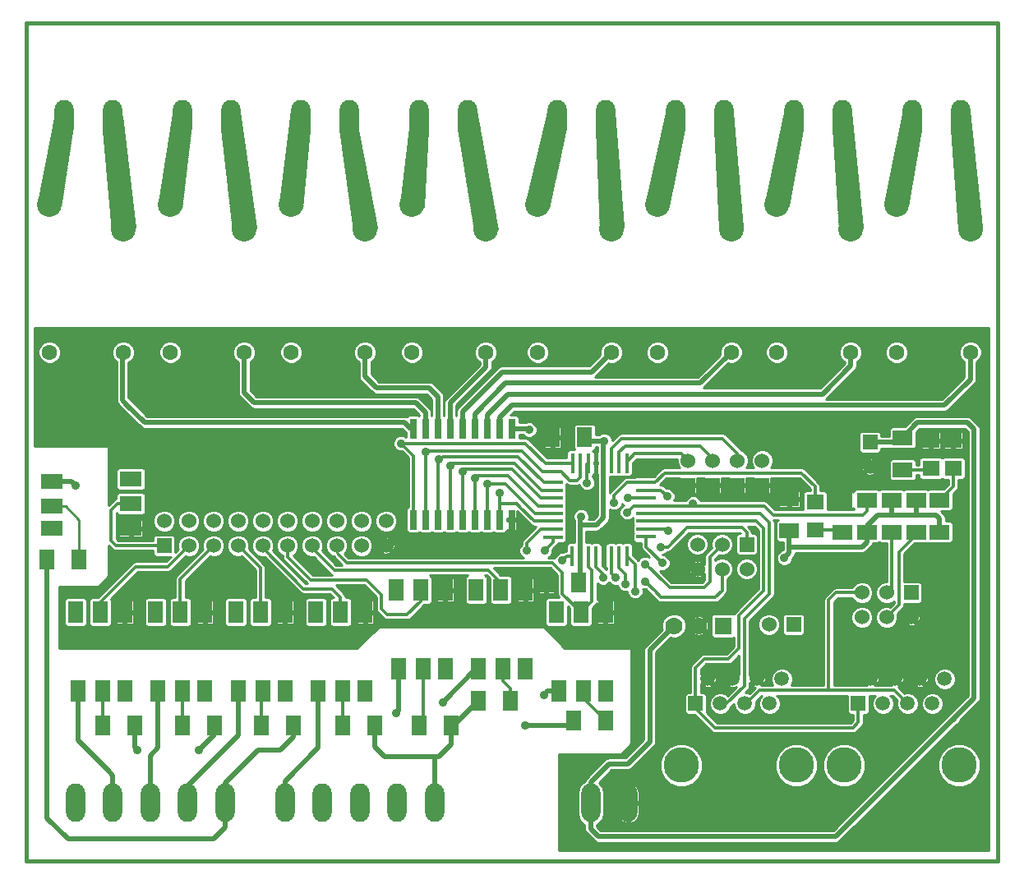
<source format=gtl>
G04 (created by PCBNEW (2013-mar-13)-testing) date jeu. 20 juin 2013 21:39:04 CEST*
%MOIN*%
G04 Gerber Fmt 3.4, Leading zero omitted, Abs format*
%FSLAX34Y34*%
G01*
G70*
G90*
G04 APERTURE LIST*
%ADD10C,0.005906*%
%ADD11C,0.015000*%
%ADD12C,0.063000*%
%ADD13C,0.100000*%
%ADD14O,0.078000X0.156000*%
%ADD15R,0.060000X0.080000*%
%ADD16R,0.080000X0.060000*%
%ADD17C,0.070000*%
%ADD18R,0.070000X0.070000*%
%ADD19R,0.090000X0.062000*%
%ADD20R,0.060000X0.060000*%
%ADD21C,0.060000*%
%ADD22R,0.070900X0.062900*%
%ADD23R,0.062000X0.090000*%
%ADD24R,0.017700X0.078700*%
%ADD25R,0.078700X0.017700*%
%ADD26R,0.030000X0.078740*%
%ADD27C,0.143700*%
%ADD28R,0.059100X0.059100*%
%ADD29C,0.059100*%
%ADD30C,0.035000*%
%ADD31C,0.019700*%
%ADD32C,0.011811*%
%ADD33C,0.010000*%
G04 APERTURE END LIST*
G54D10*
G54D11*
X71500Y-62000D02*
X110900Y-62000D01*
X71500Y-28000D02*
X110900Y-28000D01*
X110900Y-28000D02*
X110800Y-28000D01*
X110900Y-62000D02*
X110900Y-28000D01*
X71500Y-62000D02*
X71500Y-28000D01*
G54D12*
X92250Y-41350D03*
X95242Y-41350D03*
G54D13*
X95242Y-36350D03*
X92250Y-35350D03*
G54D12*
X97100Y-41350D03*
X100092Y-41350D03*
G54D13*
X100092Y-36350D03*
X97100Y-35350D03*
G54D12*
X101950Y-41350D03*
X104942Y-41350D03*
G54D13*
X104942Y-36350D03*
X101950Y-35350D03*
G54D12*
X106800Y-41350D03*
X109792Y-41350D03*
G54D13*
X109792Y-36350D03*
X106800Y-35350D03*
G54D14*
X109390Y-31889D03*
X107420Y-31889D03*
X104590Y-31889D03*
X102620Y-31889D03*
X99790Y-31889D03*
X97820Y-31889D03*
X94990Y-31889D03*
X93020Y-31889D03*
X89390Y-31889D03*
X87420Y-31889D03*
X84590Y-31889D03*
X82620Y-31889D03*
X79790Y-31889D03*
X77820Y-31889D03*
X74990Y-31889D03*
X73020Y-31889D03*
G54D12*
X87150Y-41350D03*
X90142Y-41350D03*
G54D13*
X90142Y-36350D03*
X87150Y-35350D03*
G54D12*
X82250Y-41350D03*
X85242Y-41350D03*
G54D13*
X85242Y-36350D03*
X82250Y-35350D03*
G54D12*
X77350Y-41350D03*
X80342Y-41350D03*
G54D13*
X80342Y-36350D03*
X77350Y-35350D03*
G54D12*
X72450Y-41350D03*
X75442Y-41350D03*
G54D13*
X75442Y-36350D03*
X72450Y-35350D03*
G54D15*
X93900Y-50700D03*
X92600Y-50700D03*
G54D14*
X94400Y-59645D03*
X95915Y-59645D03*
G54D16*
X106600Y-47350D03*
X106600Y-48650D03*
X107600Y-47350D03*
X107600Y-48650D03*
G54D17*
X97775Y-52450D03*
X98775Y-52450D03*
G54D18*
X99775Y-52450D03*
G54D15*
X73650Y-49750D03*
X72350Y-49750D03*
G54D19*
X72550Y-46600D03*
X72550Y-47600D03*
X72550Y-48500D03*
X75750Y-48500D03*
X75750Y-47500D03*
X75750Y-46500D03*
G54D20*
X100725Y-49150D03*
G54D21*
X100725Y-50150D03*
X99725Y-49150D03*
X99725Y-50150D03*
X98725Y-49150D03*
X98725Y-50150D03*
G54D15*
X91150Y-55500D03*
X89850Y-55500D03*
X87450Y-56500D03*
X88750Y-56500D03*
X95000Y-56300D03*
X93700Y-56300D03*
X81050Y-56500D03*
X82350Y-56500D03*
X74600Y-56500D03*
X75900Y-56500D03*
G54D16*
X108550Y-48650D03*
X108550Y-47350D03*
G54D15*
X77850Y-56500D03*
X79150Y-56500D03*
G54D16*
X107050Y-44825D03*
X107050Y-46125D03*
G54D15*
X94150Y-44800D03*
X92850Y-44800D03*
G54D16*
X102450Y-48600D03*
X102450Y-47300D03*
X104600Y-48650D03*
X104600Y-47350D03*
X105600Y-48650D03*
X105600Y-47350D03*
G54D15*
X84350Y-56500D03*
X85650Y-56500D03*
G54D20*
X99350Y-46750D03*
G54D21*
X99350Y-45750D03*
G54D20*
X105725Y-45000D03*
G54D21*
X105725Y-46000D03*
G54D20*
X98350Y-46750D03*
G54D21*
X98350Y-45750D03*
G54D20*
X100350Y-46750D03*
G54D21*
X100350Y-45750D03*
G54D20*
X101350Y-46750D03*
G54D21*
X101350Y-45750D03*
G54D22*
X103500Y-47441D03*
X103500Y-48559D03*
X108200Y-46059D03*
X108200Y-44941D03*
X109100Y-46059D03*
X109100Y-44941D03*
G54D20*
X107400Y-51112D03*
G54D21*
X107400Y-52112D03*
X106400Y-51112D03*
X106400Y-52112D03*
X105400Y-51112D03*
X105400Y-52112D03*
G54D14*
X73500Y-59645D03*
X75015Y-59645D03*
X76531Y-59645D03*
X78047Y-59645D03*
X79562Y-59645D03*
X82000Y-59645D03*
X83515Y-59645D03*
X85031Y-59645D03*
X86547Y-59645D03*
X88062Y-59645D03*
G54D23*
X73600Y-55100D03*
X74600Y-55100D03*
X75500Y-55100D03*
X75500Y-51900D03*
X74500Y-51900D03*
X73500Y-51900D03*
X76850Y-55100D03*
X77850Y-55100D03*
X78750Y-55100D03*
X78750Y-51900D03*
X77750Y-51900D03*
X76750Y-51900D03*
X80100Y-55100D03*
X81100Y-55100D03*
X82000Y-55100D03*
X82000Y-51900D03*
X81000Y-51900D03*
X80000Y-51900D03*
X83350Y-55100D03*
X84350Y-55100D03*
X85250Y-55100D03*
X85250Y-51900D03*
X84250Y-51900D03*
X83250Y-51900D03*
X86600Y-54200D03*
X87600Y-54200D03*
X88500Y-54200D03*
X88500Y-51000D03*
X87500Y-51000D03*
X86500Y-51000D03*
X93100Y-55100D03*
X94100Y-55100D03*
X95000Y-55100D03*
X95000Y-51900D03*
X94000Y-51900D03*
X93000Y-51900D03*
X89850Y-54200D03*
X90850Y-54200D03*
X91750Y-54200D03*
X91750Y-51000D03*
X90750Y-51000D03*
X89750Y-51000D03*
G54D24*
X93657Y-45854D03*
X93972Y-45854D03*
X94287Y-45854D03*
X94602Y-45854D03*
X94917Y-45854D03*
X95232Y-45854D03*
X95547Y-45854D03*
X95862Y-45854D03*
X95860Y-49620D03*
X93650Y-49620D03*
X93970Y-49620D03*
X94290Y-49620D03*
X94600Y-49620D03*
X94920Y-49620D03*
X95230Y-49620D03*
X95550Y-49620D03*
G54D25*
X96650Y-46638D03*
X96650Y-46952D03*
X96650Y-47268D03*
X96650Y-47582D03*
X96650Y-47898D03*
X96650Y-48212D03*
X96650Y-48528D03*
X96650Y-48842D03*
X92870Y-46640D03*
X92870Y-46950D03*
X92870Y-47270D03*
X92870Y-47580D03*
X92870Y-47890D03*
X92870Y-48210D03*
X92870Y-48530D03*
X92870Y-48850D03*
G54D20*
X102625Y-52400D03*
G54D21*
X101625Y-52400D03*
G54D20*
X77100Y-49200D03*
G54D21*
X77100Y-48200D03*
X78100Y-49200D03*
X78100Y-48200D03*
X79100Y-49200D03*
X79100Y-48200D03*
X80100Y-49200D03*
X80100Y-48200D03*
X81100Y-49200D03*
X81100Y-48200D03*
X82100Y-49200D03*
X82100Y-48200D03*
X83100Y-49200D03*
X83100Y-48200D03*
X84100Y-49200D03*
X84100Y-48200D03*
X85100Y-49200D03*
X85100Y-48200D03*
X86100Y-49200D03*
X86100Y-48200D03*
G54D26*
X87200Y-48150D03*
X87700Y-48150D03*
X88200Y-48150D03*
X88700Y-48150D03*
X89200Y-48150D03*
X89700Y-48150D03*
X90200Y-48150D03*
X90700Y-48150D03*
X91200Y-48150D03*
X91200Y-44450D03*
X90700Y-44450D03*
X90200Y-44450D03*
X87200Y-44449D03*
X87700Y-44450D03*
X88200Y-44450D03*
X88700Y-44450D03*
X89200Y-44450D03*
X89700Y-44450D03*
G54D27*
X109338Y-58112D03*
X104665Y-58112D03*
G54D28*
X105250Y-55612D03*
G54D29*
X105750Y-54612D03*
X106250Y-55612D03*
X106750Y-54612D03*
X107250Y-55612D03*
X107750Y-54612D03*
X108250Y-55612D03*
X108750Y-54612D03*
G54D27*
X102738Y-58112D03*
X98065Y-58112D03*
G54D28*
X98650Y-55612D03*
G54D29*
X99150Y-54612D03*
X99650Y-55612D03*
X100150Y-54612D03*
X100650Y-55612D03*
X101150Y-54612D03*
X101650Y-55612D03*
X102150Y-54612D03*
G54D30*
X91900Y-44500D03*
X94010Y-48020D03*
X102250Y-49700D03*
X94950Y-44950D03*
X97500Y-47200D03*
X94250Y-46650D03*
X95900Y-47275D03*
X97550Y-48600D03*
X97300Y-49900D03*
X96200Y-51050D03*
X95800Y-50750D03*
X95400Y-50500D03*
X94900Y-50500D03*
X78500Y-57500D03*
X76000Y-57500D03*
X91750Y-56500D03*
X94400Y-47100D03*
X95325Y-46625D03*
X94000Y-61150D03*
X95250Y-48800D03*
X75500Y-53000D03*
X84800Y-52900D03*
X73500Y-46750D03*
X86500Y-56000D03*
X88400Y-55550D03*
X92500Y-55250D03*
X95350Y-47450D03*
X92520Y-49400D03*
X97250Y-49250D03*
X91800Y-49400D03*
X96600Y-50650D03*
X86700Y-45050D03*
X87700Y-45400D03*
X88250Y-45700D03*
X88700Y-45950D03*
X89200Y-46200D03*
X89700Y-46450D03*
X90200Y-46700D03*
X90700Y-47050D03*
X98550Y-47500D03*
X95875Y-47850D03*
X93250Y-49800D03*
X96600Y-49950D03*
G54D31*
X109140Y-56185D02*
X109140Y-56250D01*
X109140Y-56250D02*
X109140Y-56185D01*
X109500Y-44200D02*
X109670Y-44200D01*
X109940Y-55385D02*
X109140Y-56185D01*
X109940Y-44470D02*
X109940Y-55385D01*
X109670Y-44200D02*
X109940Y-44470D01*
X96800Y-53500D02*
X96800Y-53425D01*
X95150Y-58050D02*
X94400Y-58800D01*
X94400Y-59645D02*
X94400Y-58800D01*
X96800Y-56200D02*
X96800Y-57150D01*
X96800Y-56200D02*
X96800Y-55700D01*
X96800Y-55700D02*
X96800Y-53500D01*
X96800Y-57150D02*
X95900Y-58050D01*
X95900Y-58050D02*
X95150Y-58050D01*
X96800Y-53425D02*
X97775Y-52450D01*
X101250Y-61000D02*
X104325Y-61000D01*
X94400Y-60700D02*
X94400Y-59645D01*
X94700Y-61000D02*
X101250Y-61000D01*
X94400Y-60700D02*
X94700Y-61000D01*
X104325Y-61000D02*
X109140Y-56185D01*
X105725Y-45000D02*
X106850Y-45000D01*
X107025Y-44825D02*
X107650Y-44200D01*
X107000Y-44850D02*
X107025Y-44825D01*
X109500Y-44200D02*
X107650Y-44200D01*
X106850Y-45000D02*
X107000Y-44850D01*
X91200Y-44450D02*
X91850Y-44450D01*
X91850Y-44450D02*
X91900Y-44500D01*
X93970Y-48370D02*
X94620Y-48370D01*
X94917Y-47300D02*
X94917Y-45854D01*
X94917Y-47300D02*
X94917Y-47533D01*
X94917Y-48073D02*
X94917Y-47533D01*
X94620Y-48370D02*
X94917Y-48073D01*
X93970Y-48060D02*
X93970Y-48370D01*
X93970Y-48370D02*
X93970Y-48410D01*
X93970Y-48410D02*
X93970Y-49620D01*
X93970Y-48060D02*
X94010Y-48020D01*
X94010Y-48020D02*
X93970Y-48060D01*
X93970Y-49620D02*
X93970Y-50630D01*
X93970Y-50630D02*
X93900Y-50700D01*
X102450Y-49250D02*
X105400Y-49250D01*
X102450Y-48600D02*
X102450Y-49250D01*
X105600Y-49050D02*
X105600Y-48650D01*
X105400Y-49250D02*
X105600Y-49050D01*
X106600Y-47350D02*
X106600Y-47950D01*
X106600Y-47950D02*
X106600Y-47900D01*
X106600Y-47900D02*
X106600Y-47950D01*
X107600Y-47350D02*
X107600Y-47950D01*
X107600Y-47950D02*
X107550Y-47950D01*
X105600Y-48650D02*
X105600Y-48400D01*
X105600Y-48400D02*
X106050Y-47950D01*
X106050Y-47950D02*
X106600Y-47950D01*
X108550Y-48100D02*
X108550Y-48650D01*
X108400Y-47950D02*
X108550Y-48100D01*
X106600Y-47950D02*
X107550Y-47950D01*
X107550Y-47950D02*
X108400Y-47950D01*
X102450Y-49500D02*
X102250Y-49700D01*
X102450Y-49300D02*
X102450Y-49500D01*
X102450Y-48600D02*
X102450Y-49300D01*
X94950Y-44950D02*
X94300Y-44950D01*
X94300Y-44950D02*
X94150Y-44800D01*
X94917Y-45854D02*
X94917Y-44983D01*
X94917Y-44983D02*
X94950Y-44950D01*
G54D32*
X105400Y-51112D02*
X104337Y-51112D01*
X104050Y-51400D02*
X104050Y-55075D01*
X104337Y-51112D02*
X104050Y-51400D01*
X100650Y-55612D02*
X100712Y-55612D01*
X100712Y-55612D02*
X101250Y-55075D01*
X101250Y-55075D02*
X104050Y-55075D01*
X104050Y-55075D02*
X106712Y-55075D01*
X106712Y-55075D02*
X107250Y-55612D01*
X97252Y-46952D02*
X97500Y-47200D01*
X96650Y-46952D02*
X97252Y-46952D01*
X96175Y-45475D02*
X95862Y-45788D01*
X95862Y-45788D02*
X95862Y-45854D01*
X98350Y-45750D02*
X98075Y-45475D01*
X98075Y-45475D02*
X96175Y-45475D01*
X99350Y-45750D02*
X99350Y-45650D01*
X99350Y-45650D02*
X98850Y-45150D01*
X98850Y-45150D02*
X95800Y-45150D01*
X95800Y-45150D02*
X95547Y-45403D01*
X95547Y-45403D02*
X95547Y-45854D01*
X95232Y-45854D02*
X95232Y-45268D01*
X100350Y-45450D02*
X100350Y-45750D01*
X99750Y-44850D02*
X100350Y-45450D01*
X95650Y-44850D02*
X99750Y-44850D01*
X95232Y-45268D02*
X95650Y-44850D01*
X94287Y-45854D02*
X94250Y-45891D01*
X94250Y-45891D02*
X94250Y-46650D01*
X96650Y-47268D02*
X95907Y-47268D01*
X96632Y-47250D02*
X96650Y-47268D01*
X95907Y-47268D02*
X95900Y-47275D01*
X95800Y-47250D02*
X96632Y-47250D01*
X77100Y-49200D02*
X75150Y-49200D01*
X75150Y-49200D02*
X74950Y-49000D01*
X74950Y-49000D02*
X74950Y-47750D01*
X74950Y-47750D02*
X75200Y-47500D01*
X75200Y-47500D02*
X75750Y-47500D01*
X97478Y-48528D02*
X96650Y-48528D01*
X97550Y-48600D02*
X97478Y-48528D01*
X74500Y-51900D02*
X74500Y-51500D01*
X74500Y-51500D02*
X75950Y-50050D01*
X75950Y-50050D02*
X77250Y-50050D01*
X77250Y-50050D02*
X78100Y-49200D01*
X96650Y-48842D02*
X96650Y-49250D01*
X96650Y-49250D02*
X97300Y-49900D01*
X77750Y-51900D02*
X77750Y-50550D01*
X77750Y-50550D02*
X79100Y-49200D01*
X96200Y-49960D02*
X95860Y-49620D01*
X96200Y-51050D02*
X96200Y-49960D01*
X81000Y-51900D02*
X81000Y-50100D01*
X81000Y-50100D02*
X80100Y-49200D01*
X95550Y-50100D02*
X95550Y-49620D01*
X95800Y-50350D02*
X95550Y-50100D01*
X95800Y-50750D02*
X95800Y-50350D01*
X81100Y-49200D02*
X81100Y-49300D01*
X81100Y-49300D02*
X82750Y-50950D01*
X82750Y-50950D02*
X83900Y-50950D01*
X83900Y-50950D02*
X84250Y-51300D01*
X84250Y-51300D02*
X84250Y-51900D01*
X95230Y-50330D02*
X95230Y-49620D01*
X95400Y-50500D02*
X95230Y-50330D01*
X82100Y-49200D02*
X82100Y-49650D01*
X82100Y-49650D02*
X83050Y-50600D01*
X83050Y-50600D02*
X85300Y-50600D01*
X85300Y-50600D02*
X85900Y-51200D01*
X85900Y-51200D02*
X85900Y-51750D01*
X85900Y-51750D02*
X86150Y-52000D01*
X86150Y-52000D02*
X86950Y-52000D01*
X86950Y-52000D02*
X87500Y-51450D01*
X87500Y-51450D02*
X87500Y-51000D01*
G54D33*
X87500Y-51250D02*
X87250Y-51000D01*
G54D32*
X94900Y-50500D02*
X94900Y-50350D01*
X94600Y-50050D02*
X94600Y-49620D01*
X94900Y-50350D02*
X94600Y-50050D01*
X83100Y-49200D02*
X83100Y-49300D01*
X83100Y-49300D02*
X84000Y-50200D01*
X84000Y-50200D02*
X90250Y-50200D01*
X90250Y-50200D02*
X90750Y-50700D01*
X90750Y-50700D02*
X90750Y-51000D01*
G54D33*
X90750Y-51250D02*
X90500Y-51000D01*
G54D32*
X90300Y-49900D02*
X92850Y-49900D01*
X93250Y-51150D02*
X94000Y-51900D01*
X93250Y-50300D02*
X93250Y-51150D01*
X92850Y-49900D02*
X93250Y-50300D01*
X94290Y-49620D02*
X94290Y-50048D01*
X94290Y-50048D02*
X94450Y-50208D01*
X94450Y-50208D02*
X94450Y-51450D01*
X94450Y-51450D02*
X94000Y-51900D01*
X89900Y-49900D02*
X90300Y-49900D01*
X90300Y-49900D02*
X90350Y-49900D01*
G54D33*
X84100Y-49200D02*
X84100Y-49500D01*
X84100Y-49500D02*
X84500Y-49900D01*
G54D32*
X84500Y-49900D02*
X89900Y-49900D01*
G54D31*
X80200Y-58200D02*
X79562Y-58837D01*
X79562Y-58837D02*
X79562Y-59645D01*
X79562Y-59000D02*
X79562Y-58837D01*
X80200Y-58200D02*
X80900Y-57500D01*
X80900Y-57500D02*
X81800Y-57500D01*
X81800Y-57500D02*
X82350Y-56950D01*
X82350Y-56950D02*
X82350Y-56500D01*
X72350Y-59650D02*
X72350Y-60250D01*
X79562Y-60637D02*
X79562Y-59645D01*
X79100Y-61100D02*
X79562Y-60637D01*
X73200Y-61100D02*
X79100Y-61100D01*
X72350Y-60250D02*
X73200Y-61100D01*
X72350Y-49750D02*
X72350Y-59650D01*
X79150Y-56500D02*
X79150Y-56850D01*
X79150Y-56850D02*
X78500Y-57500D01*
X75900Y-56500D02*
X75900Y-57400D01*
X75900Y-57400D02*
X76000Y-57500D01*
X88750Y-56500D02*
X88850Y-56500D01*
X88850Y-56500D02*
X89850Y-55500D01*
X88750Y-56500D02*
X88750Y-56350D01*
X91750Y-56500D02*
X93500Y-56500D01*
X93500Y-56500D02*
X93700Y-56300D01*
X85650Y-56500D02*
X85650Y-57350D01*
X86050Y-57750D02*
X88062Y-57750D01*
X85650Y-57350D02*
X86050Y-57750D01*
X88062Y-59000D02*
X88062Y-57750D01*
X88100Y-57800D02*
X88100Y-57750D01*
X88100Y-57787D02*
X88100Y-57800D01*
X88062Y-57750D02*
X88100Y-57787D01*
X88000Y-58937D02*
X88062Y-59000D01*
X88100Y-57750D02*
X88250Y-57750D01*
X88250Y-57750D02*
X88750Y-57250D01*
X88750Y-57250D02*
X88750Y-56500D01*
G54D32*
X94600Y-45856D02*
X94600Y-46900D01*
X94600Y-46900D02*
X94400Y-47100D01*
X94602Y-45854D02*
X94600Y-45856D01*
X94920Y-49620D02*
X94920Y-49130D01*
X94920Y-49130D02*
X95250Y-48800D01*
G54D33*
X75500Y-51900D02*
X75500Y-53000D01*
X85250Y-51900D02*
X85250Y-52450D01*
X85250Y-52450D02*
X84800Y-52900D01*
G54D32*
X104600Y-47550D02*
X104600Y-47350D01*
G54D31*
X72650Y-46600D02*
X73350Y-46600D01*
X73350Y-46600D02*
X73500Y-46750D01*
X74800Y-58300D02*
X75015Y-58515D01*
X75015Y-58515D02*
X75015Y-59645D01*
X75015Y-59000D02*
X75015Y-58515D01*
X73600Y-57100D02*
X73600Y-55100D01*
X74800Y-58300D02*
X73600Y-57100D01*
X76531Y-58650D02*
X76531Y-59645D01*
X76531Y-59000D02*
X76531Y-58650D01*
X76531Y-58650D02*
X76531Y-57718D01*
X76850Y-57400D02*
X76850Y-55100D01*
X76531Y-57718D02*
X76850Y-57400D01*
X78700Y-58300D02*
X78047Y-58952D01*
X78047Y-58952D02*
X78047Y-59645D01*
X78047Y-59000D02*
X78047Y-58952D01*
X80100Y-56900D02*
X80100Y-55100D01*
X78700Y-58300D02*
X80100Y-56900D01*
X82000Y-59000D02*
X82000Y-58750D01*
X83350Y-57400D02*
X83350Y-55100D01*
X82000Y-58750D02*
X83350Y-57400D01*
X86600Y-55150D02*
X86600Y-54200D01*
X86600Y-55900D02*
X86600Y-55150D01*
X86600Y-55150D02*
X86600Y-55100D01*
X86500Y-56000D02*
X86600Y-55900D01*
X89850Y-54200D02*
X89750Y-54200D01*
X89750Y-54200D02*
X88400Y-55550D01*
X93100Y-55100D02*
X92650Y-55100D01*
X92650Y-55100D02*
X92500Y-55250D01*
G54D32*
X96650Y-46638D02*
X95862Y-46638D01*
X95350Y-47150D02*
X95350Y-47450D01*
X95862Y-46638D02*
X95350Y-47150D01*
X96650Y-46638D02*
X97012Y-46638D01*
X103500Y-46800D02*
X103500Y-47441D01*
X102950Y-46250D02*
X103500Y-46800D01*
X97400Y-46250D02*
X102950Y-46250D01*
X97012Y-46638D02*
X97400Y-46250D01*
X92870Y-49050D02*
X92520Y-49400D01*
X92870Y-49050D02*
X92870Y-48850D01*
X100125Y-48475D02*
X100525Y-48475D01*
X100725Y-48675D02*
X100725Y-49150D01*
X100525Y-48475D02*
X100725Y-48675D01*
X97250Y-49250D02*
X97525Y-49250D01*
X98300Y-48475D02*
X100125Y-48475D01*
X97525Y-49250D02*
X98300Y-48475D01*
X96987Y-51037D02*
X97250Y-51300D01*
X97250Y-51300D02*
X99450Y-51300D01*
X99725Y-50150D02*
X99725Y-51025D01*
X99450Y-51300D02*
X99725Y-51025D01*
X92370Y-48530D02*
X92870Y-48530D01*
X91800Y-49100D02*
X91800Y-49400D01*
X92370Y-48530D02*
X91800Y-49100D01*
X96600Y-50650D02*
X96987Y-51037D01*
X87600Y-54200D02*
X87600Y-56350D01*
X87600Y-56350D02*
X87450Y-56500D01*
G54D33*
X87600Y-56350D02*
X87450Y-56500D01*
G54D32*
X91150Y-55500D02*
X91150Y-55000D01*
X91150Y-55000D02*
X90850Y-54700D01*
X90850Y-54700D02*
X90850Y-54200D01*
X94100Y-55100D02*
X94100Y-55400D01*
X94100Y-55400D02*
X95000Y-56300D01*
G54D33*
X94100Y-55400D02*
X95000Y-56300D01*
X94150Y-55150D02*
X94100Y-55100D01*
G54D32*
X84350Y-56500D02*
X84350Y-55100D01*
G54D33*
X84250Y-55200D02*
X84350Y-55100D01*
G54D32*
X81050Y-56500D02*
X81050Y-55150D01*
X81050Y-55150D02*
X81100Y-55100D01*
X103500Y-48559D02*
X104509Y-48559D01*
X104509Y-48559D02*
X104600Y-48650D01*
G54D33*
X73650Y-49750D02*
X73650Y-48150D01*
X73100Y-47600D02*
X72650Y-47600D01*
X73650Y-48150D02*
X73100Y-47600D01*
G54D32*
X74600Y-56500D02*
X74600Y-55100D01*
X77850Y-56500D02*
X77850Y-55100D01*
X107050Y-46125D02*
X108134Y-46125D01*
X108134Y-46125D02*
X108200Y-46059D01*
X108109Y-46150D02*
X108200Y-46059D01*
X109100Y-46059D02*
X109100Y-46800D01*
X109100Y-46800D02*
X108550Y-47350D01*
X86700Y-45050D02*
X91750Y-45050D01*
X91750Y-45050D02*
X92554Y-45854D01*
X92554Y-45854D02*
X93657Y-45854D01*
X87200Y-48150D02*
X87200Y-45550D01*
X87200Y-45550D02*
X86700Y-45050D01*
X93972Y-45854D02*
X93972Y-46428D01*
X87700Y-45350D02*
X87700Y-45400D01*
X93200Y-46200D02*
X93550Y-46550D01*
X93150Y-46200D02*
X93200Y-46200D01*
X92450Y-46200D02*
X93150Y-46200D01*
X91600Y-45350D02*
X92450Y-46200D01*
X91550Y-45350D02*
X91600Y-45350D01*
X91150Y-45350D02*
X91550Y-45350D01*
X87700Y-45350D02*
X91150Y-45350D01*
X93850Y-46550D02*
X93550Y-46550D01*
X93972Y-46428D02*
X93850Y-46550D01*
X87700Y-45400D02*
X87700Y-48150D01*
X91050Y-45600D02*
X91450Y-45600D01*
X92490Y-46640D02*
X92870Y-46640D01*
X91450Y-45600D02*
X92490Y-46640D01*
X88400Y-45600D02*
X91050Y-45600D01*
X88300Y-45700D02*
X88400Y-45600D01*
X88250Y-45700D02*
X88300Y-45700D01*
X88200Y-45750D02*
X88200Y-48150D01*
X88250Y-45700D02*
X88200Y-45750D01*
X92840Y-46640D02*
X92870Y-46640D01*
X92870Y-46950D02*
X92400Y-46950D01*
X88800Y-45850D02*
X88700Y-45950D01*
X91300Y-45850D02*
X88800Y-45850D01*
X92400Y-46950D02*
X91300Y-45850D01*
X88700Y-48150D02*
X88700Y-45950D01*
X90950Y-46100D02*
X91200Y-46100D01*
X91200Y-46100D02*
X92370Y-47270D01*
X92370Y-47270D02*
X92870Y-47270D01*
X89200Y-48150D02*
X89200Y-46200D01*
X92370Y-47270D02*
X92870Y-47270D01*
X89200Y-46200D02*
X89300Y-46100D01*
X89300Y-46100D02*
X90950Y-46100D01*
X90750Y-46350D02*
X91050Y-46350D01*
X92280Y-47580D02*
X92870Y-47580D01*
X91050Y-46350D02*
X92280Y-47580D01*
X89700Y-48150D02*
X89700Y-46450D01*
X89700Y-46450D02*
X89800Y-46350D01*
X89800Y-46350D02*
X90750Y-46350D01*
X90800Y-46700D02*
X90950Y-46700D01*
X92140Y-47890D02*
X92870Y-47890D01*
X90950Y-46700D02*
X92140Y-47890D01*
X90200Y-48150D02*
X90200Y-46700D01*
X90200Y-46700D02*
X90800Y-46700D01*
X91550Y-47650D02*
X92110Y-48210D01*
X92110Y-48210D02*
X92870Y-48210D01*
X90700Y-47500D02*
X91400Y-47500D01*
X91400Y-47500D02*
X91550Y-47650D01*
X90700Y-47050D02*
X90700Y-47500D01*
X90700Y-47500D02*
X90700Y-48150D01*
G54D31*
X87200Y-44449D02*
X87099Y-44449D01*
X75550Y-43450D02*
X75550Y-43447D01*
X76300Y-44200D02*
X75550Y-43450D01*
X86850Y-44200D02*
X76300Y-44200D01*
X87099Y-44449D02*
X86850Y-44200D01*
X75402Y-42450D02*
X75402Y-41389D01*
X75402Y-41389D02*
X75442Y-41350D01*
X75402Y-43300D02*
X75402Y-42450D01*
X75550Y-43447D02*
X75402Y-43300D01*
X87700Y-44450D02*
X87700Y-43800D01*
X80750Y-43400D02*
X80342Y-42992D01*
X87300Y-43400D02*
X80750Y-43400D01*
X87700Y-43800D02*
X87300Y-43400D01*
X80342Y-42992D02*
X80342Y-41350D01*
X80342Y-42000D02*
X80342Y-41350D01*
X80342Y-42000D02*
X80342Y-41950D01*
X88200Y-44450D02*
X88200Y-43150D01*
X85242Y-42342D02*
X85242Y-41350D01*
X85700Y-42800D02*
X85242Y-42342D01*
X87850Y-42800D02*
X85700Y-42800D01*
X88200Y-43150D02*
X87850Y-42800D01*
X85242Y-42000D02*
X85242Y-41350D01*
X85242Y-42000D02*
X85242Y-41950D01*
X90142Y-41350D02*
X90142Y-41950D01*
X90142Y-41957D02*
X88700Y-43400D01*
X88700Y-43400D02*
X88700Y-44450D01*
X90142Y-41950D02*
X90142Y-41957D01*
X89200Y-44450D02*
X89200Y-43750D01*
X94442Y-42150D02*
X95242Y-41350D01*
X90800Y-42150D02*
X94442Y-42150D01*
X89200Y-43750D02*
X90800Y-42150D01*
X89700Y-44450D02*
X89700Y-43850D01*
X98842Y-42600D02*
X100092Y-41350D01*
X90950Y-42600D02*
X98842Y-42600D01*
X89700Y-43850D02*
X90950Y-42600D01*
X90200Y-44450D02*
X90200Y-43900D01*
X104942Y-41907D02*
X104942Y-41350D01*
X103800Y-43050D02*
X104942Y-41907D01*
X91050Y-43050D02*
X103800Y-43050D01*
X90200Y-43900D02*
X91050Y-43050D01*
X90700Y-44450D02*
X90700Y-44000D01*
X90700Y-44000D02*
X91200Y-43500D01*
X109792Y-42457D02*
X109792Y-41350D01*
X108750Y-43500D02*
X109792Y-42457D01*
X91200Y-43500D02*
X108750Y-43500D01*
G54D32*
X98550Y-47582D02*
X98550Y-47500D01*
X96143Y-47582D02*
X96650Y-47582D01*
X95875Y-47850D02*
X96143Y-47582D01*
X100350Y-47582D02*
X101432Y-47582D01*
X101800Y-47950D02*
X105450Y-47950D01*
X105450Y-47950D02*
X105600Y-47800D01*
X105600Y-47350D02*
X105600Y-47800D01*
X100350Y-47582D02*
X98550Y-47582D01*
X98550Y-47582D02*
X96650Y-47582D01*
X101432Y-47582D02*
X101800Y-47950D01*
X97400Y-50700D02*
X97600Y-50900D01*
X99000Y-50900D02*
X99225Y-50675D01*
X97600Y-50900D02*
X99000Y-50900D01*
X99225Y-50050D02*
X99225Y-49650D01*
X93650Y-49620D02*
X93430Y-49620D01*
X93430Y-49620D02*
X93250Y-49800D01*
X96650Y-49950D02*
X97400Y-50700D01*
X99225Y-50675D02*
X99225Y-50050D01*
X96600Y-49950D02*
X96650Y-49950D01*
X99225Y-49650D02*
X99725Y-49150D01*
X106600Y-49925D02*
X106600Y-50912D01*
X106600Y-50912D02*
X106400Y-51112D01*
X100250Y-47898D02*
X101273Y-47898D01*
X101650Y-48275D02*
X101650Y-49250D01*
X101273Y-47898D02*
X101650Y-48275D01*
X101650Y-51082D02*
X101650Y-51150D01*
X101650Y-49250D02*
X101650Y-51082D01*
X96650Y-47898D02*
X100250Y-47898D01*
X99912Y-55612D02*
X99650Y-55612D01*
X100625Y-54900D02*
X99912Y-55612D01*
X100625Y-52175D02*
X100625Y-54900D01*
X101650Y-51150D02*
X100625Y-52175D01*
X106600Y-49950D02*
X106600Y-49925D01*
X106600Y-49925D02*
X106600Y-48650D01*
X106900Y-49600D02*
X106900Y-49450D01*
X107600Y-48750D02*
X107600Y-48650D01*
X106900Y-49450D02*
X107600Y-48750D01*
X106900Y-50700D02*
X106900Y-49600D01*
X100300Y-48212D02*
X101112Y-48212D01*
X101400Y-48500D02*
X101400Y-49250D01*
X101112Y-48212D02*
X101400Y-48500D01*
X100402Y-52035D02*
X100402Y-53372D01*
X101400Y-49250D02*
X101400Y-51037D01*
X101400Y-51037D02*
X100402Y-52035D01*
X96650Y-48212D02*
X100300Y-48212D01*
X98650Y-54150D02*
X98650Y-55612D01*
X99000Y-53800D02*
X98650Y-54150D01*
X99975Y-53800D02*
X99000Y-53800D01*
X100402Y-53372D02*
X99975Y-53800D01*
X106900Y-51612D02*
X106400Y-52112D01*
X106900Y-50700D02*
X106900Y-51612D01*
X98650Y-55612D02*
X98650Y-55800D01*
X105250Y-56375D02*
X105250Y-55612D01*
X105025Y-56600D02*
X105250Y-56375D01*
X99450Y-56600D02*
X105025Y-56600D01*
X98650Y-55800D02*
X99450Y-56600D01*
G54D10*
G36*
X94668Y-47970D02*
X94517Y-48121D01*
X94319Y-48121D01*
X94334Y-48084D01*
X94335Y-47955D01*
X94285Y-47836D01*
X94194Y-47744D01*
X94074Y-47695D01*
X93945Y-47694D01*
X93826Y-47744D01*
X93734Y-47835D01*
X93685Y-47955D01*
X93684Y-48084D01*
X93721Y-48172D01*
X93721Y-48370D01*
X93721Y-48410D01*
X93721Y-49076D01*
X93708Y-49076D01*
X93531Y-49076D01*
X93476Y-49099D01*
X93434Y-49141D01*
X93411Y-49196D01*
X93411Y-49256D01*
X93411Y-49414D01*
X93349Y-49426D01*
X93282Y-49472D01*
X93282Y-49472D01*
X93279Y-49475D01*
X93185Y-49474D01*
X93066Y-49524D01*
X92974Y-49615D01*
X92935Y-49710D01*
X92930Y-49706D01*
X92850Y-49690D01*
X92666Y-49690D01*
X92703Y-49675D01*
X92795Y-49584D01*
X92844Y-49464D01*
X92845Y-49370D01*
X93017Y-49197D01*
X93063Y-49130D01*
X93071Y-49088D01*
X93293Y-49088D01*
X93348Y-49065D01*
X93390Y-49023D01*
X93413Y-48968D01*
X93413Y-48908D01*
X93413Y-48731D01*
X93396Y-48689D01*
X93413Y-48648D01*
X93413Y-48588D01*
X93413Y-48411D01*
X93396Y-48369D01*
X93413Y-48328D01*
X93413Y-48268D01*
X93413Y-48091D01*
X93396Y-48049D01*
X93413Y-48008D01*
X93413Y-47948D01*
X93413Y-47771D01*
X93398Y-47734D01*
X93413Y-47698D01*
X93413Y-47638D01*
X93413Y-47461D01*
X93398Y-47424D01*
X93413Y-47388D01*
X93413Y-47328D01*
X93413Y-47151D01*
X93396Y-47109D01*
X93413Y-47068D01*
X93413Y-47008D01*
X93413Y-46831D01*
X93398Y-46794D01*
X93413Y-46758D01*
X93413Y-46705D01*
X93469Y-46743D01*
X93550Y-46759D01*
X93550Y-46759D01*
X93550Y-46759D01*
X93850Y-46759D01*
X93930Y-46743D01*
X93935Y-46739D01*
X93974Y-46833D01*
X94065Y-46925D01*
X94185Y-46974D01*
X94314Y-46975D01*
X94433Y-46925D01*
X94525Y-46834D01*
X94574Y-46714D01*
X94575Y-46585D01*
X94525Y-46466D01*
X94459Y-46399D01*
X94459Y-46375D01*
X94460Y-46374D01*
X94502Y-46332D01*
X94517Y-46297D01*
X94523Y-46297D01*
X94545Y-46297D01*
X94557Y-46285D01*
X94557Y-45904D01*
X94544Y-45904D01*
X94544Y-45804D01*
X94557Y-45804D01*
X94557Y-45423D01*
X94545Y-45410D01*
X94523Y-45410D01*
X94517Y-45410D01*
X94502Y-45375D01*
X94477Y-45350D01*
X94479Y-45350D01*
X94534Y-45327D01*
X94577Y-45284D01*
X94600Y-45229D01*
X94600Y-45198D01*
X94668Y-45198D01*
X94668Y-45410D01*
X94658Y-45410D01*
X94646Y-45423D01*
X94646Y-45804D01*
X94659Y-45804D01*
X94659Y-45904D01*
X94646Y-45904D01*
X94646Y-46285D01*
X94658Y-46297D01*
X94668Y-46297D01*
X94668Y-47300D01*
X94668Y-47533D01*
X94668Y-47970D01*
X94668Y-47970D01*
G37*
G54D33*
X94668Y-47970D02*
X94517Y-48121D01*
X94319Y-48121D01*
X94334Y-48084D01*
X94335Y-47955D01*
X94285Y-47836D01*
X94194Y-47744D01*
X94074Y-47695D01*
X93945Y-47694D01*
X93826Y-47744D01*
X93734Y-47835D01*
X93685Y-47955D01*
X93684Y-48084D01*
X93721Y-48172D01*
X93721Y-48370D01*
X93721Y-48410D01*
X93721Y-49076D01*
X93708Y-49076D01*
X93531Y-49076D01*
X93476Y-49099D01*
X93434Y-49141D01*
X93411Y-49196D01*
X93411Y-49256D01*
X93411Y-49414D01*
X93349Y-49426D01*
X93282Y-49472D01*
X93282Y-49472D01*
X93279Y-49475D01*
X93185Y-49474D01*
X93066Y-49524D01*
X92974Y-49615D01*
X92935Y-49710D01*
X92930Y-49706D01*
X92850Y-49690D01*
X92666Y-49690D01*
X92703Y-49675D01*
X92795Y-49584D01*
X92844Y-49464D01*
X92845Y-49370D01*
X93017Y-49197D01*
X93063Y-49130D01*
X93071Y-49088D01*
X93293Y-49088D01*
X93348Y-49065D01*
X93390Y-49023D01*
X93413Y-48968D01*
X93413Y-48908D01*
X93413Y-48731D01*
X93396Y-48689D01*
X93413Y-48648D01*
X93413Y-48588D01*
X93413Y-48411D01*
X93396Y-48369D01*
X93413Y-48328D01*
X93413Y-48268D01*
X93413Y-48091D01*
X93396Y-48049D01*
X93413Y-48008D01*
X93413Y-47948D01*
X93413Y-47771D01*
X93398Y-47734D01*
X93413Y-47698D01*
X93413Y-47638D01*
X93413Y-47461D01*
X93398Y-47424D01*
X93413Y-47388D01*
X93413Y-47328D01*
X93413Y-47151D01*
X93396Y-47109D01*
X93413Y-47068D01*
X93413Y-47008D01*
X93413Y-46831D01*
X93398Y-46794D01*
X93413Y-46758D01*
X93413Y-46705D01*
X93469Y-46743D01*
X93550Y-46759D01*
X93550Y-46759D01*
X93550Y-46759D01*
X93850Y-46759D01*
X93930Y-46743D01*
X93935Y-46739D01*
X93974Y-46833D01*
X94065Y-46925D01*
X94185Y-46974D01*
X94314Y-46975D01*
X94433Y-46925D01*
X94525Y-46834D01*
X94574Y-46714D01*
X94575Y-46585D01*
X94525Y-46466D01*
X94459Y-46399D01*
X94459Y-46375D01*
X94460Y-46374D01*
X94502Y-46332D01*
X94517Y-46297D01*
X94523Y-46297D01*
X94545Y-46297D01*
X94557Y-46285D01*
X94557Y-45904D01*
X94544Y-45904D01*
X94544Y-45804D01*
X94557Y-45804D01*
X94557Y-45423D01*
X94545Y-45410D01*
X94523Y-45410D01*
X94517Y-45410D01*
X94502Y-45375D01*
X94477Y-45350D01*
X94479Y-45350D01*
X94534Y-45327D01*
X94577Y-45284D01*
X94600Y-45229D01*
X94600Y-45198D01*
X94668Y-45198D01*
X94668Y-45410D01*
X94658Y-45410D01*
X94646Y-45423D01*
X94646Y-45804D01*
X94659Y-45804D01*
X94659Y-45904D01*
X94646Y-45904D01*
X94646Y-46285D01*
X94658Y-46297D01*
X94668Y-46297D01*
X94668Y-47300D01*
X94668Y-47533D01*
X94668Y-47970D01*
G54D10*
G36*
X96775Y-49670D02*
X96664Y-49625D01*
X96535Y-49624D01*
X96416Y-49674D01*
X96324Y-49765D01*
X96317Y-49782D01*
X96098Y-49562D01*
X96098Y-49196D01*
X96075Y-49141D01*
X96033Y-49099D01*
X95978Y-49076D01*
X95918Y-49076D01*
X95741Y-49076D01*
X95704Y-49091D01*
X95668Y-49076D01*
X95608Y-49076D01*
X95431Y-49076D01*
X95389Y-49093D01*
X95348Y-49076D01*
X95288Y-49076D01*
X95111Y-49076D01*
X95056Y-49099D01*
X95014Y-49141D01*
X94999Y-49176D01*
X94998Y-49176D01*
X94976Y-49176D01*
X94964Y-49189D01*
X94964Y-49570D01*
X94977Y-49570D01*
X94977Y-49670D01*
X94964Y-49670D01*
X94964Y-50051D01*
X94976Y-50063D01*
X94998Y-50063D01*
X94999Y-50063D01*
X95014Y-50098D01*
X95020Y-50105D01*
X95020Y-50175D01*
X94875Y-50030D01*
X94875Y-49670D01*
X94862Y-49670D01*
X94862Y-49570D01*
X94875Y-49570D01*
X94875Y-49189D01*
X94863Y-49176D01*
X94841Y-49176D01*
X94830Y-49176D01*
X94815Y-49141D01*
X94773Y-49099D01*
X94718Y-49076D01*
X94658Y-49076D01*
X94481Y-49076D01*
X94444Y-49091D01*
X94408Y-49076D01*
X94348Y-49076D01*
X94218Y-49076D01*
X94218Y-48618D01*
X94620Y-48618D01*
X94715Y-48599D01*
X94795Y-48545D01*
X95092Y-48248D01*
X95092Y-48248D01*
X95092Y-48248D01*
X95125Y-48200D01*
X95146Y-48168D01*
X95146Y-48168D01*
X95165Y-48073D01*
X95165Y-47725D01*
X95165Y-47725D01*
X95285Y-47774D01*
X95414Y-47775D01*
X95533Y-47725D01*
X95625Y-47634D01*
X95674Y-47514D01*
X95674Y-47509D01*
X95715Y-47550D01*
X95732Y-47557D01*
X95691Y-47574D01*
X95599Y-47665D01*
X95550Y-47785D01*
X95549Y-47914D01*
X95599Y-48033D01*
X95690Y-48125D01*
X95810Y-48174D01*
X95939Y-48175D01*
X96058Y-48125D01*
X96117Y-48067D01*
X96106Y-48093D01*
X96106Y-48153D01*
X96106Y-48330D01*
X96122Y-48370D01*
X96106Y-48409D01*
X96106Y-48469D01*
X96106Y-48646D01*
X96122Y-48685D01*
X96106Y-48723D01*
X96106Y-48783D01*
X96106Y-48960D01*
X96129Y-49015D01*
X96171Y-49057D01*
X96226Y-49080D01*
X96286Y-49080D01*
X96440Y-49080D01*
X96440Y-49250D01*
X96456Y-49330D01*
X96502Y-49397D01*
X96775Y-49670D01*
X96775Y-49670D01*
G37*
G54D33*
X96775Y-49670D02*
X96664Y-49625D01*
X96535Y-49624D01*
X96416Y-49674D01*
X96324Y-49765D01*
X96317Y-49782D01*
X96098Y-49562D01*
X96098Y-49196D01*
X96075Y-49141D01*
X96033Y-49099D01*
X95978Y-49076D01*
X95918Y-49076D01*
X95741Y-49076D01*
X95704Y-49091D01*
X95668Y-49076D01*
X95608Y-49076D01*
X95431Y-49076D01*
X95389Y-49093D01*
X95348Y-49076D01*
X95288Y-49076D01*
X95111Y-49076D01*
X95056Y-49099D01*
X95014Y-49141D01*
X94999Y-49176D01*
X94998Y-49176D01*
X94976Y-49176D01*
X94964Y-49189D01*
X94964Y-49570D01*
X94977Y-49570D01*
X94977Y-49670D01*
X94964Y-49670D01*
X94964Y-50051D01*
X94976Y-50063D01*
X94998Y-50063D01*
X94999Y-50063D01*
X95014Y-50098D01*
X95020Y-50105D01*
X95020Y-50175D01*
X94875Y-50030D01*
X94875Y-49670D01*
X94862Y-49670D01*
X94862Y-49570D01*
X94875Y-49570D01*
X94875Y-49189D01*
X94863Y-49176D01*
X94841Y-49176D01*
X94830Y-49176D01*
X94815Y-49141D01*
X94773Y-49099D01*
X94718Y-49076D01*
X94658Y-49076D01*
X94481Y-49076D01*
X94444Y-49091D01*
X94408Y-49076D01*
X94348Y-49076D01*
X94218Y-49076D01*
X94218Y-48618D01*
X94620Y-48618D01*
X94715Y-48599D01*
X94795Y-48545D01*
X95092Y-48248D01*
X95092Y-48248D01*
X95092Y-48248D01*
X95125Y-48200D01*
X95146Y-48168D01*
X95146Y-48168D01*
X95165Y-48073D01*
X95165Y-47725D01*
X95165Y-47725D01*
X95285Y-47774D01*
X95414Y-47775D01*
X95533Y-47725D01*
X95625Y-47634D01*
X95674Y-47514D01*
X95674Y-47509D01*
X95715Y-47550D01*
X95732Y-47557D01*
X95691Y-47574D01*
X95599Y-47665D01*
X95550Y-47785D01*
X95549Y-47914D01*
X95599Y-48033D01*
X95690Y-48125D01*
X95810Y-48174D01*
X95939Y-48175D01*
X96058Y-48125D01*
X96117Y-48067D01*
X96106Y-48093D01*
X96106Y-48153D01*
X96106Y-48330D01*
X96122Y-48370D01*
X96106Y-48409D01*
X96106Y-48469D01*
X96106Y-48646D01*
X96122Y-48685D01*
X96106Y-48723D01*
X96106Y-48783D01*
X96106Y-48960D01*
X96129Y-49015D01*
X96171Y-49057D01*
X96226Y-49080D01*
X96286Y-49080D01*
X96440Y-49080D01*
X96440Y-49250D01*
X96456Y-49330D01*
X96502Y-49397D01*
X96775Y-49670D01*
G54D10*
G36*
X98004Y-46040D02*
X97400Y-46040D01*
X97400Y-46040D01*
X97319Y-46056D01*
X97252Y-46102D01*
X96954Y-46399D01*
X96226Y-46399D01*
X96171Y-46422D01*
X96164Y-46428D01*
X95862Y-46428D01*
X95781Y-46444D01*
X95714Y-46490D01*
X95714Y-46490D01*
X95202Y-47002D01*
X95165Y-47057D01*
X95165Y-46397D01*
X95173Y-46397D01*
X95350Y-46397D01*
X95389Y-46381D01*
X95428Y-46397D01*
X95488Y-46397D01*
X95665Y-46397D01*
X95704Y-46381D01*
X95743Y-46397D01*
X95803Y-46397D01*
X95980Y-46397D01*
X96035Y-46374D01*
X96077Y-46332D01*
X96100Y-46277D01*
X96100Y-46217D01*
X96100Y-45845D01*
X96261Y-45684D01*
X97900Y-45684D01*
X97899Y-45839D01*
X97968Y-46004D01*
X98004Y-46040D01*
X98004Y-46040D01*
G37*
G54D33*
X98004Y-46040D02*
X97400Y-46040D01*
X97400Y-46040D01*
X97319Y-46056D01*
X97252Y-46102D01*
X96954Y-46399D01*
X96226Y-46399D01*
X96171Y-46422D01*
X96164Y-46428D01*
X95862Y-46428D01*
X95781Y-46444D01*
X95714Y-46490D01*
X95714Y-46490D01*
X95202Y-47002D01*
X95165Y-47057D01*
X95165Y-46397D01*
X95173Y-46397D01*
X95350Y-46397D01*
X95389Y-46381D01*
X95428Y-46397D01*
X95488Y-46397D01*
X95665Y-46397D01*
X95704Y-46381D01*
X95743Y-46397D01*
X95803Y-46397D01*
X95980Y-46397D01*
X96035Y-46374D01*
X96077Y-46332D01*
X96100Y-46277D01*
X96100Y-46217D01*
X96100Y-45845D01*
X96261Y-45684D01*
X97900Y-45684D01*
X97899Y-45839D01*
X97968Y-46004D01*
X98004Y-46040D01*
G54D10*
G36*
X103290Y-46976D02*
X103115Y-46976D01*
X103060Y-46999D01*
X103018Y-47041D01*
X102995Y-47096D01*
X102995Y-47156D01*
X102995Y-47740D01*
X102900Y-47740D01*
X102900Y-47609D01*
X102900Y-47362D01*
X102900Y-47237D01*
X102900Y-46990D01*
X102892Y-46971D01*
X102878Y-46957D01*
X102859Y-46950D01*
X102840Y-46950D01*
X102512Y-46950D01*
X102500Y-46962D01*
X102500Y-47250D01*
X102887Y-47250D01*
X102900Y-47237D01*
X102900Y-47362D01*
X102887Y-47350D01*
X102500Y-47350D01*
X102500Y-47637D01*
X102512Y-47650D01*
X102840Y-47650D01*
X102859Y-47650D01*
X102878Y-47642D01*
X102892Y-47628D01*
X102900Y-47609D01*
X102900Y-47740D01*
X102400Y-47740D01*
X102400Y-47637D01*
X102400Y-47350D01*
X102400Y-47250D01*
X102400Y-46962D01*
X102387Y-46950D01*
X102059Y-46950D01*
X102040Y-46950D01*
X102021Y-46957D01*
X102007Y-46971D01*
X102000Y-46990D01*
X102000Y-47237D01*
X102012Y-47250D01*
X102400Y-47250D01*
X102400Y-47350D01*
X102012Y-47350D01*
X102000Y-47362D01*
X102000Y-47609D01*
X102007Y-47628D01*
X102021Y-47642D01*
X102040Y-47650D01*
X102059Y-47650D01*
X102387Y-47650D01*
X102400Y-47637D01*
X102400Y-47740D01*
X101886Y-47740D01*
X101700Y-47554D01*
X101700Y-47059D01*
X101700Y-46812D01*
X101687Y-46800D01*
X101400Y-46800D01*
X101400Y-47087D01*
X101412Y-47100D01*
X101640Y-47100D01*
X101659Y-47100D01*
X101678Y-47092D01*
X101692Y-47078D01*
X101700Y-47059D01*
X101700Y-47554D01*
X101579Y-47434D01*
X101512Y-47388D01*
X101432Y-47372D01*
X101300Y-47372D01*
X101300Y-47087D01*
X101300Y-46800D01*
X101012Y-46800D01*
X101000Y-46812D01*
X101000Y-47059D01*
X101007Y-47078D01*
X101021Y-47092D01*
X101040Y-47100D01*
X101059Y-47100D01*
X101287Y-47100D01*
X101300Y-47087D01*
X101300Y-47372D01*
X100700Y-47372D01*
X100700Y-47059D01*
X100700Y-46812D01*
X100687Y-46800D01*
X100400Y-46800D01*
X100400Y-47087D01*
X100412Y-47100D01*
X100640Y-47100D01*
X100659Y-47100D01*
X100678Y-47092D01*
X100692Y-47078D01*
X100700Y-47059D01*
X100700Y-47372D01*
X100350Y-47372D01*
X100300Y-47372D01*
X100300Y-47087D01*
X100300Y-46800D01*
X100012Y-46800D01*
X100000Y-46812D01*
X100000Y-47059D01*
X100007Y-47078D01*
X100021Y-47092D01*
X100040Y-47100D01*
X100059Y-47100D01*
X100287Y-47100D01*
X100300Y-47087D01*
X100300Y-47372D01*
X99700Y-47372D01*
X99700Y-47059D01*
X99700Y-46812D01*
X99687Y-46800D01*
X99400Y-46800D01*
X99400Y-47087D01*
X99412Y-47100D01*
X99640Y-47100D01*
X99659Y-47100D01*
X99678Y-47092D01*
X99692Y-47078D01*
X99700Y-47059D01*
X99700Y-47372D01*
X99300Y-47372D01*
X99300Y-47087D01*
X99300Y-46800D01*
X99012Y-46800D01*
X99000Y-46812D01*
X99000Y-47059D01*
X99007Y-47078D01*
X99021Y-47092D01*
X99040Y-47100D01*
X99059Y-47100D01*
X99287Y-47100D01*
X99300Y-47087D01*
X99300Y-47372D01*
X98849Y-47372D01*
X98825Y-47316D01*
X98734Y-47224D01*
X98700Y-47210D01*
X98700Y-47059D01*
X98700Y-46812D01*
X98687Y-46800D01*
X98400Y-46800D01*
X98400Y-47087D01*
X98412Y-47100D01*
X98640Y-47100D01*
X98659Y-47100D01*
X98678Y-47092D01*
X98692Y-47078D01*
X98700Y-47059D01*
X98700Y-47210D01*
X98614Y-47175D01*
X98485Y-47174D01*
X98366Y-47224D01*
X98300Y-47290D01*
X98300Y-47087D01*
X98300Y-46800D01*
X98012Y-46800D01*
X98000Y-46812D01*
X98000Y-47059D01*
X98007Y-47078D01*
X98021Y-47092D01*
X98040Y-47100D01*
X98059Y-47100D01*
X98287Y-47100D01*
X98300Y-47087D01*
X98300Y-47290D01*
X98274Y-47315D01*
X98250Y-47372D01*
X97780Y-47372D01*
X97824Y-47264D01*
X97825Y-47135D01*
X97775Y-47016D01*
X97684Y-46924D01*
X97564Y-46875D01*
X97470Y-46874D01*
X97399Y-46804D01*
X97332Y-46758D01*
X97252Y-46742D01*
X97202Y-46742D01*
X97486Y-46459D01*
X98000Y-46459D01*
X98000Y-46687D01*
X98012Y-46700D01*
X98300Y-46700D01*
X98300Y-46692D01*
X98400Y-46692D01*
X98400Y-46700D01*
X98687Y-46700D01*
X98700Y-46687D01*
X98700Y-46459D01*
X99000Y-46459D01*
X99000Y-46687D01*
X99012Y-46700D01*
X99300Y-46700D01*
X99300Y-46692D01*
X99400Y-46692D01*
X99400Y-46700D01*
X99687Y-46700D01*
X99700Y-46687D01*
X99700Y-46459D01*
X100000Y-46459D01*
X100000Y-46687D01*
X100012Y-46700D01*
X100300Y-46700D01*
X100300Y-46692D01*
X100400Y-46692D01*
X100400Y-46700D01*
X100687Y-46700D01*
X100700Y-46687D01*
X100700Y-46459D01*
X101000Y-46459D01*
X101000Y-46687D01*
X101012Y-46700D01*
X101300Y-46700D01*
X101300Y-46692D01*
X101400Y-46692D01*
X101400Y-46700D01*
X101687Y-46700D01*
X101700Y-46687D01*
X101700Y-46459D01*
X102863Y-46459D01*
X103290Y-46886D01*
X103290Y-46976D01*
X103290Y-46976D01*
G37*
G54D33*
X103290Y-46976D02*
X103115Y-46976D01*
X103060Y-46999D01*
X103018Y-47041D01*
X102995Y-47096D01*
X102995Y-47156D01*
X102995Y-47740D01*
X102900Y-47740D01*
X102900Y-47609D01*
X102900Y-47362D01*
X102900Y-47237D01*
X102900Y-46990D01*
X102892Y-46971D01*
X102878Y-46957D01*
X102859Y-46950D01*
X102840Y-46950D01*
X102512Y-46950D01*
X102500Y-46962D01*
X102500Y-47250D01*
X102887Y-47250D01*
X102900Y-47237D01*
X102900Y-47362D01*
X102887Y-47350D01*
X102500Y-47350D01*
X102500Y-47637D01*
X102512Y-47650D01*
X102840Y-47650D01*
X102859Y-47650D01*
X102878Y-47642D01*
X102892Y-47628D01*
X102900Y-47609D01*
X102900Y-47740D01*
X102400Y-47740D01*
X102400Y-47637D01*
X102400Y-47350D01*
X102400Y-47250D01*
X102400Y-46962D01*
X102387Y-46950D01*
X102059Y-46950D01*
X102040Y-46950D01*
X102021Y-46957D01*
X102007Y-46971D01*
X102000Y-46990D01*
X102000Y-47237D01*
X102012Y-47250D01*
X102400Y-47250D01*
X102400Y-47350D01*
X102012Y-47350D01*
X102000Y-47362D01*
X102000Y-47609D01*
X102007Y-47628D01*
X102021Y-47642D01*
X102040Y-47650D01*
X102059Y-47650D01*
X102387Y-47650D01*
X102400Y-47637D01*
X102400Y-47740D01*
X101886Y-47740D01*
X101700Y-47554D01*
X101700Y-47059D01*
X101700Y-46812D01*
X101687Y-46800D01*
X101400Y-46800D01*
X101400Y-47087D01*
X101412Y-47100D01*
X101640Y-47100D01*
X101659Y-47100D01*
X101678Y-47092D01*
X101692Y-47078D01*
X101700Y-47059D01*
X101700Y-47554D01*
X101579Y-47434D01*
X101512Y-47388D01*
X101432Y-47372D01*
X101300Y-47372D01*
X101300Y-47087D01*
X101300Y-46800D01*
X101012Y-46800D01*
X101000Y-46812D01*
X101000Y-47059D01*
X101007Y-47078D01*
X101021Y-47092D01*
X101040Y-47100D01*
X101059Y-47100D01*
X101287Y-47100D01*
X101300Y-47087D01*
X101300Y-47372D01*
X100700Y-47372D01*
X100700Y-47059D01*
X100700Y-46812D01*
X100687Y-46800D01*
X100400Y-46800D01*
X100400Y-47087D01*
X100412Y-47100D01*
X100640Y-47100D01*
X100659Y-47100D01*
X100678Y-47092D01*
X100692Y-47078D01*
X100700Y-47059D01*
X100700Y-47372D01*
X100350Y-47372D01*
X100300Y-47372D01*
X100300Y-47087D01*
X100300Y-46800D01*
X100012Y-46800D01*
X100000Y-46812D01*
X100000Y-47059D01*
X100007Y-47078D01*
X100021Y-47092D01*
X100040Y-47100D01*
X100059Y-47100D01*
X100287Y-47100D01*
X100300Y-47087D01*
X100300Y-47372D01*
X99700Y-47372D01*
X99700Y-47059D01*
X99700Y-46812D01*
X99687Y-46800D01*
X99400Y-46800D01*
X99400Y-47087D01*
X99412Y-47100D01*
X99640Y-47100D01*
X99659Y-47100D01*
X99678Y-47092D01*
X99692Y-47078D01*
X99700Y-47059D01*
X99700Y-47372D01*
X99300Y-47372D01*
X99300Y-47087D01*
X99300Y-46800D01*
X99012Y-46800D01*
X99000Y-46812D01*
X99000Y-47059D01*
X99007Y-47078D01*
X99021Y-47092D01*
X99040Y-47100D01*
X99059Y-47100D01*
X99287Y-47100D01*
X99300Y-47087D01*
X99300Y-47372D01*
X98849Y-47372D01*
X98825Y-47316D01*
X98734Y-47224D01*
X98700Y-47210D01*
X98700Y-47059D01*
X98700Y-46812D01*
X98687Y-46800D01*
X98400Y-46800D01*
X98400Y-47087D01*
X98412Y-47100D01*
X98640Y-47100D01*
X98659Y-47100D01*
X98678Y-47092D01*
X98692Y-47078D01*
X98700Y-47059D01*
X98700Y-47210D01*
X98614Y-47175D01*
X98485Y-47174D01*
X98366Y-47224D01*
X98300Y-47290D01*
X98300Y-47087D01*
X98300Y-46800D01*
X98012Y-46800D01*
X98000Y-46812D01*
X98000Y-47059D01*
X98007Y-47078D01*
X98021Y-47092D01*
X98040Y-47100D01*
X98059Y-47100D01*
X98287Y-47100D01*
X98300Y-47087D01*
X98300Y-47290D01*
X98274Y-47315D01*
X98250Y-47372D01*
X97780Y-47372D01*
X97824Y-47264D01*
X97825Y-47135D01*
X97775Y-47016D01*
X97684Y-46924D01*
X97564Y-46875D01*
X97470Y-46874D01*
X97399Y-46804D01*
X97332Y-46758D01*
X97252Y-46742D01*
X97202Y-46742D01*
X97486Y-46459D01*
X98000Y-46459D01*
X98000Y-46687D01*
X98012Y-46700D01*
X98300Y-46700D01*
X98300Y-46692D01*
X98400Y-46692D01*
X98400Y-46700D01*
X98687Y-46700D01*
X98700Y-46687D01*
X98700Y-46459D01*
X99000Y-46459D01*
X99000Y-46687D01*
X99012Y-46700D01*
X99300Y-46700D01*
X99300Y-46692D01*
X99400Y-46692D01*
X99400Y-46700D01*
X99687Y-46700D01*
X99700Y-46687D01*
X99700Y-46459D01*
X100000Y-46459D01*
X100000Y-46687D01*
X100012Y-46700D01*
X100300Y-46700D01*
X100300Y-46692D01*
X100400Y-46692D01*
X100400Y-46700D01*
X100687Y-46700D01*
X100700Y-46687D01*
X100700Y-46459D01*
X101000Y-46459D01*
X101000Y-46687D01*
X101012Y-46700D01*
X101300Y-46700D01*
X101300Y-46692D01*
X101400Y-46692D01*
X101400Y-46700D01*
X101687Y-46700D01*
X101700Y-46687D01*
X101700Y-46459D01*
X102863Y-46459D01*
X103290Y-46886D01*
X103290Y-46976D01*
G54D10*
G36*
X105040Y-56288D02*
X104938Y-56390D01*
X99536Y-56390D01*
X99092Y-55946D01*
X99095Y-55937D01*
X99095Y-55878D01*
X99095Y-55287D01*
X99072Y-55232D01*
X99030Y-55189D01*
X98975Y-55167D01*
X98915Y-55167D01*
X98859Y-55167D01*
X98859Y-54797D01*
X98877Y-54814D01*
X99079Y-54612D01*
X98877Y-54410D01*
X98859Y-54427D01*
X98859Y-54236D01*
X99086Y-54009D01*
X99975Y-54009D01*
X100055Y-53993D01*
X100122Y-53947D01*
X100415Y-53654D01*
X100415Y-54417D01*
X100352Y-54481D01*
X100352Y-54339D01*
X100314Y-54301D01*
X100182Y-54261D01*
X100046Y-54276D01*
X99985Y-54301D01*
X99947Y-54339D01*
X100150Y-54541D01*
X100352Y-54339D01*
X100352Y-54481D01*
X100220Y-54612D01*
X100226Y-54618D01*
X100155Y-54688D01*
X100150Y-54683D01*
X100079Y-54754D01*
X100079Y-54612D01*
X99877Y-54410D01*
X99838Y-54448D01*
X99799Y-54579D01*
X99813Y-54716D01*
X99838Y-54777D01*
X99877Y-54814D01*
X100079Y-54612D01*
X100079Y-54754D01*
X99947Y-54885D01*
X99985Y-54924D01*
X100117Y-54963D01*
X100253Y-54949D01*
X100298Y-54930D01*
X99948Y-55280D01*
X99902Y-55235D01*
X99739Y-55167D01*
X99561Y-55167D01*
X99500Y-55192D01*
X99500Y-54645D01*
X99486Y-54508D01*
X99461Y-54448D01*
X99422Y-54410D01*
X99352Y-54481D01*
X99352Y-54339D01*
X99314Y-54301D01*
X99182Y-54261D01*
X99046Y-54276D01*
X98985Y-54301D01*
X98947Y-54339D01*
X99150Y-54541D01*
X99352Y-54339D01*
X99352Y-54481D01*
X99220Y-54612D01*
X99422Y-54814D01*
X99461Y-54777D01*
X99500Y-54645D01*
X99500Y-55192D01*
X99397Y-55234D01*
X99352Y-55280D01*
X99352Y-54885D01*
X99150Y-54683D01*
X98947Y-54885D01*
X98985Y-54924D01*
X99117Y-54963D01*
X99253Y-54949D01*
X99314Y-54924D01*
X99352Y-54885D01*
X99352Y-55280D01*
X99272Y-55359D01*
X99204Y-55523D01*
X99204Y-55700D01*
X99272Y-55864D01*
X99397Y-55990D01*
X99560Y-56058D01*
X99738Y-56058D01*
X99902Y-55990D01*
X100027Y-55865D01*
X100078Y-55742D01*
X100204Y-55616D01*
X100204Y-55700D01*
X100272Y-55864D01*
X100397Y-55990D01*
X100560Y-56058D01*
X100738Y-56058D01*
X100902Y-55990D01*
X101027Y-55865D01*
X101095Y-55701D01*
X101095Y-55525D01*
X101336Y-55284D01*
X101348Y-55284D01*
X101272Y-55359D01*
X101204Y-55523D01*
X101204Y-55700D01*
X101272Y-55864D01*
X101397Y-55990D01*
X101560Y-56058D01*
X101738Y-56058D01*
X101902Y-55990D01*
X102027Y-55865D01*
X102095Y-55701D01*
X102095Y-55524D01*
X102027Y-55360D01*
X101951Y-55284D01*
X104050Y-55284D01*
X104805Y-55284D01*
X104804Y-55287D01*
X104804Y-55346D01*
X104804Y-55937D01*
X104827Y-55993D01*
X104869Y-56035D01*
X104924Y-56058D01*
X104984Y-56058D01*
X105040Y-56058D01*
X105040Y-56288D01*
X105040Y-56288D01*
G37*
G54D33*
X105040Y-56288D02*
X104938Y-56390D01*
X99536Y-56390D01*
X99092Y-55946D01*
X99095Y-55937D01*
X99095Y-55878D01*
X99095Y-55287D01*
X99072Y-55232D01*
X99030Y-55189D01*
X98975Y-55167D01*
X98915Y-55167D01*
X98859Y-55167D01*
X98859Y-54797D01*
X98877Y-54814D01*
X99079Y-54612D01*
X98877Y-54410D01*
X98859Y-54427D01*
X98859Y-54236D01*
X99086Y-54009D01*
X99975Y-54009D01*
X100055Y-53993D01*
X100122Y-53947D01*
X100415Y-53654D01*
X100415Y-54417D01*
X100352Y-54481D01*
X100352Y-54339D01*
X100314Y-54301D01*
X100182Y-54261D01*
X100046Y-54276D01*
X99985Y-54301D01*
X99947Y-54339D01*
X100150Y-54541D01*
X100352Y-54339D01*
X100352Y-54481D01*
X100220Y-54612D01*
X100226Y-54618D01*
X100155Y-54688D01*
X100150Y-54683D01*
X100079Y-54754D01*
X100079Y-54612D01*
X99877Y-54410D01*
X99838Y-54448D01*
X99799Y-54579D01*
X99813Y-54716D01*
X99838Y-54777D01*
X99877Y-54814D01*
X100079Y-54612D01*
X100079Y-54754D01*
X99947Y-54885D01*
X99985Y-54924D01*
X100117Y-54963D01*
X100253Y-54949D01*
X100298Y-54930D01*
X99948Y-55280D01*
X99902Y-55235D01*
X99739Y-55167D01*
X99561Y-55167D01*
X99500Y-55192D01*
X99500Y-54645D01*
X99486Y-54508D01*
X99461Y-54448D01*
X99422Y-54410D01*
X99352Y-54481D01*
X99352Y-54339D01*
X99314Y-54301D01*
X99182Y-54261D01*
X99046Y-54276D01*
X98985Y-54301D01*
X98947Y-54339D01*
X99150Y-54541D01*
X99352Y-54339D01*
X99352Y-54481D01*
X99220Y-54612D01*
X99422Y-54814D01*
X99461Y-54777D01*
X99500Y-54645D01*
X99500Y-55192D01*
X99397Y-55234D01*
X99352Y-55280D01*
X99352Y-54885D01*
X99150Y-54683D01*
X98947Y-54885D01*
X98985Y-54924D01*
X99117Y-54963D01*
X99253Y-54949D01*
X99314Y-54924D01*
X99352Y-54885D01*
X99352Y-55280D01*
X99272Y-55359D01*
X99204Y-55523D01*
X99204Y-55700D01*
X99272Y-55864D01*
X99397Y-55990D01*
X99560Y-56058D01*
X99738Y-56058D01*
X99902Y-55990D01*
X100027Y-55865D01*
X100078Y-55742D01*
X100204Y-55616D01*
X100204Y-55700D01*
X100272Y-55864D01*
X100397Y-55990D01*
X100560Y-56058D01*
X100738Y-56058D01*
X100902Y-55990D01*
X101027Y-55865D01*
X101095Y-55701D01*
X101095Y-55525D01*
X101336Y-55284D01*
X101348Y-55284D01*
X101272Y-55359D01*
X101204Y-55523D01*
X101204Y-55700D01*
X101272Y-55864D01*
X101397Y-55990D01*
X101560Y-56058D01*
X101738Y-56058D01*
X101902Y-55990D01*
X102027Y-55865D01*
X102095Y-55701D01*
X102095Y-55524D01*
X102027Y-55360D01*
X101951Y-55284D01*
X104050Y-55284D01*
X104805Y-55284D01*
X104804Y-55287D01*
X104804Y-55346D01*
X104804Y-55937D01*
X104827Y-55993D01*
X104869Y-56035D01*
X104924Y-56058D01*
X104984Y-56058D01*
X105040Y-56058D01*
X105040Y-56288D01*
G54D10*
G36*
X110550Y-61550D02*
X110257Y-61550D01*
X110257Y-41257D01*
X110186Y-41086D01*
X110055Y-40956D01*
X109885Y-40885D01*
X109700Y-40884D01*
X109529Y-40955D01*
X109398Y-41086D01*
X109327Y-41257D01*
X109327Y-41442D01*
X109397Y-41613D01*
X109528Y-41743D01*
X109543Y-41750D01*
X109543Y-42354D01*
X108647Y-43251D01*
X107265Y-43251D01*
X107265Y-41257D01*
X107194Y-41086D01*
X107063Y-40956D01*
X106892Y-40885D01*
X106707Y-40884D01*
X106536Y-40955D01*
X106406Y-41086D01*
X106335Y-41257D01*
X106334Y-41442D01*
X106405Y-41613D01*
X106536Y-41743D01*
X106707Y-41814D01*
X106892Y-41815D01*
X107063Y-41744D01*
X107193Y-41613D01*
X107264Y-41442D01*
X107265Y-41257D01*
X107265Y-43251D01*
X103937Y-43251D01*
X103975Y-43225D01*
X105117Y-42083D01*
X105117Y-42083D01*
X105117Y-42083D01*
X105171Y-42002D01*
X105190Y-41907D01*
X105190Y-41907D01*
X105190Y-41907D01*
X105190Y-41750D01*
X105205Y-41744D01*
X105336Y-41613D01*
X105407Y-41442D01*
X105407Y-41257D01*
X105336Y-41086D01*
X105205Y-40956D01*
X105035Y-40885D01*
X104850Y-40884D01*
X104679Y-40955D01*
X104548Y-41086D01*
X104477Y-41257D01*
X104477Y-41442D01*
X104547Y-41613D01*
X104678Y-41743D01*
X104693Y-41750D01*
X104693Y-41804D01*
X103697Y-42801D01*
X102415Y-42801D01*
X102415Y-41257D01*
X102344Y-41086D01*
X102213Y-40956D01*
X102042Y-40885D01*
X101857Y-40884D01*
X101686Y-40955D01*
X101556Y-41086D01*
X101485Y-41257D01*
X101484Y-41442D01*
X101555Y-41613D01*
X101686Y-41743D01*
X101857Y-41814D01*
X102042Y-41815D01*
X102213Y-41744D01*
X102343Y-41613D01*
X102414Y-41442D01*
X102415Y-41257D01*
X102415Y-42801D01*
X98979Y-42801D01*
X99017Y-42775D01*
X99984Y-41808D01*
X99999Y-41814D01*
X100184Y-41815D01*
X100355Y-41744D01*
X100486Y-41613D01*
X100557Y-41442D01*
X100557Y-41257D01*
X100486Y-41086D01*
X100355Y-40956D01*
X100185Y-40885D01*
X100000Y-40884D01*
X99829Y-40955D01*
X99698Y-41086D01*
X99627Y-41257D01*
X99627Y-41442D01*
X99633Y-41457D01*
X98739Y-42351D01*
X97565Y-42351D01*
X97565Y-41257D01*
X97494Y-41086D01*
X97363Y-40956D01*
X97192Y-40885D01*
X97007Y-40884D01*
X96836Y-40955D01*
X96706Y-41086D01*
X96635Y-41257D01*
X96634Y-41442D01*
X96705Y-41613D01*
X96836Y-41743D01*
X97007Y-41814D01*
X97192Y-41815D01*
X97363Y-41744D01*
X97493Y-41613D01*
X97564Y-41442D01*
X97565Y-41257D01*
X97565Y-42351D01*
X94579Y-42351D01*
X94617Y-42325D01*
X95134Y-41808D01*
X95149Y-41814D01*
X95334Y-41815D01*
X95505Y-41744D01*
X95636Y-41613D01*
X95707Y-41442D01*
X95707Y-41257D01*
X95636Y-41086D01*
X95505Y-40956D01*
X95335Y-40885D01*
X95150Y-40884D01*
X94979Y-40955D01*
X94848Y-41086D01*
X94777Y-41257D01*
X94777Y-41442D01*
X94783Y-41457D01*
X94339Y-41901D01*
X92715Y-41901D01*
X92715Y-41257D01*
X92644Y-41086D01*
X92513Y-40956D01*
X92342Y-40885D01*
X92157Y-40884D01*
X91986Y-40955D01*
X91856Y-41086D01*
X91785Y-41257D01*
X91784Y-41442D01*
X91855Y-41613D01*
X91986Y-41743D01*
X92157Y-41814D01*
X92342Y-41815D01*
X92513Y-41744D01*
X92643Y-41613D01*
X92714Y-41442D01*
X92715Y-41257D01*
X92715Y-41901D01*
X90800Y-41901D01*
X90704Y-41920D01*
X90624Y-41974D01*
X89024Y-43574D01*
X88970Y-43654D01*
X88951Y-43750D01*
X88951Y-43942D01*
X88949Y-43944D01*
X88948Y-43942D01*
X88948Y-43502D01*
X90317Y-42133D01*
X90371Y-42052D01*
X90390Y-41957D01*
X90390Y-41950D01*
X90390Y-41750D01*
X90405Y-41744D01*
X90536Y-41613D01*
X90607Y-41442D01*
X90607Y-41257D01*
X90536Y-41086D01*
X90405Y-40956D01*
X90235Y-40885D01*
X90050Y-40884D01*
X89879Y-40955D01*
X89748Y-41086D01*
X89677Y-41257D01*
X89677Y-41442D01*
X89747Y-41613D01*
X89878Y-41743D01*
X89893Y-41750D01*
X89893Y-41854D01*
X88524Y-43224D01*
X88470Y-43304D01*
X88451Y-43400D01*
X88451Y-43942D01*
X88449Y-43944D01*
X88448Y-43942D01*
X88448Y-43150D01*
X88429Y-43054D01*
X88375Y-42974D01*
X88025Y-42624D01*
X87945Y-42570D01*
X87850Y-42551D01*
X87615Y-42551D01*
X87615Y-41257D01*
X87544Y-41086D01*
X87413Y-40956D01*
X87242Y-40885D01*
X87057Y-40884D01*
X86886Y-40955D01*
X86756Y-41086D01*
X86685Y-41257D01*
X86684Y-41442D01*
X86755Y-41613D01*
X86886Y-41743D01*
X87057Y-41814D01*
X87242Y-41815D01*
X87413Y-41744D01*
X87543Y-41613D01*
X87614Y-41442D01*
X87615Y-41257D01*
X87615Y-42551D01*
X85802Y-42551D01*
X85490Y-42239D01*
X85490Y-42000D01*
X85490Y-41950D01*
X85490Y-41750D01*
X85505Y-41744D01*
X85636Y-41613D01*
X85707Y-41442D01*
X85707Y-41257D01*
X85636Y-41086D01*
X85505Y-40956D01*
X85335Y-40885D01*
X85150Y-40884D01*
X84979Y-40955D01*
X84848Y-41086D01*
X84777Y-41257D01*
X84777Y-41442D01*
X84847Y-41613D01*
X84978Y-41743D01*
X84993Y-41750D01*
X84993Y-41950D01*
X84993Y-42000D01*
X84993Y-42342D01*
X85012Y-42437D01*
X85066Y-42517D01*
X85524Y-42975D01*
X85524Y-42975D01*
X85572Y-43008D01*
X85604Y-43029D01*
X85604Y-43029D01*
X85700Y-43048D01*
X87747Y-43048D01*
X87951Y-43252D01*
X87951Y-43942D01*
X87949Y-43944D01*
X87948Y-43942D01*
X87948Y-43800D01*
X87929Y-43704D01*
X87875Y-43624D01*
X87475Y-43224D01*
X87395Y-43170D01*
X87300Y-43151D01*
X82715Y-43151D01*
X82715Y-41257D01*
X82644Y-41086D01*
X82513Y-40956D01*
X82342Y-40885D01*
X82157Y-40884D01*
X81986Y-40955D01*
X81856Y-41086D01*
X81785Y-41257D01*
X81784Y-41442D01*
X81855Y-41613D01*
X81986Y-41743D01*
X82157Y-41814D01*
X82342Y-41815D01*
X82513Y-41744D01*
X82643Y-41613D01*
X82714Y-41442D01*
X82715Y-41257D01*
X82715Y-43151D01*
X80852Y-43151D01*
X80590Y-42889D01*
X80590Y-42000D01*
X80590Y-41950D01*
X80590Y-41750D01*
X80605Y-41744D01*
X80736Y-41613D01*
X80807Y-41442D01*
X80807Y-41257D01*
X80736Y-41086D01*
X80605Y-40956D01*
X80435Y-40885D01*
X80250Y-40884D01*
X80079Y-40955D01*
X79948Y-41086D01*
X79877Y-41257D01*
X79877Y-41442D01*
X79947Y-41613D01*
X80078Y-41743D01*
X80093Y-41750D01*
X80093Y-41950D01*
X80093Y-42000D01*
X80093Y-42992D01*
X80112Y-43087D01*
X80166Y-43167D01*
X80574Y-43575D01*
X80654Y-43629D01*
X80750Y-43648D01*
X87197Y-43648D01*
X87451Y-43902D01*
X87451Y-43942D01*
X87450Y-43943D01*
X87434Y-43928D01*
X87379Y-43905D01*
X87320Y-43905D01*
X87020Y-43905D01*
X86965Y-43928D01*
X86926Y-43966D01*
X86850Y-43951D01*
X77815Y-43951D01*
X77815Y-41257D01*
X77744Y-41086D01*
X77613Y-40956D01*
X77442Y-40885D01*
X77257Y-40884D01*
X77086Y-40955D01*
X76956Y-41086D01*
X76885Y-41257D01*
X76884Y-41442D01*
X76955Y-41613D01*
X77086Y-41743D01*
X77257Y-41814D01*
X77442Y-41815D01*
X77613Y-41744D01*
X77743Y-41613D01*
X77814Y-41442D01*
X77815Y-41257D01*
X77815Y-43951D01*
X76402Y-43951D01*
X75731Y-43279D01*
X75725Y-43271D01*
X75651Y-43197D01*
X75651Y-42450D01*
X75651Y-41766D01*
X75705Y-41744D01*
X75836Y-41613D01*
X75907Y-41442D01*
X75907Y-41257D01*
X75836Y-41086D01*
X75705Y-40956D01*
X75535Y-40885D01*
X75350Y-40884D01*
X75179Y-40955D01*
X75048Y-41086D01*
X74977Y-41257D01*
X74977Y-41442D01*
X75047Y-41613D01*
X75154Y-41719D01*
X75154Y-42450D01*
X75154Y-43300D01*
X75173Y-43395D01*
X75227Y-43475D01*
X75368Y-43617D01*
X75374Y-43625D01*
X76124Y-44375D01*
X76204Y-44429D01*
X76300Y-44448D01*
X86747Y-44448D01*
X86900Y-44601D01*
X86900Y-44790D01*
X86884Y-44774D01*
X86764Y-44725D01*
X86635Y-44724D01*
X86516Y-44774D01*
X86424Y-44865D01*
X86375Y-44985D01*
X86374Y-45114D01*
X86424Y-45233D01*
X86515Y-45325D01*
X86635Y-45374D01*
X86729Y-45375D01*
X86990Y-45636D01*
X86990Y-47618D01*
X86965Y-47629D01*
X86922Y-47671D01*
X86900Y-47726D01*
X86900Y-47786D01*
X86900Y-48573D01*
X86922Y-48629D01*
X86965Y-48671D01*
X87020Y-48694D01*
X87079Y-48694D01*
X87379Y-48694D01*
X87434Y-48671D01*
X87450Y-48656D01*
X87465Y-48670D01*
X87520Y-48693D01*
X87579Y-48693D01*
X87879Y-48693D01*
X87934Y-48670D01*
X87950Y-48655D01*
X87965Y-48670D01*
X88020Y-48693D01*
X88079Y-48693D01*
X88379Y-48693D01*
X88434Y-48670D01*
X88450Y-48655D01*
X88465Y-48670D01*
X88520Y-48693D01*
X88579Y-48693D01*
X88879Y-48693D01*
X88934Y-48670D01*
X88950Y-48655D01*
X88965Y-48670D01*
X89020Y-48693D01*
X89079Y-48693D01*
X89379Y-48693D01*
X89434Y-48670D01*
X89450Y-48655D01*
X89465Y-48670D01*
X89520Y-48693D01*
X89579Y-48693D01*
X89879Y-48693D01*
X89934Y-48670D01*
X89950Y-48655D01*
X89965Y-48670D01*
X90020Y-48693D01*
X90079Y-48693D01*
X90379Y-48693D01*
X90434Y-48670D01*
X90450Y-48655D01*
X90465Y-48670D01*
X90520Y-48693D01*
X90579Y-48693D01*
X90879Y-48693D01*
X90934Y-48670D01*
X90977Y-48628D01*
X91000Y-48573D01*
X91000Y-48553D01*
X91007Y-48572D01*
X91021Y-48586D01*
X91040Y-48593D01*
X91137Y-48593D01*
X91150Y-48581D01*
X91150Y-48200D01*
X91012Y-48200D01*
X91000Y-48212D01*
X91000Y-48087D01*
X91012Y-48100D01*
X91150Y-48100D01*
X91150Y-48092D01*
X91250Y-48092D01*
X91250Y-48100D01*
X91387Y-48100D01*
X91400Y-48087D01*
X91400Y-47795D01*
X91402Y-47797D01*
X91402Y-47797D01*
X91962Y-48357D01*
X91962Y-48357D01*
X92029Y-48403D01*
X92110Y-48419D01*
X92185Y-48419D01*
X91652Y-48952D01*
X91606Y-49019D01*
X91590Y-49100D01*
X91590Y-49149D01*
X91524Y-49215D01*
X91475Y-49335D01*
X91474Y-49464D01*
X91524Y-49583D01*
X91615Y-49675D01*
X91653Y-49690D01*
X91400Y-49690D01*
X91400Y-48553D01*
X91400Y-48533D01*
X91400Y-48212D01*
X91387Y-48200D01*
X91250Y-48200D01*
X91250Y-48581D01*
X91262Y-48593D01*
X91359Y-48593D01*
X91378Y-48586D01*
X91392Y-48572D01*
X91400Y-48553D01*
X91400Y-49690D01*
X90350Y-49690D01*
X90300Y-49690D01*
X89900Y-49690D01*
X86550Y-49690D01*
X86550Y-48110D01*
X86481Y-47945D01*
X86355Y-47818D01*
X86189Y-47750D01*
X86010Y-47749D01*
X85845Y-47818D01*
X85718Y-47944D01*
X85650Y-48110D01*
X85649Y-48289D01*
X85718Y-48454D01*
X85844Y-48581D01*
X86010Y-48649D01*
X86189Y-48650D01*
X86354Y-48581D01*
X86481Y-48455D01*
X86549Y-48289D01*
X86550Y-48110D01*
X86550Y-49690D01*
X86455Y-49690D01*
X86455Y-49233D01*
X86441Y-49095D01*
X86415Y-49032D01*
X86376Y-48994D01*
X86305Y-49065D01*
X86305Y-48923D01*
X86267Y-48884D01*
X86133Y-48844D01*
X85995Y-48858D01*
X85932Y-48884D01*
X85894Y-48923D01*
X86100Y-49129D01*
X86305Y-48923D01*
X86305Y-49065D01*
X86170Y-49200D01*
X86376Y-49405D01*
X86415Y-49367D01*
X86455Y-49233D01*
X86455Y-49690D01*
X86305Y-49690D01*
X86305Y-49476D01*
X86100Y-49270D01*
X86029Y-49341D01*
X86029Y-49200D01*
X85823Y-48994D01*
X85784Y-49032D01*
X85744Y-49166D01*
X85758Y-49304D01*
X85784Y-49367D01*
X85823Y-49405D01*
X86029Y-49200D01*
X86029Y-49341D01*
X85894Y-49476D01*
X85932Y-49515D01*
X86066Y-49555D01*
X86204Y-49541D01*
X86267Y-49515D01*
X86305Y-49476D01*
X86305Y-49690D01*
X85550Y-49690D01*
X85550Y-49110D01*
X85550Y-48110D01*
X85481Y-47945D01*
X85355Y-47818D01*
X85189Y-47750D01*
X85010Y-47749D01*
X84845Y-47818D01*
X84718Y-47944D01*
X84650Y-48110D01*
X84649Y-48289D01*
X84718Y-48454D01*
X84844Y-48581D01*
X85010Y-48649D01*
X85189Y-48650D01*
X85354Y-48581D01*
X85481Y-48455D01*
X85549Y-48289D01*
X85550Y-48110D01*
X85550Y-49110D01*
X85481Y-48945D01*
X85355Y-48818D01*
X85189Y-48750D01*
X85010Y-48749D01*
X84845Y-48818D01*
X84718Y-48944D01*
X84650Y-49110D01*
X84649Y-49289D01*
X84718Y-49454D01*
X84844Y-49581D01*
X85010Y-49649D01*
X85189Y-49650D01*
X85354Y-49581D01*
X85481Y-49455D01*
X85549Y-49289D01*
X85550Y-49110D01*
X85550Y-49690D01*
X84573Y-49690D01*
X84409Y-49526D01*
X84481Y-49455D01*
X84549Y-49289D01*
X84550Y-49110D01*
X84550Y-48110D01*
X84481Y-47945D01*
X84355Y-47818D01*
X84189Y-47750D01*
X84010Y-47749D01*
X83845Y-47818D01*
X83718Y-47944D01*
X83650Y-48110D01*
X83649Y-48289D01*
X83718Y-48454D01*
X83844Y-48581D01*
X84010Y-48649D01*
X84189Y-48650D01*
X84354Y-48581D01*
X84481Y-48455D01*
X84549Y-48289D01*
X84550Y-48110D01*
X84550Y-49110D01*
X84481Y-48945D01*
X84355Y-48818D01*
X84189Y-48750D01*
X84010Y-48749D01*
X83845Y-48818D01*
X83718Y-48944D01*
X83650Y-49110D01*
X83649Y-49289D01*
X83718Y-49454D01*
X83844Y-49581D01*
X83946Y-49623D01*
X83958Y-49641D01*
X84308Y-49990D01*
X84086Y-49990D01*
X83501Y-49406D01*
X83549Y-49289D01*
X83550Y-49110D01*
X83550Y-48110D01*
X83481Y-47945D01*
X83355Y-47818D01*
X83189Y-47750D01*
X83010Y-47749D01*
X82845Y-47818D01*
X82718Y-47944D01*
X82650Y-48110D01*
X82649Y-48289D01*
X82718Y-48454D01*
X82844Y-48581D01*
X83010Y-48649D01*
X83189Y-48650D01*
X83354Y-48581D01*
X83481Y-48455D01*
X83549Y-48289D01*
X83550Y-48110D01*
X83550Y-49110D01*
X83481Y-48945D01*
X83355Y-48818D01*
X83189Y-48750D01*
X83010Y-48749D01*
X82845Y-48818D01*
X82718Y-48944D01*
X82650Y-49110D01*
X82649Y-49289D01*
X82718Y-49454D01*
X82844Y-49581D01*
X83010Y-49649D01*
X83154Y-49650D01*
X83852Y-50347D01*
X83916Y-50390D01*
X83136Y-50390D01*
X82335Y-49589D01*
X82354Y-49581D01*
X82481Y-49455D01*
X82549Y-49289D01*
X82550Y-49110D01*
X82550Y-48110D01*
X82481Y-47945D01*
X82355Y-47818D01*
X82189Y-47750D01*
X82010Y-47749D01*
X81845Y-47818D01*
X81718Y-47944D01*
X81650Y-48110D01*
X81649Y-48289D01*
X81718Y-48454D01*
X81844Y-48581D01*
X82010Y-48649D01*
X82189Y-48650D01*
X82354Y-48581D01*
X82481Y-48455D01*
X82549Y-48289D01*
X82550Y-48110D01*
X82550Y-49110D01*
X82481Y-48945D01*
X82355Y-48818D01*
X82189Y-48750D01*
X82010Y-48749D01*
X81845Y-48818D01*
X81718Y-48944D01*
X81650Y-49110D01*
X81649Y-49289D01*
X81718Y-49454D01*
X81844Y-49581D01*
X81890Y-49600D01*
X81890Y-49650D01*
X81906Y-49730D01*
X81952Y-49797D01*
X82895Y-50740D01*
X82836Y-50740D01*
X81501Y-49406D01*
X81549Y-49289D01*
X81550Y-49110D01*
X81550Y-48110D01*
X81481Y-47945D01*
X81355Y-47818D01*
X81189Y-47750D01*
X81010Y-47749D01*
X80845Y-47818D01*
X80718Y-47944D01*
X80650Y-48110D01*
X80649Y-48289D01*
X80718Y-48454D01*
X80844Y-48581D01*
X81010Y-48649D01*
X81189Y-48650D01*
X81354Y-48581D01*
X81481Y-48455D01*
X81549Y-48289D01*
X81550Y-48110D01*
X81550Y-49110D01*
X81481Y-48945D01*
X81355Y-48818D01*
X81189Y-48750D01*
X81010Y-48749D01*
X80845Y-48818D01*
X80718Y-48944D01*
X80650Y-49110D01*
X80649Y-49289D01*
X80718Y-49454D01*
X80844Y-49581D01*
X81010Y-49649D01*
X81154Y-49650D01*
X82602Y-51097D01*
X82669Y-51143D01*
X82750Y-51159D01*
X83813Y-51159D01*
X83954Y-51300D01*
X83910Y-51300D01*
X83855Y-51322D01*
X83812Y-51365D01*
X83790Y-51420D01*
X83790Y-51479D01*
X83790Y-52379D01*
X83812Y-52434D01*
X83855Y-52477D01*
X83910Y-52500D01*
X83969Y-52500D01*
X84589Y-52500D01*
X84644Y-52477D01*
X84687Y-52434D01*
X84710Y-52379D01*
X84710Y-52320D01*
X84710Y-51420D01*
X84687Y-51365D01*
X84644Y-51322D01*
X84589Y-51300D01*
X84530Y-51300D01*
X84459Y-51300D01*
X84443Y-51219D01*
X84397Y-51152D01*
X84054Y-50809D01*
X85213Y-50809D01*
X85690Y-51286D01*
X85690Y-51750D01*
X85706Y-51830D01*
X85752Y-51897D01*
X86002Y-52147D01*
X86002Y-52147D01*
X86002Y-52147D01*
X86069Y-52193D01*
X86150Y-52209D01*
X86150Y-52209D01*
X86150Y-52209D01*
X86950Y-52209D01*
X87030Y-52193D01*
X87097Y-52147D01*
X87645Y-51600D01*
X87839Y-51600D01*
X87894Y-51577D01*
X87937Y-51534D01*
X87960Y-51479D01*
X87960Y-51420D01*
X87960Y-50520D01*
X87937Y-50465D01*
X87894Y-50422D01*
X87861Y-50409D01*
X89388Y-50409D01*
X89355Y-50422D01*
X89312Y-50465D01*
X89290Y-50520D01*
X89290Y-50579D01*
X89290Y-51479D01*
X89312Y-51534D01*
X89355Y-51577D01*
X89410Y-51600D01*
X89469Y-51600D01*
X90089Y-51600D01*
X90144Y-51577D01*
X90187Y-51534D01*
X90210Y-51479D01*
X90210Y-51420D01*
X90210Y-50520D01*
X90187Y-50465D01*
X90144Y-50422D01*
X90111Y-50409D01*
X90163Y-50409D01*
X90290Y-50535D01*
X90290Y-50579D01*
X90290Y-51479D01*
X90312Y-51534D01*
X90355Y-51577D01*
X90410Y-51600D01*
X90469Y-51600D01*
X91089Y-51600D01*
X91144Y-51577D01*
X91187Y-51534D01*
X91210Y-51479D01*
X91210Y-51420D01*
X91210Y-50520D01*
X91187Y-50465D01*
X91144Y-50422D01*
X91089Y-50400D01*
X91030Y-50400D01*
X90745Y-50400D01*
X90454Y-50109D01*
X92763Y-50109D01*
X92904Y-50250D01*
X92662Y-50250D01*
X92650Y-50262D01*
X92650Y-50650D01*
X92937Y-50650D01*
X92950Y-50637D01*
X92950Y-50309D01*
X92950Y-50295D01*
X93040Y-50386D01*
X93040Y-51150D01*
X93056Y-51230D01*
X93102Y-51297D01*
X93104Y-51300D01*
X92950Y-51300D01*
X92950Y-51109D01*
X92950Y-51090D01*
X92950Y-50762D01*
X92937Y-50750D01*
X92650Y-50750D01*
X92650Y-51137D01*
X92662Y-51150D01*
X92909Y-51150D01*
X92928Y-51142D01*
X92942Y-51128D01*
X92950Y-51109D01*
X92950Y-51300D01*
X92660Y-51300D01*
X92605Y-51322D01*
X92562Y-51365D01*
X92550Y-51396D01*
X92550Y-51137D01*
X92550Y-50750D01*
X92550Y-50650D01*
X92550Y-50262D01*
X92537Y-50250D01*
X92290Y-50250D01*
X92271Y-50257D01*
X92257Y-50271D01*
X92250Y-50290D01*
X92250Y-50309D01*
X92250Y-50637D01*
X92262Y-50650D01*
X92550Y-50650D01*
X92550Y-50750D01*
X92262Y-50750D01*
X92250Y-50762D01*
X92250Y-51090D01*
X92250Y-51109D01*
X92257Y-51128D01*
X92271Y-51142D01*
X92290Y-51150D01*
X92537Y-51150D01*
X92550Y-51137D01*
X92550Y-51396D01*
X92540Y-51420D01*
X92540Y-51479D01*
X92540Y-52379D01*
X92562Y-52434D01*
X92605Y-52477D01*
X92660Y-52500D01*
X92719Y-52500D01*
X93339Y-52500D01*
X93394Y-52477D01*
X93437Y-52434D01*
X93460Y-52379D01*
X93460Y-52320D01*
X93460Y-51655D01*
X93540Y-51735D01*
X93540Y-52379D01*
X93562Y-52434D01*
X93605Y-52477D01*
X93660Y-52500D01*
X93719Y-52500D01*
X94339Y-52500D01*
X94394Y-52477D01*
X94437Y-52434D01*
X94460Y-52379D01*
X94460Y-52320D01*
X94460Y-51735D01*
X94597Y-51597D01*
X94640Y-51534D01*
X94640Y-51837D01*
X94652Y-51850D01*
X94950Y-51850D01*
X94950Y-51412D01*
X94937Y-51400D01*
X94680Y-51400D01*
X94661Y-51407D01*
X94659Y-51410D01*
X94659Y-50718D01*
X94715Y-50775D01*
X94835Y-50824D01*
X94964Y-50825D01*
X95083Y-50775D01*
X95150Y-50709D01*
X95215Y-50775D01*
X95335Y-50824D01*
X95464Y-50825D01*
X95477Y-50819D01*
X95524Y-50933D01*
X95615Y-51025D01*
X95735Y-51074D01*
X95864Y-51075D01*
X95874Y-51070D01*
X95874Y-51114D01*
X95924Y-51233D01*
X96015Y-51325D01*
X96135Y-51374D01*
X96264Y-51375D01*
X96383Y-51325D01*
X96475Y-51234D01*
X96524Y-51114D01*
X96525Y-50985D01*
X96517Y-50967D01*
X96535Y-50974D01*
X96629Y-50975D01*
X96839Y-51185D01*
X96839Y-51185D01*
X97102Y-51447D01*
X97169Y-51493D01*
X97250Y-51509D01*
X99450Y-51509D01*
X99530Y-51493D01*
X99597Y-51447D01*
X99872Y-51172D01*
X99918Y-51105D01*
X99934Y-51025D01*
X99934Y-50550D01*
X99979Y-50531D01*
X100106Y-50405D01*
X100174Y-50239D01*
X100175Y-50060D01*
X100106Y-49895D01*
X99980Y-49768D01*
X99814Y-49700D01*
X99635Y-49699D01*
X99470Y-49768D01*
X99434Y-49804D01*
X99434Y-49736D01*
X99589Y-49581D01*
X99635Y-49599D01*
X99814Y-49600D01*
X99979Y-49531D01*
X100106Y-49405D01*
X100174Y-49239D01*
X100175Y-49060D01*
X100106Y-48895D01*
X99980Y-48768D01*
X99814Y-48700D01*
X99635Y-48699D01*
X99470Y-48768D01*
X99343Y-48894D01*
X99275Y-49060D01*
X99274Y-49239D01*
X99294Y-49285D01*
X99175Y-49404D01*
X99175Y-49060D01*
X99106Y-48895D01*
X98980Y-48768D01*
X98814Y-48700D01*
X98635Y-48699D01*
X98470Y-48768D01*
X98343Y-48894D01*
X98275Y-49060D01*
X98274Y-49239D01*
X98343Y-49404D01*
X98469Y-49531D01*
X98635Y-49599D01*
X98814Y-49600D01*
X98979Y-49531D01*
X99106Y-49405D01*
X99174Y-49239D01*
X99175Y-49060D01*
X99175Y-49404D01*
X99077Y-49502D01*
X99031Y-49569D01*
X99015Y-49650D01*
X99015Y-49958D01*
X99001Y-49944D01*
X98930Y-50015D01*
X98930Y-49873D01*
X98892Y-49834D01*
X98758Y-49794D01*
X98620Y-49808D01*
X98557Y-49834D01*
X98519Y-49873D01*
X98725Y-50079D01*
X98930Y-49873D01*
X98930Y-50015D01*
X98795Y-50150D01*
X99001Y-50355D01*
X99015Y-50341D01*
X99015Y-50588D01*
X98930Y-50673D01*
X98930Y-50426D01*
X98725Y-50220D01*
X98654Y-50291D01*
X98654Y-50150D01*
X98448Y-49944D01*
X98409Y-49982D01*
X98369Y-50116D01*
X98383Y-50254D01*
X98409Y-50317D01*
X98448Y-50355D01*
X98654Y-50150D01*
X98654Y-50291D01*
X98519Y-50426D01*
X98557Y-50465D01*
X98691Y-50505D01*
X98829Y-50491D01*
X98892Y-50465D01*
X98930Y-50426D01*
X98930Y-50673D01*
X98913Y-50690D01*
X97686Y-50690D01*
X97547Y-50552D01*
X97210Y-50214D01*
X97235Y-50224D01*
X97364Y-50225D01*
X97483Y-50175D01*
X97575Y-50084D01*
X97624Y-49964D01*
X97625Y-49835D01*
X97575Y-49716D01*
X97484Y-49624D01*
X97364Y-49575D01*
X97314Y-49575D01*
X97433Y-49525D01*
X97500Y-49459D01*
X97525Y-49459D01*
X97605Y-49443D01*
X97672Y-49397D01*
X98386Y-48684D01*
X100125Y-48684D01*
X100438Y-48684D01*
X100454Y-48700D01*
X100395Y-48700D01*
X100340Y-48722D01*
X100297Y-48765D01*
X100275Y-48820D01*
X100275Y-48879D01*
X100275Y-49479D01*
X100297Y-49534D01*
X100340Y-49577D01*
X100395Y-49600D01*
X100454Y-49600D01*
X101054Y-49600D01*
X101109Y-49577D01*
X101152Y-49534D01*
X101175Y-49479D01*
X101175Y-49420D01*
X101175Y-48820D01*
X101152Y-48765D01*
X101109Y-48722D01*
X101054Y-48700D01*
X100995Y-48700D01*
X100934Y-48700D01*
X100934Y-48675D01*
X100918Y-48594D01*
X100872Y-48527D01*
X100872Y-48527D01*
X100766Y-48421D01*
X101025Y-48421D01*
X101190Y-48586D01*
X101190Y-49250D01*
X101190Y-50950D01*
X101175Y-50966D01*
X101175Y-50060D01*
X101106Y-49895D01*
X100980Y-49768D01*
X100814Y-49700D01*
X100635Y-49699D01*
X100470Y-49768D01*
X100343Y-49894D01*
X100275Y-50060D01*
X100274Y-50239D01*
X100343Y-50404D01*
X100469Y-50531D01*
X100635Y-50599D01*
X100814Y-50600D01*
X100979Y-50531D01*
X101106Y-50405D01*
X101174Y-50239D01*
X101175Y-50060D01*
X101175Y-50966D01*
X100254Y-51887D01*
X100209Y-51955D01*
X100205Y-51971D01*
X100154Y-51950D01*
X100095Y-51950D01*
X99395Y-51950D01*
X99340Y-51972D01*
X99297Y-52015D01*
X99275Y-52070D01*
X99275Y-52129D01*
X99275Y-52829D01*
X99297Y-52884D01*
X99340Y-52927D01*
X99395Y-52950D01*
X99454Y-52950D01*
X100154Y-52950D01*
X100193Y-52934D01*
X100193Y-53286D01*
X99888Y-53590D01*
X99180Y-53590D01*
X99180Y-52495D01*
X99166Y-52337D01*
X99131Y-52252D01*
X99087Y-52208D01*
X99016Y-52278D01*
X99016Y-52137D01*
X98972Y-52093D01*
X98820Y-52044D01*
X98662Y-52058D01*
X98577Y-52093D01*
X98533Y-52137D01*
X98775Y-52379D01*
X99016Y-52137D01*
X99016Y-52278D01*
X98845Y-52450D01*
X99087Y-52691D01*
X99131Y-52647D01*
X99180Y-52495D01*
X99180Y-53590D01*
X99016Y-53590D01*
X99016Y-52762D01*
X98775Y-52520D01*
X98704Y-52591D01*
X98704Y-52450D01*
X98462Y-52208D01*
X98418Y-52252D01*
X98369Y-52404D01*
X98383Y-52562D01*
X98418Y-52647D01*
X98462Y-52691D01*
X98704Y-52450D01*
X98704Y-52591D01*
X98533Y-52762D01*
X98577Y-52806D01*
X98729Y-52855D01*
X98887Y-52841D01*
X98972Y-52806D01*
X99016Y-52762D01*
X99016Y-53590D01*
X99000Y-53590D01*
X99000Y-53590D01*
X98919Y-53606D01*
X98852Y-53652D01*
X98502Y-54002D01*
X98456Y-54069D01*
X98440Y-54150D01*
X98440Y-55167D01*
X98324Y-55167D01*
X98269Y-55189D01*
X98227Y-55232D01*
X98204Y-55287D01*
X98204Y-55346D01*
X98204Y-55937D01*
X98227Y-55993D01*
X98269Y-56035D01*
X98324Y-56058D01*
X98384Y-56058D01*
X98612Y-56058D01*
X99302Y-56747D01*
X99369Y-56793D01*
X99450Y-56809D01*
X105025Y-56809D01*
X105105Y-56793D01*
X105172Y-56747D01*
X105397Y-56522D01*
X105443Y-56455D01*
X105459Y-56375D01*
X105459Y-56058D01*
X105575Y-56058D01*
X105630Y-56035D01*
X105672Y-55993D01*
X105695Y-55937D01*
X105695Y-55878D01*
X105695Y-55287D01*
X105694Y-55284D01*
X105948Y-55284D01*
X105872Y-55359D01*
X105804Y-55523D01*
X105804Y-55700D01*
X105872Y-55864D01*
X105997Y-55990D01*
X106160Y-56058D01*
X106338Y-56058D01*
X106502Y-55990D01*
X106627Y-55865D01*
X106695Y-55701D01*
X106695Y-55524D01*
X106627Y-55360D01*
X106551Y-55284D01*
X106625Y-55284D01*
X106822Y-55480D01*
X106804Y-55523D01*
X106804Y-55700D01*
X106872Y-55864D01*
X106997Y-55990D01*
X107160Y-56058D01*
X107338Y-56058D01*
X107502Y-55990D01*
X107627Y-55865D01*
X107695Y-55701D01*
X107695Y-55524D01*
X107627Y-55360D01*
X107502Y-55235D01*
X107339Y-55167D01*
X107161Y-55167D01*
X107118Y-55185D01*
X107100Y-55167D01*
X107100Y-54645D01*
X107086Y-54508D01*
X107061Y-54448D01*
X107022Y-54410D01*
X106952Y-54481D01*
X106952Y-54339D01*
X106914Y-54301D01*
X106782Y-54261D01*
X106646Y-54276D01*
X106585Y-54301D01*
X106547Y-54339D01*
X106750Y-54541D01*
X106952Y-54339D01*
X106952Y-54481D01*
X106820Y-54612D01*
X107022Y-54814D01*
X107061Y-54777D01*
X107100Y-54645D01*
X107100Y-55167D01*
X106873Y-54940D01*
X106914Y-54924D01*
X106952Y-54885D01*
X106750Y-54683D01*
X106679Y-54754D01*
X106679Y-54612D01*
X106477Y-54410D01*
X106438Y-54448D01*
X106399Y-54579D01*
X106413Y-54716D01*
X106438Y-54777D01*
X106477Y-54814D01*
X106679Y-54612D01*
X106679Y-54754D01*
X106567Y-54865D01*
X106100Y-54865D01*
X106100Y-54645D01*
X106086Y-54508D01*
X106061Y-54448D01*
X106022Y-54410D01*
X105952Y-54481D01*
X105952Y-54339D01*
X105914Y-54301D01*
X105850Y-54281D01*
X105850Y-52023D01*
X105781Y-51858D01*
X105655Y-51731D01*
X105489Y-51662D01*
X105310Y-51662D01*
X105145Y-51730D01*
X105018Y-51857D01*
X104950Y-52022D01*
X104949Y-52201D01*
X105018Y-52367D01*
X105144Y-52493D01*
X105310Y-52562D01*
X105489Y-52562D01*
X105654Y-52494D01*
X105781Y-52367D01*
X105849Y-52202D01*
X105850Y-52023D01*
X105850Y-54281D01*
X105782Y-54261D01*
X105646Y-54276D01*
X105585Y-54301D01*
X105547Y-54339D01*
X105750Y-54541D01*
X105952Y-54339D01*
X105952Y-54481D01*
X105820Y-54612D01*
X106022Y-54814D01*
X106061Y-54777D01*
X106100Y-54645D01*
X106100Y-54865D01*
X105932Y-54865D01*
X105750Y-54683D01*
X105679Y-54754D01*
X105679Y-54612D01*
X105477Y-54410D01*
X105438Y-54448D01*
X105399Y-54579D01*
X105413Y-54716D01*
X105438Y-54777D01*
X105477Y-54814D01*
X105679Y-54612D01*
X105679Y-54754D01*
X105567Y-54865D01*
X104259Y-54865D01*
X104259Y-51486D01*
X104423Y-51321D01*
X104999Y-51321D01*
X105018Y-51367D01*
X105144Y-51493D01*
X105310Y-51562D01*
X105489Y-51562D01*
X105654Y-51494D01*
X105781Y-51367D01*
X105849Y-51202D01*
X105850Y-51023D01*
X105781Y-50858D01*
X105655Y-50731D01*
X105489Y-50662D01*
X105310Y-50662D01*
X105145Y-50730D01*
X105018Y-50857D01*
X104999Y-50903D01*
X104337Y-50903D01*
X104257Y-50919D01*
X104189Y-50964D01*
X103902Y-51252D01*
X103856Y-51319D01*
X103840Y-51400D01*
X103840Y-54865D01*
X103075Y-54865D01*
X103075Y-52729D01*
X103075Y-52670D01*
X103075Y-52070D01*
X103052Y-52015D01*
X103009Y-51972D01*
X102954Y-51950D01*
X102895Y-51950D01*
X102295Y-51950D01*
X102240Y-51972D01*
X102197Y-52015D01*
X102175Y-52070D01*
X102175Y-52129D01*
X102175Y-52729D01*
X102197Y-52784D01*
X102240Y-52827D01*
X102295Y-52850D01*
X102354Y-52850D01*
X102954Y-52850D01*
X103009Y-52827D01*
X103052Y-52784D01*
X103075Y-52729D01*
X103075Y-54865D01*
X102526Y-54865D01*
X102527Y-54865D01*
X102595Y-54701D01*
X102595Y-54524D01*
X102527Y-54360D01*
X102402Y-54235D01*
X102239Y-54167D01*
X102075Y-54167D01*
X102075Y-52310D01*
X102006Y-52145D01*
X101880Y-52018D01*
X101714Y-51950D01*
X101535Y-51949D01*
X101370Y-52018D01*
X101243Y-52144D01*
X101175Y-52310D01*
X101174Y-52489D01*
X101243Y-52654D01*
X101369Y-52781D01*
X101535Y-52849D01*
X101714Y-52850D01*
X101879Y-52781D01*
X102006Y-52655D01*
X102074Y-52489D01*
X102075Y-52310D01*
X102075Y-54167D01*
X102061Y-54167D01*
X101897Y-54234D01*
X101772Y-54359D01*
X101704Y-54523D01*
X101704Y-54700D01*
X101772Y-54864D01*
X101773Y-54865D01*
X101500Y-54865D01*
X101500Y-54645D01*
X101486Y-54508D01*
X101461Y-54448D01*
X101422Y-54410D01*
X101352Y-54481D01*
X101352Y-54339D01*
X101314Y-54301D01*
X101182Y-54261D01*
X101046Y-54276D01*
X100985Y-54301D01*
X100947Y-54339D01*
X101150Y-54541D01*
X101352Y-54339D01*
X101352Y-54481D01*
X101220Y-54612D01*
X101422Y-54814D01*
X101461Y-54777D01*
X101500Y-54645D01*
X101500Y-54865D01*
X101332Y-54865D01*
X101150Y-54683D01*
X100947Y-54885D01*
X100985Y-54924D01*
X101077Y-54951D01*
X100826Y-55203D01*
X100739Y-55167D01*
X100653Y-55167D01*
X100772Y-55047D01*
X100772Y-55047D01*
X100772Y-55047D01*
X100818Y-54980D01*
X100818Y-54980D01*
X100820Y-54966D01*
X100834Y-54900D01*
X100834Y-54900D01*
X100834Y-54899D01*
X100834Y-54766D01*
X100838Y-54777D01*
X100877Y-54814D01*
X101079Y-54612D01*
X100877Y-54410D01*
X100838Y-54448D01*
X100834Y-54463D01*
X100834Y-52261D01*
X101797Y-51297D01*
X101843Y-51230D01*
X101859Y-51150D01*
X101859Y-51082D01*
X101859Y-49250D01*
X101859Y-48275D01*
X101859Y-48275D01*
X101859Y-48275D01*
X101843Y-48194D01*
X101819Y-48159D01*
X101998Y-48159D01*
X101965Y-48172D01*
X101922Y-48215D01*
X101900Y-48270D01*
X101900Y-48329D01*
X101900Y-48929D01*
X101922Y-48984D01*
X101965Y-49027D01*
X102020Y-49050D01*
X102079Y-49050D01*
X102201Y-49050D01*
X102201Y-49250D01*
X102201Y-49300D01*
X102201Y-49374D01*
X102185Y-49374D01*
X102066Y-49424D01*
X101974Y-49515D01*
X101925Y-49635D01*
X101924Y-49764D01*
X101974Y-49883D01*
X102065Y-49975D01*
X102185Y-50024D01*
X102314Y-50025D01*
X102433Y-49975D01*
X102525Y-49884D01*
X102574Y-49764D01*
X102574Y-49726D01*
X102625Y-49675D01*
X102625Y-49675D01*
X102625Y-49675D01*
X102658Y-49627D01*
X102679Y-49595D01*
X102679Y-49595D01*
X102698Y-49500D01*
X102698Y-49498D01*
X105400Y-49498D01*
X105495Y-49479D01*
X105575Y-49425D01*
X105775Y-49225D01*
X105775Y-49225D01*
X105775Y-49225D01*
X105808Y-49177D01*
X105829Y-49145D01*
X105829Y-49145D01*
X105838Y-49100D01*
X106029Y-49100D01*
X106084Y-49077D01*
X106100Y-49062D01*
X106115Y-49077D01*
X106170Y-49100D01*
X106229Y-49100D01*
X106390Y-49100D01*
X106390Y-49925D01*
X106390Y-49950D01*
X106390Y-50662D01*
X106310Y-50662D01*
X106145Y-50730D01*
X106018Y-50857D01*
X105950Y-51022D01*
X105949Y-51201D01*
X106018Y-51367D01*
X106144Y-51493D01*
X106310Y-51562D01*
X106489Y-51562D01*
X106654Y-51494D01*
X106690Y-51458D01*
X106690Y-51526D01*
X106535Y-51681D01*
X106489Y-51662D01*
X106310Y-51662D01*
X106145Y-51730D01*
X106018Y-51857D01*
X105950Y-52022D01*
X105949Y-52201D01*
X106018Y-52367D01*
X106144Y-52493D01*
X106310Y-52562D01*
X106489Y-52562D01*
X106654Y-52494D01*
X106781Y-52367D01*
X106849Y-52202D01*
X106850Y-52023D01*
X106830Y-51977D01*
X107047Y-51760D01*
X107093Y-51692D01*
X107109Y-51612D01*
X107109Y-51562D01*
X107129Y-51562D01*
X107729Y-51562D01*
X107784Y-51539D01*
X107827Y-51497D01*
X107850Y-51442D01*
X107850Y-51382D01*
X107850Y-50782D01*
X107827Y-50727D01*
X107784Y-50685D01*
X107729Y-50662D01*
X107670Y-50662D01*
X107109Y-50662D01*
X107109Y-49600D01*
X107109Y-49536D01*
X107545Y-49100D01*
X108029Y-49100D01*
X108075Y-49081D01*
X108120Y-49100D01*
X108179Y-49100D01*
X108979Y-49100D01*
X109034Y-49077D01*
X109077Y-49034D01*
X109100Y-48979D01*
X109100Y-48920D01*
X109100Y-48320D01*
X109077Y-48265D01*
X109034Y-48222D01*
X108979Y-48200D01*
X108920Y-48200D01*
X108798Y-48200D01*
X108798Y-48100D01*
X108779Y-48004D01*
X108779Y-48004D01*
X108758Y-47972D01*
X108725Y-47924D01*
X108725Y-47924D01*
X108601Y-47800D01*
X108979Y-47800D01*
X109034Y-47777D01*
X109077Y-47734D01*
X109100Y-47679D01*
X109100Y-47620D01*
X109100Y-47095D01*
X109247Y-46947D01*
X109247Y-46947D01*
X109247Y-46947D01*
X109293Y-46880D01*
X109309Y-46800D01*
X109309Y-46523D01*
X109484Y-46523D01*
X109539Y-46500D01*
X109581Y-46458D01*
X109604Y-46403D01*
X109604Y-46343D01*
X109604Y-45714D01*
X109581Y-45659D01*
X109539Y-45617D01*
X109504Y-45602D01*
X109504Y-45265D01*
X109504Y-45003D01*
X109504Y-44878D01*
X109504Y-44616D01*
X109496Y-44598D01*
X109482Y-44584D01*
X109464Y-44576D01*
X109444Y-44576D01*
X109162Y-44576D01*
X109150Y-44589D01*
X109150Y-44891D01*
X109492Y-44891D01*
X109504Y-44878D01*
X109504Y-45003D01*
X109492Y-44991D01*
X109150Y-44991D01*
X109150Y-45293D01*
X109162Y-45305D01*
X109444Y-45305D01*
X109464Y-45305D01*
X109482Y-45297D01*
X109496Y-45283D01*
X109504Y-45265D01*
X109504Y-45602D01*
X109484Y-45594D01*
X109424Y-45594D01*
X109050Y-45594D01*
X109050Y-45293D01*
X109050Y-44991D01*
X109050Y-44891D01*
X109050Y-44589D01*
X109037Y-44576D01*
X108755Y-44576D01*
X108735Y-44576D01*
X108717Y-44584D01*
X108703Y-44598D01*
X108695Y-44616D01*
X108695Y-44878D01*
X108708Y-44891D01*
X109050Y-44891D01*
X109050Y-44991D01*
X108708Y-44991D01*
X108695Y-45003D01*
X108695Y-45265D01*
X108703Y-45283D01*
X108717Y-45297D01*
X108735Y-45305D01*
X108755Y-45305D01*
X109037Y-45305D01*
X109050Y-45293D01*
X109050Y-45594D01*
X108715Y-45594D01*
X108660Y-45617D01*
X108649Y-45627D01*
X108639Y-45617D01*
X108604Y-45602D01*
X108604Y-45265D01*
X108604Y-45003D01*
X108604Y-44878D01*
X108604Y-44616D01*
X108596Y-44598D01*
X108582Y-44584D01*
X108564Y-44576D01*
X108544Y-44576D01*
X108262Y-44576D01*
X108250Y-44589D01*
X108250Y-44891D01*
X108592Y-44891D01*
X108604Y-44878D01*
X108604Y-45003D01*
X108592Y-44991D01*
X108250Y-44991D01*
X108250Y-45293D01*
X108262Y-45305D01*
X108544Y-45305D01*
X108564Y-45305D01*
X108582Y-45297D01*
X108596Y-45283D01*
X108604Y-45265D01*
X108604Y-45602D01*
X108584Y-45594D01*
X108524Y-45594D01*
X108150Y-45594D01*
X108150Y-45293D01*
X108150Y-44991D01*
X108150Y-44891D01*
X108150Y-44589D01*
X108137Y-44576D01*
X107855Y-44576D01*
X107835Y-44576D01*
X107817Y-44584D01*
X107803Y-44598D01*
X107795Y-44616D01*
X107795Y-44878D01*
X107808Y-44891D01*
X108150Y-44891D01*
X108150Y-44991D01*
X107808Y-44991D01*
X107795Y-45003D01*
X107795Y-45265D01*
X107803Y-45283D01*
X107817Y-45297D01*
X107835Y-45305D01*
X107855Y-45305D01*
X108137Y-45305D01*
X108150Y-45293D01*
X108150Y-45594D01*
X107815Y-45594D01*
X107760Y-45617D01*
X107718Y-45659D01*
X107695Y-45714D01*
X107695Y-45774D01*
X107695Y-45915D01*
X107600Y-45915D01*
X107600Y-45795D01*
X107577Y-45740D01*
X107534Y-45697D01*
X107479Y-45675D01*
X107420Y-45675D01*
X106620Y-45675D01*
X106565Y-45697D01*
X106522Y-45740D01*
X106500Y-45795D01*
X106500Y-45854D01*
X106500Y-46454D01*
X106522Y-46509D01*
X106565Y-46552D01*
X106620Y-46575D01*
X106679Y-46575D01*
X107479Y-46575D01*
X107534Y-46552D01*
X107577Y-46509D01*
X107600Y-46454D01*
X107600Y-46395D01*
X107600Y-46334D01*
X107695Y-46334D01*
X107695Y-46403D01*
X107718Y-46458D01*
X107760Y-46500D01*
X107815Y-46523D01*
X107875Y-46523D01*
X108584Y-46523D01*
X108639Y-46500D01*
X108650Y-46490D01*
X108660Y-46500D01*
X108715Y-46523D01*
X108775Y-46523D01*
X108890Y-46523D01*
X108890Y-46713D01*
X108704Y-46900D01*
X108120Y-46900D01*
X108074Y-46918D01*
X108029Y-46900D01*
X107970Y-46900D01*
X107170Y-46900D01*
X107115Y-46922D01*
X107099Y-46937D01*
X107084Y-46922D01*
X107029Y-46900D01*
X106970Y-46900D01*
X106170Y-46900D01*
X106115Y-46922D01*
X106099Y-46937D01*
X106084Y-46922D01*
X106080Y-46920D01*
X106080Y-46033D01*
X106066Y-45895D01*
X106040Y-45832D01*
X106001Y-45794D01*
X105930Y-45865D01*
X105930Y-45723D01*
X105892Y-45684D01*
X105758Y-45644D01*
X105620Y-45658D01*
X105557Y-45684D01*
X105519Y-45723D01*
X105725Y-45929D01*
X105930Y-45723D01*
X105930Y-45865D01*
X105795Y-46000D01*
X106001Y-46205D01*
X106040Y-46167D01*
X106080Y-46033D01*
X106080Y-46920D01*
X106029Y-46900D01*
X105970Y-46900D01*
X105930Y-46900D01*
X105930Y-46276D01*
X105725Y-46070D01*
X105654Y-46141D01*
X105654Y-46000D01*
X105448Y-45794D01*
X105409Y-45832D01*
X105369Y-45966D01*
X105383Y-46104D01*
X105409Y-46167D01*
X105448Y-46205D01*
X105654Y-46000D01*
X105654Y-46141D01*
X105519Y-46276D01*
X105557Y-46315D01*
X105691Y-46355D01*
X105829Y-46341D01*
X105892Y-46315D01*
X105930Y-46276D01*
X105930Y-46900D01*
X105170Y-46900D01*
X105115Y-46922D01*
X105072Y-46965D01*
X105050Y-47020D01*
X105050Y-47040D01*
X105042Y-47021D01*
X105028Y-47007D01*
X105009Y-47000D01*
X104990Y-47000D01*
X104662Y-47000D01*
X104650Y-47012D01*
X104650Y-47300D01*
X104657Y-47300D01*
X104657Y-47400D01*
X104650Y-47400D01*
X104650Y-47687D01*
X104662Y-47700D01*
X104990Y-47700D01*
X105009Y-47700D01*
X105028Y-47692D01*
X105042Y-47678D01*
X105050Y-47659D01*
X105050Y-47679D01*
X105072Y-47734D01*
X105078Y-47740D01*
X104550Y-47740D01*
X104550Y-47687D01*
X104550Y-47400D01*
X104550Y-47300D01*
X104550Y-47012D01*
X104537Y-47000D01*
X104209Y-47000D01*
X104190Y-47000D01*
X104171Y-47007D01*
X104157Y-47021D01*
X104150Y-47040D01*
X104150Y-47287D01*
X104162Y-47300D01*
X104550Y-47300D01*
X104550Y-47400D01*
X104162Y-47400D01*
X104150Y-47412D01*
X104150Y-47659D01*
X104157Y-47678D01*
X104171Y-47692D01*
X104190Y-47700D01*
X104209Y-47700D01*
X104537Y-47700D01*
X104550Y-47687D01*
X104550Y-47740D01*
X104004Y-47740D01*
X104004Y-47725D01*
X104004Y-47096D01*
X103981Y-47041D01*
X103939Y-46999D01*
X103884Y-46976D01*
X103824Y-46976D01*
X103709Y-46976D01*
X103709Y-46800D01*
X103693Y-46719D01*
X103647Y-46652D01*
X103647Y-46652D01*
X103097Y-46102D01*
X103030Y-46056D01*
X102950Y-46040D01*
X101695Y-46040D01*
X101731Y-46005D01*
X101799Y-45839D01*
X101800Y-45660D01*
X101731Y-45495D01*
X101605Y-45368D01*
X101439Y-45300D01*
X101260Y-45299D01*
X101095Y-45368D01*
X100968Y-45494D01*
X100900Y-45660D01*
X100899Y-45839D01*
X100968Y-46004D01*
X101004Y-46040D01*
X100695Y-46040D01*
X100731Y-46005D01*
X100799Y-45839D01*
X100800Y-45660D01*
X100731Y-45495D01*
X100605Y-45368D01*
X100518Y-45332D01*
X100518Y-45332D01*
X100497Y-45302D01*
X100497Y-45302D01*
X99897Y-44702D01*
X99830Y-44656D01*
X99750Y-44640D01*
X95650Y-44640D01*
X95650Y-44640D01*
X95569Y-44656D01*
X95502Y-44702D01*
X95275Y-44929D01*
X95275Y-44885D01*
X95225Y-44766D01*
X95134Y-44674D01*
X95014Y-44625D01*
X94885Y-44624D01*
X94766Y-44674D01*
X94738Y-44701D01*
X94600Y-44701D01*
X94600Y-44370D01*
X94577Y-44315D01*
X94534Y-44272D01*
X94479Y-44250D01*
X94420Y-44250D01*
X93820Y-44250D01*
X93765Y-44272D01*
X93722Y-44315D01*
X93700Y-44370D01*
X93700Y-44429D01*
X93700Y-45229D01*
X93722Y-45284D01*
X93748Y-45310D01*
X93715Y-45310D01*
X93538Y-45310D01*
X93483Y-45333D01*
X93441Y-45375D01*
X93418Y-45430D01*
X93418Y-45490D01*
X93418Y-45644D01*
X93200Y-45644D01*
X93200Y-45209D01*
X93200Y-45190D01*
X93200Y-44862D01*
X93200Y-44737D01*
X93200Y-44409D01*
X93200Y-44390D01*
X93192Y-44371D01*
X93178Y-44357D01*
X93159Y-44350D01*
X92912Y-44350D01*
X92900Y-44362D01*
X92900Y-44750D01*
X93187Y-44750D01*
X93200Y-44737D01*
X93200Y-44862D01*
X93187Y-44850D01*
X92900Y-44850D01*
X92900Y-45237D01*
X92912Y-45250D01*
X93159Y-45250D01*
X93178Y-45242D01*
X93192Y-45228D01*
X93200Y-45209D01*
X93200Y-45644D01*
X92800Y-45644D01*
X92800Y-45237D01*
X92800Y-44850D01*
X92800Y-44750D01*
X92800Y-44362D01*
X92787Y-44350D01*
X92540Y-44350D01*
X92521Y-44357D01*
X92507Y-44371D01*
X92500Y-44390D01*
X92500Y-44409D01*
X92500Y-44737D01*
X92512Y-44750D01*
X92800Y-44750D01*
X92800Y-44850D01*
X92512Y-44850D01*
X92500Y-44862D01*
X92500Y-45190D01*
X92500Y-45209D01*
X92507Y-45228D01*
X92521Y-45242D01*
X92540Y-45250D01*
X92787Y-45250D01*
X92800Y-45237D01*
X92800Y-45644D01*
X92640Y-45644D01*
X91897Y-44902D01*
X91830Y-44856D01*
X91750Y-44840D01*
X91500Y-44840D01*
X91500Y-44813D01*
X91500Y-44698D01*
X91638Y-44698D01*
X91715Y-44775D01*
X91835Y-44824D01*
X91964Y-44825D01*
X92083Y-44775D01*
X92175Y-44684D01*
X92224Y-44564D01*
X92225Y-44435D01*
X92175Y-44316D01*
X92084Y-44224D01*
X91964Y-44175D01*
X91835Y-44174D01*
X91771Y-44201D01*
X91500Y-44201D01*
X91500Y-44026D01*
X91477Y-43971D01*
X91434Y-43929D01*
X91379Y-43906D01*
X91320Y-43906D01*
X91145Y-43906D01*
X91302Y-43748D01*
X108750Y-43748D01*
X108845Y-43729D01*
X108925Y-43675D01*
X109967Y-42633D01*
X110021Y-42552D01*
X110040Y-42457D01*
X110040Y-41750D01*
X110055Y-41744D01*
X110186Y-41613D01*
X110257Y-41442D01*
X110257Y-41257D01*
X110257Y-61550D01*
X110206Y-61550D01*
X110206Y-57940D01*
X110188Y-57896D01*
X110188Y-44470D01*
X110169Y-44374D01*
X110115Y-44294D01*
X110115Y-44294D01*
X110115Y-44294D01*
X109845Y-44024D01*
X109765Y-43970D01*
X109670Y-43951D01*
X109500Y-43951D01*
X107650Y-43951D01*
X107554Y-43970D01*
X107474Y-44024D01*
X107123Y-44375D01*
X106620Y-44375D01*
X106565Y-44397D01*
X106522Y-44440D01*
X106500Y-44495D01*
X106500Y-44554D01*
X106500Y-44751D01*
X106175Y-44751D01*
X106175Y-44670D01*
X106152Y-44615D01*
X106109Y-44572D01*
X106054Y-44550D01*
X105995Y-44550D01*
X105395Y-44550D01*
X105340Y-44572D01*
X105297Y-44615D01*
X105275Y-44670D01*
X105275Y-44729D01*
X105275Y-45329D01*
X105297Y-45384D01*
X105340Y-45427D01*
X105395Y-45450D01*
X105454Y-45450D01*
X106054Y-45450D01*
X106109Y-45427D01*
X106152Y-45384D01*
X106175Y-45329D01*
X106175Y-45270D01*
X106175Y-45248D01*
X106561Y-45248D01*
X106565Y-45252D01*
X106620Y-45275D01*
X106679Y-45275D01*
X107479Y-45275D01*
X107534Y-45252D01*
X107577Y-45209D01*
X107600Y-45154D01*
X107600Y-45095D01*
X107600Y-44601D01*
X107752Y-44448D01*
X109500Y-44448D01*
X109567Y-44448D01*
X109691Y-44572D01*
X109691Y-55282D01*
X109195Y-55777D01*
X109195Y-54524D01*
X109127Y-54360D01*
X109002Y-54235D01*
X108839Y-54167D01*
X108661Y-54167D01*
X108497Y-54234D01*
X108372Y-54359D01*
X108304Y-54523D01*
X108304Y-54700D01*
X108372Y-54864D01*
X108497Y-54990D01*
X108660Y-55058D01*
X108838Y-55058D01*
X109002Y-54990D01*
X109127Y-54865D01*
X109195Y-54701D01*
X109195Y-54524D01*
X109195Y-55777D01*
X108964Y-56009D01*
X108695Y-56277D01*
X108695Y-55524D01*
X108627Y-55360D01*
X108502Y-55235D01*
X108339Y-55167D01*
X108161Y-55167D01*
X108100Y-55192D01*
X108100Y-54645D01*
X108086Y-54508D01*
X108061Y-54448D01*
X108022Y-54410D01*
X107952Y-54481D01*
X107952Y-54339D01*
X107914Y-54301D01*
X107782Y-54261D01*
X107755Y-54264D01*
X107755Y-52146D01*
X107741Y-52007D01*
X107715Y-51945D01*
X107676Y-51907D01*
X107605Y-51977D01*
X107605Y-51836D01*
X107567Y-51797D01*
X107433Y-51757D01*
X107295Y-51771D01*
X107232Y-51797D01*
X107194Y-51836D01*
X107400Y-52041D01*
X107605Y-51836D01*
X107605Y-51977D01*
X107470Y-52112D01*
X107676Y-52318D01*
X107715Y-52279D01*
X107755Y-52146D01*
X107755Y-54264D01*
X107646Y-54276D01*
X107605Y-54292D01*
X107605Y-52388D01*
X107400Y-52183D01*
X107329Y-52254D01*
X107329Y-52112D01*
X107123Y-51907D01*
X107084Y-51945D01*
X107044Y-52078D01*
X107058Y-52217D01*
X107084Y-52279D01*
X107123Y-52318D01*
X107329Y-52112D01*
X107329Y-52254D01*
X107194Y-52388D01*
X107232Y-52427D01*
X107366Y-52467D01*
X107504Y-52453D01*
X107567Y-52427D01*
X107605Y-52388D01*
X107605Y-54292D01*
X107585Y-54301D01*
X107547Y-54339D01*
X107750Y-54541D01*
X107952Y-54339D01*
X107952Y-54481D01*
X107820Y-54612D01*
X108022Y-54814D01*
X108061Y-54777D01*
X108100Y-54645D01*
X108100Y-55192D01*
X107997Y-55234D01*
X107952Y-55280D01*
X107952Y-54885D01*
X107750Y-54683D01*
X107679Y-54754D01*
X107679Y-54612D01*
X107477Y-54410D01*
X107438Y-54448D01*
X107399Y-54579D01*
X107413Y-54716D01*
X107438Y-54777D01*
X107477Y-54814D01*
X107679Y-54612D01*
X107679Y-54754D01*
X107547Y-54885D01*
X107585Y-54924D01*
X107717Y-54963D01*
X107853Y-54949D01*
X107914Y-54924D01*
X107952Y-54885D01*
X107952Y-55280D01*
X107872Y-55359D01*
X107804Y-55523D01*
X107804Y-55700D01*
X107872Y-55864D01*
X107997Y-55990D01*
X108160Y-56058D01*
X108338Y-56058D01*
X108502Y-55990D01*
X108627Y-55865D01*
X108695Y-55701D01*
X108695Y-55524D01*
X108695Y-56277D01*
X105533Y-59439D01*
X105533Y-57940D01*
X105401Y-57621D01*
X105157Y-57376D01*
X104838Y-57244D01*
X104493Y-57243D01*
X104173Y-57375D01*
X103929Y-57619D01*
X103796Y-57939D01*
X103796Y-58284D01*
X103928Y-58603D01*
X104172Y-58848D01*
X104491Y-58980D01*
X104836Y-58981D01*
X105156Y-58849D01*
X105400Y-58605D01*
X105533Y-58286D01*
X105533Y-57940D01*
X105533Y-59439D01*
X104222Y-60751D01*
X103606Y-60751D01*
X103606Y-57940D01*
X103474Y-57621D01*
X103230Y-57376D01*
X102911Y-57244D01*
X102566Y-57243D01*
X102246Y-57375D01*
X102002Y-57619D01*
X101869Y-57939D01*
X101869Y-58284D01*
X102001Y-58603D01*
X102245Y-58848D01*
X102564Y-58980D01*
X102909Y-58981D01*
X103229Y-58849D01*
X103473Y-58605D01*
X103606Y-58286D01*
X103606Y-57940D01*
X103606Y-60751D01*
X101250Y-60751D01*
X98933Y-60751D01*
X98933Y-57940D01*
X98801Y-57621D01*
X98557Y-57376D01*
X98238Y-57244D01*
X97893Y-57243D01*
X97573Y-57375D01*
X97329Y-57619D01*
X97196Y-57939D01*
X97196Y-58284D01*
X97328Y-58603D01*
X97572Y-58848D01*
X97891Y-58980D01*
X98236Y-58981D01*
X98556Y-58849D01*
X98800Y-58605D01*
X98933Y-58286D01*
X98933Y-57940D01*
X98933Y-60751D01*
X96355Y-60751D01*
X96355Y-60085D01*
X96355Y-59695D01*
X96355Y-59595D01*
X96355Y-59205D01*
X96303Y-59041D01*
X96191Y-58909D01*
X96033Y-58831D01*
X95965Y-58831D01*
X95965Y-59595D01*
X96355Y-59595D01*
X96355Y-59695D01*
X95965Y-59695D01*
X95965Y-60460D01*
X96033Y-60459D01*
X96191Y-60382D01*
X96303Y-60250D01*
X96355Y-60085D01*
X96355Y-60751D01*
X95865Y-60751D01*
X95865Y-60460D01*
X95865Y-59695D01*
X95865Y-59595D01*
X95865Y-58831D01*
X95797Y-58831D01*
X95639Y-58909D01*
X95528Y-59041D01*
X95475Y-59205D01*
X95475Y-59595D01*
X95865Y-59595D01*
X95865Y-59695D01*
X95475Y-59695D01*
X95475Y-60085D01*
X95528Y-60250D01*
X95639Y-60382D01*
X95797Y-60459D01*
X95865Y-60460D01*
X95865Y-60751D01*
X94802Y-60751D01*
X94648Y-60597D01*
X94648Y-60524D01*
X94781Y-60435D01*
X94898Y-60260D01*
X94940Y-60053D01*
X94940Y-59237D01*
X94898Y-59030D01*
X94781Y-58855D01*
X94730Y-58821D01*
X95252Y-58298D01*
X95900Y-58298D01*
X95995Y-58279D01*
X96075Y-58225D01*
X96975Y-57325D01*
X97029Y-57245D01*
X97048Y-57150D01*
X97048Y-56200D01*
X97048Y-55700D01*
X97048Y-53527D01*
X97640Y-52935D01*
X97675Y-52949D01*
X97874Y-52950D01*
X98057Y-52874D01*
X98198Y-52733D01*
X98274Y-52549D01*
X98275Y-52350D01*
X98199Y-52167D01*
X98058Y-52026D01*
X97874Y-51950D01*
X97675Y-51949D01*
X97492Y-52025D01*
X97351Y-52166D01*
X97275Y-52350D01*
X97274Y-52549D01*
X97289Y-52584D01*
X96624Y-53249D01*
X96570Y-53329D01*
X96551Y-53425D01*
X96551Y-53500D01*
X96551Y-55700D01*
X96551Y-56200D01*
X96551Y-57047D01*
X95797Y-57801D01*
X95150Y-57801D01*
X95054Y-57820D01*
X94974Y-57874D01*
X94224Y-58624D01*
X94170Y-58704D01*
X94159Y-58761D01*
X94018Y-58855D01*
X93901Y-59030D01*
X93860Y-59237D01*
X93860Y-60053D01*
X93901Y-60260D01*
X94018Y-60435D01*
X94151Y-60524D01*
X94151Y-60700D01*
X94170Y-60795D01*
X94224Y-60875D01*
X94524Y-61175D01*
X94604Y-61229D01*
X94700Y-61248D01*
X94700Y-61248D01*
X94700Y-61248D01*
X101250Y-61248D01*
X104325Y-61248D01*
X104420Y-61229D01*
X104500Y-61175D01*
X109187Y-56489D01*
X109235Y-56479D01*
X109315Y-56425D01*
X109369Y-56345D01*
X109379Y-56297D01*
X110115Y-55560D01*
X110169Y-55480D01*
X110188Y-55385D01*
X110188Y-44470D01*
X110188Y-44470D01*
X110188Y-44470D01*
X110188Y-57896D01*
X110074Y-57621D01*
X109830Y-57376D01*
X109511Y-57244D01*
X109166Y-57243D01*
X108846Y-57375D01*
X108602Y-57619D01*
X108469Y-57939D01*
X108469Y-58284D01*
X108601Y-58603D01*
X108845Y-58848D01*
X109164Y-58980D01*
X109509Y-58981D01*
X109829Y-58849D01*
X110073Y-58605D01*
X110206Y-58286D01*
X110206Y-57940D01*
X110206Y-61550D01*
X93100Y-61550D01*
X93100Y-57650D01*
X95620Y-57650D01*
X96050Y-57220D01*
X96050Y-53350D01*
X95360Y-53350D01*
X95360Y-52359D01*
X95360Y-52340D01*
X95360Y-51962D01*
X95360Y-51837D01*
X95360Y-51459D01*
X95360Y-51440D01*
X95352Y-51421D01*
X95338Y-51407D01*
X95319Y-51400D01*
X95062Y-51400D01*
X95050Y-51412D01*
X95050Y-51850D01*
X95347Y-51850D01*
X95360Y-51837D01*
X95360Y-51962D01*
X95347Y-51950D01*
X95050Y-51950D01*
X95050Y-52387D01*
X95062Y-52400D01*
X95319Y-52400D01*
X95338Y-52392D01*
X95352Y-52378D01*
X95360Y-52359D01*
X95360Y-53350D01*
X94950Y-53350D01*
X94950Y-52387D01*
X94950Y-51950D01*
X94652Y-51950D01*
X94640Y-51962D01*
X94640Y-52340D01*
X94640Y-52359D01*
X94647Y-52378D01*
X94661Y-52392D01*
X94680Y-52400D01*
X94937Y-52400D01*
X94950Y-52387D01*
X94950Y-53350D01*
X93341Y-53350D01*
X92491Y-52500D01*
X92110Y-52500D01*
X92110Y-51459D01*
X92110Y-51440D01*
X92110Y-51062D01*
X92110Y-50937D01*
X92110Y-50559D01*
X92110Y-50540D01*
X92102Y-50521D01*
X92088Y-50507D01*
X92069Y-50500D01*
X91812Y-50500D01*
X91800Y-50512D01*
X91800Y-50950D01*
X92097Y-50950D01*
X92110Y-50937D01*
X92110Y-51062D01*
X92097Y-51050D01*
X91800Y-51050D01*
X91800Y-51487D01*
X91812Y-51500D01*
X92069Y-51500D01*
X92088Y-51492D01*
X92102Y-51478D01*
X92110Y-51459D01*
X92110Y-52500D01*
X91900Y-52500D01*
X91750Y-52500D01*
X91700Y-52500D01*
X91700Y-51487D01*
X91700Y-51050D01*
X91700Y-50950D01*
X91700Y-50512D01*
X91687Y-50500D01*
X91430Y-50500D01*
X91411Y-50507D01*
X91397Y-50521D01*
X91390Y-50540D01*
X91390Y-50559D01*
X91390Y-50937D01*
X91402Y-50950D01*
X91700Y-50950D01*
X91700Y-51050D01*
X91402Y-51050D01*
X91390Y-51062D01*
X91390Y-51440D01*
X91390Y-51459D01*
X91397Y-51478D01*
X91411Y-51492D01*
X91430Y-51500D01*
X91687Y-51500D01*
X91700Y-51487D01*
X91700Y-52500D01*
X88860Y-52500D01*
X88860Y-51459D01*
X88860Y-51440D01*
X88860Y-51062D01*
X88860Y-50937D01*
X88860Y-50559D01*
X88860Y-50540D01*
X88852Y-50521D01*
X88838Y-50507D01*
X88819Y-50500D01*
X88562Y-50500D01*
X88550Y-50512D01*
X88550Y-50950D01*
X88847Y-50950D01*
X88860Y-50937D01*
X88860Y-51062D01*
X88847Y-51050D01*
X88550Y-51050D01*
X88550Y-51487D01*
X88562Y-51500D01*
X88819Y-51500D01*
X88838Y-51492D01*
X88852Y-51478D01*
X88860Y-51459D01*
X88860Y-52500D01*
X88450Y-52500D01*
X88450Y-51487D01*
X88450Y-51050D01*
X88450Y-50950D01*
X88450Y-50512D01*
X88437Y-50500D01*
X88180Y-50500D01*
X88161Y-50507D01*
X88147Y-50521D01*
X88140Y-50540D01*
X88140Y-50559D01*
X88140Y-50937D01*
X88152Y-50950D01*
X88450Y-50950D01*
X88450Y-51050D01*
X88152Y-51050D01*
X88140Y-51062D01*
X88140Y-51440D01*
X88140Y-51459D01*
X88147Y-51478D01*
X88161Y-51492D01*
X88180Y-51500D01*
X88437Y-51500D01*
X88450Y-51487D01*
X88450Y-52500D01*
X86300Y-52500D01*
X86200Y-52500D01*
X85810Y-52500D01*
X85610Y-52688D01*
X85610Y-52359D01*
X85610Y-52340D01*
X85610Y-51962D01*
X85610Y-51837D01*
X85610Y-51459D01*
X85610Y-51440D01*
X85602Y-51421D01*
X85588Y-51407D01*
X85569Y-51400D01*
X85312Y-51400D01*
X85300Y-51412D01*
X85300Y-51850D01*
X85597Y-51850D01*
X85610Y-51837D01*
X85610Y-51962D01*
X85597Y-51950D01*
X85300Y-51950D01*
X85300Y-52387D01*
X85312Y-52400D01*
X85569Y-52400D01*
X85588Y-52392D01*
X85602Y-52378D01*
X85610Y-52359D01*
X85610Y-52688D01*
X85200Y-53074D01*
X85200Y-52387D01*
X85200Y-51950D01*
X85200Y-51850D01*
X85200Y-51412D01*
X85187Y-51400D01*
X84930Y-51400D01*
X84911Y-51407D01*
X84897Y-51421D01*
X84890Y-51440D01*
X84890Y-51459D01*
X84890Y-51837D01*
X84902Y-51850D01*
X85200Y-51850D01*
X85200Y-51950D01*
X84902Y-51950D01*
X84890Y-51962D01*
X84890Y-52340D01*
X84890Y-52359D01*
X84897Y-52378D01*
X84911Y-52392D01*
X84930Y-52400D01*
X85187Y-52400D01*
X85200Y-52387D01*
X85200Y-53074D01*
X84907Y-53350D01*
X83710Y-53350D01*
X83710Y-52379D01*
X83710Y-52320D01*
X83710Y-51420D01*
X83687Y-51365D01*
X83644Y-51322D01*
X83589Y-51300D01*
X83530Y-51300D01*
X82910Y-51300D01*
X82855Y-51322D01*
X82812Y-51365D01*
X82790Y-51420D01*
X82790Y-51479D01*
X82790Y-52379D01*
X82812Y-52434D01*
X82855Y-52477D01*
X82910Y-52500D01*
X82969Y-52500D01*
X83589Y-52500D01*
X83644Y-52477D01*
X83687Y-52434D01*
X83710Y-52379D01*
X83710Y-53350D01*
X82360Y-53350D01*
X82360Y-52359D01*
X82360Y-52340D01*
X82360Y-51962D01*
X82360Y-51837D01*
X82360Y-51459D01*
X82360Y-51440D01*
X82352Y-51421D01*
X82338Y-51407D01*
X82319Y-51400D01*
X82062Y-51400D01*
X82050Y-51412D01*
X82050Y-51850D01*
X82347Y-51850D01*
X82360Y-51837D01*
X82360Y-51962D01*
X82347Y-51950D01*
X82050Y-51950D01*
X82050Y-52387D01*
X82062Y-52400D01*
X82319Y-52400D01*
X82338Y-52392D01*
X82352Y-52378D01*
X82360Y-52359D01*
X82360Y-53350D01*
X81950Y-53350D01*
X81950Y-52387D01*
X81950Y-51950D01*
X81950Y-51850D01*
X81950Y-51412D01*
X81937Y-51400D01*
X81680Y-51400D01*
X81661Y-51407D01*
X81647Y-51421D01*
X81640Y-51440D01*
X81640Y-51459D01*
X81640Y-51837D01*
X81652Y-51850D01*
X81950Y-51850D01*
X81950Y-51950D01*
X81652Y-51950D01*
X81640Y-51962D01*
X81640Y-52340D01*
X81640Y-52359D01*
X81647Y-52378D01*
X81661Y-52392D01*
X81680Y-52400D01*
X81937Y-52400D01*
X81950Y-52387D01*
X81950Y-53350D01*
X81460Y-53350D01*
X81460Y-52379D01*
X81460Y-52320D01*
X81460Y-51420D01*
X81437Y-51365D01*
X81394Y-51322D01*
X81339Y-51300D01*
X81280Y-51300D01*
X81209Y-51300D01*
X81209Y-50100D01*
X81193Y-50019D01*
X81147Y-49952D01*
X80531Y-49335D01*
X80549Y-49289D01*
X80550Y-49110D01*
X80550Y-48110D01*
X80481Y-47945D01*
X80355Y-47818D01*
X80189Y-47750D01*
X80010Y-47749D01*
X79845Y-47818D01*
X79718Y-47944D01*
X79650Y-48110D01*
X79649Y-48289D01*
X79718Y-48454D01*
X79844Y-48581D01*
X80010Y-48649D01*
X80189Y-48650D01*
X80354Y-48581D01*
X80481Y-48455D01*
X80549Y-48289D01*
X80550Y-48110D01*
X80550Y-49110D01*
X80481Y-48945D01*
X80355Y-48818D01*
X80189Y-48750D01*
X80010Y-48749D01*
X79845Y-48818D01*
X79718Y-48944D01*
X79650Y-49110D01*
X79649Y-49289D01*
X79718Y-49454D01*
X79844Y-49581D01*
X80010Y-49649D01*
X80189Y-49650D01*
X80235Y-49630D01*
X80790Y-50186D01*
X80790Y-51300D01*
X80660Y-51300D01*
X80605Y-51322D01*
X80562Y-51365D01*
X80540Y-51420D01*
X80540Y-51479D01*
X80540Y-52379D01*
X80562Y-52434D01*
X80605Y-52477D01*
X80660Y-52500D01*
X80719Y-52500D01*
X81339Y-52500D01*
X81394Y-52477D01*
X81437Y-52434D01*
X81460Y-52379D01*
X81460Y-53350D01*
X80460Y-53350D01*
X80460Y-52379D01*
X80460Y-52320D01*
X80460Y-51420D01*
X80437Y-51365D01*
X80394Y-51322D01*
X80339Y-51300D01*
X80280Y-51300D01*
X79660Y-51300D01*
X79605Y-51322D01*
X79562Y-51365D01*
X79550Y-51395D01*
X79550Y-49110D01*
X79550Y-48110D01*
X79481Y-47945D01*
X79355Y-47818D01*
X79189Y-47750D01*
X79010Y-47749D01*
X78845Y-47818D01*
X78718Y-47944D01*
X78650Y-48110D01*
X78649Y-48289D01*
X78718Y-48454D01*
X78844Y-48581D01*
X79010Y-48649D01*
X79189Y-48650D01*
X79354Y-48581D01*
X79481Y-48455D01*
X79549Y-48289D01*
X79550Y-48110D01*
X79550Y-49110D01*
X79481Y-48945D01*
X79355Y-48818D01*
X79189Y-48750D01*
X79010Y-48749D01*
X78845Y-48818D01*
X78718Y-48944D01*
X78650Y-49110D01*
X78649Y-49289D01*
X78669Y-49335D01*
X77602Y-50402D01*
X77556Y-50469D01*
X77540Y-50550D01*
X77540Y-51300D01*
X77410Y-51300D01*
X77355Y-51322D01*
X77312Y-51365D01*
X77290Y-51420D01*
X77290Y-51479D01*
X77290Y-52379D01*
X77312Y-52434D01*
X77355Y-52477D01*
X77410Y-52500D01*
X77469Y-52500D01*
X78089Y-52500D01*
X78144Y-52477D01*
X78187Y-52434D01*
X78210Y-52379D01*
X78210Y-52320D01*
X78210Y-51420D01*
X78187Y-51365D01*
X78144Y-51322D01*
X78089Y-51300D01*
X78030Y-51300D01*
X77959Y-51300D01*
X77959Y-50636D01*
X78964Y-49631D01*
X79010Y-49649D01*
X79189Y-49650D01*
X79354Y-49581D01*
X79481Y-49455D01*
X79549Y-49289D01*
X79550Y-49110D01*
X79550Y-51395D01*
X79540Y-51420D01*
X79540Y-51479D01*
X79540Y-52379D01*
X79562Y-52434D01*
X79605Y-52477D01*
X79660Y-52500D01*
X79719Y-52500D01*
X80339Y-52500D01*
X80394Y-52477D01*
X80437Y-52434D01*
X80460Y-52379D01*
X80460Y-53350D01*
X79110Y-53350D01*
X79110Y-52359D01*
X79110Y-52340D01*
X79110Y-51962D01*
X79110Y-51837D01*
X79110Y-51459D01*
X79110Y-51440D01*
X79102Y-51421D01*
X79088Y-51407D01*
X79069Y-51400D01*
X78812Y-51400D01*
X78800Y-51412D01*
X78800Y-51850D01*
X79097Y-51850D01*
X79110Y-51837D01*
X79110Y-51962D01*
X79097Y-51950D01*
X78800Y-51950D01*
X78800Y-52387D01*
X78812Y-52400D01*
X79069Y-52400D01*
X79088Y-52392D01*
X79102Y-52378D01*
X79110Y-52359D01*
X79110Y-53350D01*
X78700Y-53350D01*
X78700Y-52387D01*
X78700Y-51950D01*
X78700Y-51850D01*
X78700Y-51412D01*
X78687Y-51400D01*
X78430Y-51400D01*
X78411Y-51407D01*
X78397Y-51421D01*
X78390Y-51440D01*
X78390Y-51459D01*
X78390Y-51837D01*
X78402Y-51850D01*
X78700Y-51850D01*
X78700Y-51950D01*
X78402Y-51950D01*
X78390Y-51962D01*
X78390Y-52340D01*
X78390Y-52359D01*
X78397Y-52378D01*
X78411Y-52392D01*
X78430Y-52400D01*
X78687Y-52400D01*
X78700Y-52387D01*
X78700Y-53350D01*
X77210Y-53350D01*
X77210Y-52379D01*
X77210Y-52320D01*
X77210Y-51420D01*
X77187Y-51365D01*
X77144Y-51322D01*
X77089Y-51300D01*
X77030Y-51300D01*
X76410Y-51300D01*
X76355Y-51322D01*
X76312Y-51365D01*
X76290Y-51420D01*
X76290Y-51479D01*
X76290Y-52379D01*
X76312Y-52434D01*
X76355Y-52477D01*
X76410Y-52500D01*
X76469Y-52500D01*
X77089Y-52500D01*
X77144Y-52477D01*
X77187Y-52434D01*
X77210Y-52379D01*
X77210Y-53350D01*
X75860Y-53350D01*
X75860Y-52359D01*
X75860Y-52340D01*
X75860Y-51962D01*
X75860Y-51837D01*
X75860Y-51459D01*
X75860Y-51440D01*
X75852Y-51421D01*
X75838Y-51407D01*
X75819Y-51400D01*
X75562Y-51400D01*
X75550Y-51412D01*
X75550Y-51850D01*
X75847Y-51850D01*
X75860Y-51837D01*
X75860Y-51962D01*
X75847Y-51950D01*
X75550Y-51950D01*
X75550Y-52387D01*
X75562Y-52400D01*
X75819Y-52400D01*
X75838Y-52392D01*
X75852Y-52378D01*
X75860Y-52359D01*
X75860Y-53350D01*
X75450Y-53350D01*
X75450Y-52387D01*
X75450Y-51950D01*
X75450Y-51850D01*
X75450Y-51412D01*
X75437Y-51400D01*
X75180Y-51400D01*
X75161Y-51407D01*
X75147Y-51421D01*
X75140Y-51440D01*
X75140Y-51459D01*
X75140Y-51837D01*
X75152Y-51850D01*
X75450Y-51850D01*
X75450Y-51950D01*
X75152Y-51950D01*
X75140Y-51962D01*
X75140Y-52340D01*
X75140Y-52359D01*
X75147Y-52378D01*
X75161Y-52392D01*
X75180Y-52400D01*
X75437Y-52400D01*
X75450Y-52387D01*
X75450Y-53350D01*
X73960Y-53350D01*
X73960Y-52379D01*
X73960Y-52320D01*
X73960Y-51420D01*
X73937Y-51365D01*
X73894Y-51322D01*
X73839Y-51300D01*
X73780Y-51300D01*
X73160Y-51300D01*
X73105Y-51322D01*
X73062Y-51365D01*
X73040Y-51420D01*
X73040Y-51479D01*
X73040Y-52379D01*
X73062Y-52434D01*
X73105Y-52477D01*
X73160Y-52500D01*
X73219Y-52500D01*
X73839Y-52500D01*
X73894Y-52477D01*
X73937Y-52434D01*
X73960Y-52379D01*
X73960Y-53350D01*
X72850Y-53350D01*
X72850Y-50850D01*
X74420Y-50850D01*
X74850Y-50420D01*
X74850Y-49195D01*
X75002Y-49347D01*
X75002Y-49347D01*
X75069Y-49393D01*
X75150Y-49409D01*
X76650Y-49409D01*
X76650Y-49529D01*
X76672Y-49584D01*
X76715Y-49627D01*
X76770Y-49650D01*
X76829Y-49650D01*
X77354Y-49650D01*
X77163Y-49840D01*
X75950Y-49840D01*
X75950Y-49840D01*
X75883Y-49854D01*
X75869Y-49856D01*
X75802Y-49902D01*
X75802Y-49902D01*
X74404Y-51300D01*
X74160Y-51300D01*
X74105Y-51322D01*
X74062Y-51365D01*
X74040Y-51420D01*
X74040Y-51479D01*
X74040Y-52379D01*
X74062Y-52434D01*
X74105Y-52477D01*
X74160Y-52500D01*
X74219Y-52500D01*
X74839Y-52500D01*
X74894Y-52477D01*
X74937Y-52434D01*
X74960Y-52379D01*
X74960Y-52320D01*
X74960Y-51420D01*
X74937Y-51365D01*
X74933Y-51361D01*
X76036Y-50259D01*
X77250Y-50259D01*
X77330Y-50243D01*
X77397Y-50197D01*
X77964Y-49631D01*
X78010Y-49649D01*
X78189Y-49650D01*
X78354Y-49581D01*
X78481Y-49455D01*
X78549Y-49289D01*
X78550Y-49110D01*
X78550Y-48110D01*
X78481Y-47945D01*
X78355Y-47818D01*
X78189Y-47750D01*
X78010Y-47749D01*
X77845Y-47818D01*
X77718Y-47944D01*
X77650Y-48110D01*
X77649Y-48289D01*
X77718Y-48454D01*
X77844Y-48581D01*
X78010Y-48649D01*
X78189Y-48650D01*
X78354Y-48581D01*
X78481Y-48455D01*
X78549Y-48289D01*
X78550Y-48110D01*
X78550Y-49110D01*
X78481Y-48945D01*
X78355Y-48818D01*
X78189Y-48750D01*
X78010Y-48749D01*
X77845Y-48818D01*
X77718Y-48944D01*
X77650Y-49110D01*
X77649Y-49289D01*
X77669Y-49335D01*
X77550Y-49454D01*
X77550Y-48110D01*
X77481Y-47945D01*
X77355Y-47818D01*
X77189Y-47750D01*
X77010Y-47749D01*
X76845Y-47818D01*
X76718Y-47944D01*
X76650Y-48110D01*
X76649Y-48289D01*
X76718Y-48454D01*
X76844Y-48581D01*
X77010Y-48649D01*
X77189Y-48650D01*
X77354Y-48581D01*
X77481Y-48455D01*
X77549Y-48289D01*
X77550Y-48110D01*
X77550Y-49454D01*
X77550Y-49454D01*
X77550Y-48870D01*
X77527Y-48815D01*
X77484Y-48772D01*
X77429Y-48750D01*
X77370Y-48750D01*
X76770Y-48750D01*
X76715Y-48772D01*
X76672Y-48815D01*
X76650Y-48870D01*
X76650Y-48929D01*
X76650Y-48990D01*
X76250Y-48990D01*
X76250Y-48819D01*
X76250Y-48562D01*
X76250Y-48437D01*
X76250Y-48180D01*
X76242Y-48161D01*
X76228Y-48147D01*
X76209Y-48140D01*
X76190Y-48140D01*
X75812Y-48140D01*
X75800Y-48152D01*
X75800Y-48450D01*
X76237Y-48450D01*
X76250Y-48437D01*
X76250Y-48562D01*
X76237Y-48550D01*
X75800Y-48550D01*
X75800Y-48847D01*
X75812Y-48860D01*
X76190Y-48860D01*
X76209Y-48860D01*
X76228Y-48852D01*
X76242Y-48838D01*
X76250Y-48819D01*
X76250Y-48990D01*
X75700Y-48990D01*
X75700Y-48847D01*
X75700Y-48550D01*
X75700Y-48450D01*
X75700Y-48152D01*
X75687Y-48140D01*
X75309Y-48140D01*
X75290Y-48140D01*
X75271Y-48147D01*
X75257Y-48161D01*
X75250Y-48180D01*
X75250Y-48437D01*
X75262Y-48450D01*
X75700Y-48450D01*
X75700Y-48550D01*
X75262Y-48550D01*
X75250Y-48562D01*
X75250Y-48819D01*
X75257Y-48838D01*
X75271Y-48852D01*
X75290Y-48860D01*
X75309Y-48860D01*
X75687Y-48860D01*
X75700Y-48847D01*
X75700Y-48990D01*
X75236Y-48990D01*
X75159Y-48913D01*
X75159Y-47861D01*
X75172Y-47894D01*
X75215Y-47937D01*
X75270Y-47960D01*
X75329Y-47960D01*
X76229Y-47960D01*
X76284Y-47937D01*
X76327Y-47894D01*
X76350Y-47839D01*
X76350Y-47780D01*
X76350Y-47160D01*
X76350Y-46839D01*
X76350Y-46780D01*
X76350Y-46160D01*
X76327Y-46105D01*
X76284Y-46062D01*
X76229Y-46040D01*
X76170Y-46040D01*
X75270Y-46040D01*
X75215Y-46062D01*
X75172Y-46105D01*
X75150Y-46160D01*
X75150Y-46219D01*
X75150Y-46839D01*
X75172Y-46894D01*
X75215Y-46937D01*
X75270Y-46960D01*
X75329Y-46960D01*
X76229Y-46960D01*
X76284Y-46937D01*
X76327Y-46894D01*
X76350Y-46839D01*
X76350Y-47160D01*
X76327Y-47105D01*
X76284Y-47062D01*
X76229Y-47040D01*
X76170Y-47040D01*
X75270Y-47040D01*
X75215Y-47062D01*
X75172Y-47105D01*
X75150Y-47160D01*
X75150Y-47219D01*
X75150Y-47300D01*
X75119Y-47306D01*
X75052Y-47352D01*
X75052Y-47352D01*
X74850Y-47554D01*
X74850Y-45150D01*
X72915Y-45150D01*
X72915Y-41257D01*
X72844Y-41086D01*
X72713Y-40956D01*
X72542Y-40885D01*
X72357Y-40884D01*
X72186Y-40955D01*
X72056Y-41086D01*
X71985Y-41257D01*
X71984Y-41442D01*
X72055Y-41613D01*
X72186Y-41743D01*
X72357Y-41814D01*
X72542Y-41815D01*
X72713Y-41744D01*
X72843Y-41613D01*
X72914Y-41442D01*
X72915Y-41257D01*
X72915Y-45150D01*
X71850Y-45150D01*
X71850Y-40350D01*
X110550Y-40350D01*
X110550Y-61550D01*
X110550Y-61550D01*
G37*
G54D33*
X110550Y-61550D02*
X110257Y-61550D01*
X110257Y-41257D01*
X110186Y-41086D01*
X110055Y-40956D01*
X109885Y-40885D01*
X109700Y-40884D01*
X109529Y-40955D01*
X109398Y-41086D01*
X109327Y-41257D01*
X109327Y-41442D01*
X109397Y-41613D01*
X109528Y-41743D01*
X109543Y-41750D01*
X109543Y-42354D01*
X108647Y-43251D01*
X107265Y-43251D01*
X107265Y-41257D01*
X107194Y-41086D01*
X107063Y-40956D01*
X106892Y-40885D01*
X106707Y-40884D01*
X106536Y-40955D01*
X106406Y-41086D01*
X106335Y-41257D01*
X106334Y-41442D01*
X106405Y-41613D01*
X106536Y-41743D01*
X106707Y-41814D01*
X106892Y-41815D01*
X107063Y-41744D01*
X107193Y-41613D01*
X107264Y-41442D01*
X107265Y-41257D01*
X107265Y-43251D01*
X103937Y-43251D01*
X103975Y-43225D01*
X105117Y-42083D01*
X105117Y-42083D01*
X105117Y-42083D01*
X105171Y-42002D01*
X105190Y-41907D01*
X105190Y-41907D01*
X105190Y-41907D01*
X105190Y-41750D01*
X105205Y-41744D01*
X105336Y-41613D01*
X105407Y-41442D01*
X105407Y-41257D01*
X105336Y-41086D01*
X105205Y-40956D01*
X105035Y-40885D01*
X104850Y-40884D01*
X104679Y-40955D01*
X104548Y-41086D01*
X104477Y-41257D01*
X104477Y-41442D01*
X104547Y-41613D01*
X104678Y-41743D01*
X104693Y-41750D01*
X104693Y-41804D01*
X103697Y-42801D01*
X102415Y-42801D01*
X102415Y-41257D01*
X102344Y-41086D01*
X102213Y-40956D01*
X102042Y-40885D01*
X101857Y-40884D01*
X101686Y-40955D01*
X101556Y-41086D01*
X101485Y-41257D01*
X101484Y-41442D01*
X101555Y-41613D01*
X101686Y-41743D01*
X101857Y-41814D01*
X102042Y-41815D01*
X102213Y-41744D01*
X102343Y-41613D01*
X102414Y-41442D01*
X102415Y-41257D01*
X102415Y-42801D01*
X98979Y-42801D01*
X99017Y-42775D01*
X99984Y-41808D01*
X99999Y-41814D01*
X100184Y-41815D01*
X100355Y-41744D01*
X100486Y-41613D01*
X100557Y-41442D01*
X100557Y-41257D01*
X100486Y-41086D01*
X100355Y-40956D01*
X100185Y-40885D01*
X100000Y-40884D01*
X99829Y-40955D01*
X99698Y-41086D01*
X99627Y-41257D01*
X99627Y-41442D01*
X99633Y-41457D01*
X98739Y-42351D01*
X97565Y-42351D01*
X97565Y-41257D01*
X97494Y-41086D01*
X97363Y-40956D01*
X97192Y-40885D01*
X97007Y-40884D01*
X96836Y-40955D01*
X96706Y-41086D01*
X96635Y-41257D01*
X96634Y-41442D01*
X96705Y-41613D01*
X96836Y-41743D01*
X97007Y-41814D01*
X97192Y-41815D01*
X97363Y-41744D01*
X97493Y-41613D01*
X97564Y-41442D01*
X97565Y-41257D01*
X97565Y-42351D01*
X94579Y-42351D01*
X94617Y-42325D01*
X95134Y-41808D01*
X95149Y-41814D01*
X95334Y-41815D01*
X95505Y-41744D01*
X95636Y-41613D01*
X95707Y-41442D01*
X95707Y-41257D01*
X95636Y-41086D01*
X95505Y-40956D01*
X95335Y-40885D01*
X95150Y-40884D01*
X94979Y-40955D01*
X94848Y-41086D01*
X94777Y-41257D01*
X94777Y-41442D01*
X94783Y-41457D01*
X94339Y-41901D01*
X92715Y-41901D01*
X92715Y-41257D01*
X92644Y-41086D01*
X92513Y-40956D01*
X92342Y-40885D01*
X92157Y-40884D01*
X91986Y-40955D01*
X91856Y-41086D01*
X91785Y-41257D01*
X91784Y-41442D01*
X91855Y-41613D01*
X91986Y-41743D01*
X92157Y-41814D01*
X92342Y-41815D01*
X92513Y-41744D01*
X92643Y-41613D01*
X92714Y-41442D01*
X92715Y-41257D01*
X92715Y-41901D01*
X90800Y-41901D01*
X90704Y-41920D01*
X90624Y-41974D01*
X89024Y-43574D01*
X88970Y-43654D01*
X88951Y-43750D01*
X88951Y-43942D01*
X88949Y-43944D01*
X88948Y-43942D01*
X88948Y-43502D01*
X90317Y-42133D01*
X90371Y-42052D01*
X90390Y-41957D01*
X90390Y-41950D01*
X90390Y-41750D01*
X90405Y-41744D01*
X90536Y-41613D01*
X90607Y-41442D01*
X90607Y-41257D01*
X90536Y-41086D01*
X90405Y-40956D01*
X90235Y-40885D01*
X90050Y-40884D01*
X89879Y-40955D01*
X89748Y-41086D01*
X89677Y-41257D01*
X89677Y-41442D01*
X89747Y-41613D01*
X89878Y-41743D01*
X89893Y-41750D01*
X89893Y-41854D01*
X88524Y-43224D01*
X88470Y-43304D01*
X88451Y-43400D01*
X88451Y-43942D01*
X88449Y-43944D01*
X88448Y-43942D01*
X88448Y-43150D01*
X88429Y-43054D01*
X88375Y-42974D01*
X88025Y-42624D01*
X87945Y-42570D01*
X87850Y-42551D01*
X87615Y-42551D01*
X87615Y-41257D01*
X87544Y-41086D01*
X87413Y-40956D01*
X87242Y-40885D01*
X87057Y-40884D01*
X86886Y-40955D01*
X86756Y-41086D01*
X86685Y-41257D01*
X86684Y-41442D01*
X86755Y-41613D01*
X86886Y-41743D01*
X87057Y-41814D01*
X87242Y-41815D01*
X87413Y-41744D01*
X87543Y-41613D01*
X87614Y-41442D01*
X87615Y-41257D01*
X87615Y-42551D01*
X85802Y-42551D01*
X85490Y-42239D01*
X85490Y-42000D01*
X85490Y-41950D01*
X85490Y-41750D01*
X85505Y-41744D01*
X85636Y-41613D01*
X85707Y-41442D01*
X85707Y-41257D01*
X85636Y-41086D01*
X85505Y-40956D01*
X85335Y-40885D01*
X85150Y-40884D01*
X84979Y-40955D01*
X84848Y-41086D01*
X84777Y-41257D01*
X84777Y-41442D01*
X84847Y-41613D01*
X84978Y-41743D01*
X84993Y-41750D01*
X84993Y-41950D01*
X84993Y-42000D01*
X84993Y-42342D01*
X85012Y-42437D01*
X85066Y-42517D01*
X85524Y-42975D01*
X85524Y-42975D01*
X85572Y-43008D01*
X85604Y-43029D01*
X85604Y-43029D01*
X85700Y-43048D01*
X87747Y-43048D01*
X87951Y-43252D01*
X87951Y-43942D01*
X87949Y-43944D01*
X87948Y-43942D01*
X87948Y-43800D01*
X87929Y-43704D01*
X87875Y-43624D01*
X87475Y-43224D01*
X87395Y-43170D01*
X87300Y-43151D01*
X82715Y-43151D01*
X82715Y-41257D01*
X82644Y-41086D01*
X82513Y-40956D01*
X82342Y-40885D01*
X82157Y-40884D01*
X81986Y-40955D01*
X81856Y-41086D01*
X81785Y-41257D01*
X81784Y-41442D01*
X81855Y-41613D01*
X81986Y-41743D01*
X82157Y-41814D01*
X82342Y-41815D01*
X82513Y-41744D01*
X82643Y-41613D01*
X82714Y-41442D01*
X82715Y-41257D01*
X82715Y-43151D01*
X80852Y-43151D01*
X80590Y-42889D01*
X80590Y-42000D01*
X80590Y-41950D01*
X80590Y-41750D01*
X80605Y-41744D01*
X80736Y-41613D01*
X80807Y-41442D01*
X80807Y-41257D01*
X80736Y-41086D01*
X80605Y-40956D01*
X80435Y-40885D01*
X80250Y-40884D01*
X80079Y-40955D01*
X79948Y-41086D01*
X79877Y-41257D01*
X79877Y-41442D01*
X79947Y-41613D01*
X80078Y-41743D01*
X80093Y-41750D01*
X80093Y-41950D01*
X80093Y-42000D01*
X80093Y-42992D01*
X80112Y-43087D01*
X80166Y-43167D01*
X80574Y-43575D01*
X80654Y-43629D01*
X80750Y-43648D01*
X87197Y-43648D01*
X87451Y-43902D01*
X87451Y-43942D01*
X87450Y-43943D01*
X87434Y-43928D01*
X87379Y-43905D01*
X87320Y-43905D01*
X87020Y-43905D01*
X86965Y-43928D01*
X86926Y-43966D01*
X86850Y-43951D01*
X77815Y-43951D01*
X77815Y-41257D01*
X77744Y-41086D01*
X77613Y-40956D01*
X77442Y-40885D01*
X77257Y-40884D01*
X77086Y-40955D01*
X76956Y-41086D01*
X76885Y-41257D01*
X76884Y-41442D01*
X76955Y-41613D01*
X77086Y-41743D01*
X77257Y-41814D01*
X77442Y-41815D01*
X77613Y-41744D01*
X77743Y-41613D01*
X77814Y-41442D01*
X77815Y-41257D01*
X77815Y-43951D01*
X76402Y-43951D01*
X75731Y-43279D01*
X75725Y-43271D01*
X75651Y-43197D01*
X75651Y-42450D01*
X75651Y-41766D01*
X75705Y-41744D01*
X75836Y-41613D01*
X75907Y-41442D01*
X75907Y-41257D01*
X75836Y-41086D01*
X75705Y-40956D01*
X75535Y-40885D01*
X75350Y-40884D01*
X75179Y-40955D01*
X75048Y-41086D01*
X74977Y-41257D01*
X74977Y-41442D01*
X75047Y-41613D01*
X75154Y-41719D01*
X75154Y-42450D01*
X75154Y-43300D01*
X75173Y-43395D01*
X75227Y-43475D01*
X75368Y-43617D01*
X75374Y-43625D01*
X76124Y-44375D01*
X76204Y-44429D01*
X76300Y-44448D01*
X86747Y-44448D01*
X86900Y-44601D01*
X86900Y-44790D01*
X86884Y-44774D01*
X86764Y-44725D01*
X86635Y-44724D01*
X86516Y-44774D01*
X86424Y-44865D01*
X86375Y-44985D01*
X86374Y-45114D01*
X86424Y-45233D01*
X86515Y-45325D01*
X86635Y-45374D01*
X86729Y-45375D01*
X86990Y-45636D01*
X86990Y-47618D01*
X86965Y-47629D01*
X86922Y-47671D01*
X86900Y-47726D01*
X86900Y-47786D01*
X86900Y-48573D01*
X86922Y-48629D01*
X86965Y-48671D01*
X87020Y-48694D01*
X87079Y-48694D01*
X87379Y-48694D01*
X87434Y-48671D01*
X87450Y-48656D01*
X87465Y-48670D01*
X87520Y-48693D01*
X87579Y-48693D01*
X87879Y-48693D01*
X87934Y-48670D01*
X87950Y-48655D01*
X87965Y-48670D01*
X88020Y-48693D01*
X88079Y-48693D01*
X88379Y-48693D01*
X88434Y-48670D01*
X88450Y-48655D01*
X88465Y-48670D01*
X88520Y-48693D01*
X88579Y-48693D01*
X88879Y-48693D01*
X88934Y-48670D01*
X88950Y-48655D01*
X88965Y-48670D01*
X89020Y-48693D01*
X89079Y-48693D01*
X89379Y-48693D01*
X89434Y-48670D01*
X89450Y-48655D01*
X89465Y-48670D01*
X89520Y-48693D01*
X89579Y-48693D01*
X89879Y-48693D01*
X89934Y-48670D01*
X89950Y-48655D01*
X89965Y-48670D01*
X90020Y-48693D01*
X90079Y-48693D01*
X90379Y-48693D01*
X90434Y-48670D01*
X90450Y-48655D01*
X90465Y-48670D01*
X90520Y-48693D01*
X90579Y-48693D01*
X90879Y-48693D01*
X90934Y-48670D01*
X90977Y-48628D01*
X91000Y-48573D01*
X91000Y-48553D01*
X91007Y-48572D01*
X91021Y-48586D01*
X91040Y-48593D01*
X91137Y-48593D01*
X91150Y-48581D01*
X91150Y-48200D01*
X91012Y-48200D01*
X91000Y-48212D01*
X91000Y-48087D01*
X91012Y-48100D01*
X91150Y-48100D01*
X91150Y-48092D01*
X91250Y-48092D01*
X91250Y-48100D01*
X91387Y-48100D01*
X91400Y-48087D01*
X91400Y-47795D01*
X91402Y-47797D01*
X91402Y-47797D01*
X91962Y-48357D01*
X91962Y-48357D01*
X92029Y-48403D01*
X92110Y-48419D01*
X92185Y-48419D01*
X91652Y-48952D01*
X91606Y-49019D01*
X91590Y-49100D01*
X91590Y-49149D01*
X91524Y-49215D01*
X91475Y-49335D01*
X91474Y-49464D01*
X91524Y-49583D01*
X91615Y-49675D01*
X91653Y-49690D01*
X91400Y-49690D01*
X91400Y-48553D01*
X91400Y-48533D01*
X91400Y-48212D01*
X91387Y-48200D01*
X91250Y-48200D01*
X91250Y-48581D01*
X91262Y-48593D01*
X91359Y-48593D01*
X91378Y-48586D01*
X91392Y-48572D01*
X91400Y-48553D01*
X91400Y-49690D01*
X90350Y-49690D01*
X90300Y-49690D01*
X89900Y-49690D01*
X86550Y-49690D01*
X86550Y-48110D01*
X86481Y-47945D01*
X86355Y-47818D01*
X86189Y-47750D01*
X86010Y-47749D01*
X85845Y-47818D01*
X85718Y-47944D01*
X85650Y-48110D01*
X85649Y-48289D01*
X85718Y-48454D01*
X85844Y-48581D01*
X86010Y-48649D01*
X86189Y-48650D01*
X86354Y-48581D01*
X86481Y-48455D01*
X86549Y-48289D01*
X86550Y-48110D01*
X86550Y-49690D01*
X86455Y-49690D01*
X86455Y-49233D01*
X86441Y-49095D01*
X86415Y-49032D01*
X86376Y-48994D01*
X86305Y-49065D01*
X86305Y-48923D01*
X86267Y-48884D01*
X86133Y-48844D01*
X85995Y-48858D01*
X85932Y-48884D01*
X85894Y-48923D01*
X86100Y-49129D01*
X86305Y-48923D01*
X86305Y-49065D01*
X86170Y-49200D01*
X86376Y-49405D01*
X86415Y-49367D01*
X86455Y-49233D01*
X86455Y-49690D01*
X86305Y-49690D01*
X86305Y-49476D01*
X86100Y-49270D01*
X86029Y-49341D01*
X86029Y-49200D01*
X85823Y-48994D01*
X85784Y-49032D01*
X85744Y-49166D01*
X85758Y-49304D01*
X85784Y-49367D01*
X85823Y-49405D01*
X86029Y-49200D01*
X86029Y-49341D01*
X85894Y-49476D01*
X85932Y-49515D01*
X86066Y-49555D01*
X86204Y-49541D01*
X86267Y-49515D01*
X86305Y-49476D01*
X86305Y-49690D01*
X85550Y-49690D01*
X85550Y-49110D01*
X85550Y-48110D01*
X85481Y-47945D01*
X85355Y-47818D01*
X85189Y-47750D01*
X85010Y-47749D01*
X84845Y-47818D01*
X84718Y-47944D01*
X84650Y-48110D01*
X84649Y-48289D01*
X84718Y-48454D01*
X84844Y-48581D01*
X85010Y-48649D01*
X85189Y-48650D01*
X85354Y-48581D01*
X85481Y-48455D01*
X85549Y-48289D01*
X85550Y-48110D01*
X85550Y-49110D01*
X85481Y-48945D01*
X85355Y-48818D01*
X85189Y-48750D01*
X85010Y-48749D01*
X84845Y-48818D01*
X84718Y-48944D01*
X84650Y-49110D01*
X84649Y-49289D01*
X84718Y-49454D01*
X84844Y-49581D01*
X85010Y-49649D01*
X85189Y-49650D01*
X85354Y-49581D01*
X85481Y-49455D01*
X85549Y-49289D01*
X85550Y-49110D01*
X85550Y-49690D01*
X84573Y-49690D01*
X84409Y-49526D01*
X84481Y-49455D01*
X84549Y-49289D01*
X84550Y-49110D01*
X84550Y-48110D01*
X84481Y-47945D01*
X84355Y-47818D01*
X84189Y-47750D01*
X84010Y-47749D01*
X83845Y-47818D01*
X83718Y-47944D01*
X83650Y-48110D01*
X83649Y-48289D01*
X83718Y-48454D01*
X83844Y-48581D01*
X84010Y-48649D01*
X84189Y-48650D01*
X84354Y-48581D01*
X84481Y-48455D01*
X84549Y-48289D01*
X84550Y-48110D01*
X84550Y-49110D01*
X84481Y-48945D01*
X84355Y-48818D01*
X84189Y-48750D01*
X84010Y-48749D01*
X83845Y-48818D01*
X83718Y-48944D01*
X83650Y-49110D01*
X83649Y-49289D01*
X83718Y-49454D01*
X83844Y-49581D01*
X83946Y-49623D01*
X83958Y-49641D01*
X84308Y-49990D01*
X84086Y-49990D01*
X83501Y-49406D01*
X83549Y-49289D01*
X83550Y-49110D01*
X83550Y-48110D01*
X83481Y-47945D01*
X83355Y-47818D01*
X83189Y-47750D01*
X83010Y-47749D01*
X82845Y-47818D01*
X82718Y-47944D01*
X82650Y-48110D01*
X82649Y-48289D01*
X82718Y-48454D01*
X82844Y-48581D01*
X83010Y-48649D01*
X83189Y-48650D01*
X83354Y-48581D01*
X83481Y-48455D01*
X83549Y-48289D01*
X83550Y-48110D01*
X83550Y-49110D01*
X83481Y-48945D01*
X83355Y-48818D01*
X83189Y-48750D01*
X83010Y-48749D01*
X82845Y-48818D01*
X82718Y-48944D01*
X82650Y-49110D01*
X82649Y-49289D01*
X82718Y-49454D01*
X82844Y-49581D01*
X83010Y-49649D01*
X83154Y-49650D01*
X83852Y-50347D01*
X83916Y-50390D01*
X83136Y-50390D01*
X82335Y-49589D01*
X82354Y-49581D01*
X82481Y-49455D01*
X82549Y-49289D01*
X82550Y-49110D01*
X82550Y-48110D01*
X82481Y-47945D01*
X82355Y-47818D01*
X82189Y-47750D01*
X82010Y-47749D01*
X81845Y-47818D01*
X81718Y-47944D01*
X81650Y-48110D01*
X81649Y-48289D01*
X81718Y-48454D01*
X81844Y-48581D01*
X82010Y-48649D01*
X82189Y-48650D01*
X82354Y-48581D01*
X82481Y-48455D01*
X82549Y-48289D01*
X82550Y-48110D01*
X82550Y-49110D01*
X82481Y-48945D01*
X82355Y-48818D01*
X82189Y-48750D01*
X82010Y-48749D01*
X81845Y-48818D01*
X81718Y-48944D01*
X81650Y-49110D01*
X81649Y-49289D01*
X81718Y-49454D01*
X81844Y-49581D01*
X81890Y-49600D01*
X81890Y-49650D01*
X81906Y-49730D01*
X81952Y-49797D01*
X82895Y-50740D01*
X82836Y-50740D01*
X81501Y-49406D01*
X81549Y-49289D01*
X81550Y-49110D01*
X81550Y-48110D01*
X81481Y-47945D01*
X81355Y-47818D01*
X81189Y-47750D01*
X81010Y-47749D01*
X80845Y-47818D01*
X80718Y-47944D01*
X80650Y-48110D01*
X80649Y-48289D01*
X80718Y-48454D01*
X80844Y-48581D01*
X81010Y-48649D01*
X81189Y-48650D01*
X81354Y-48581D01*
X81481Y-48455D01*
X81549Y-48289D01*
X81550Y-48110D01*
X81550Y-49110D01*
X81481Y-48945D01*
X81355Y-48818D01*
X81189Y-48750D01*
X81010Y-48749D01*
X80845Y-48818D01*
X80718Y-48944D01*
X80650Y-49110D01*
X80649Y-49289D01*
X80718Y-49454D01*
X80844Y-49581D01*
X81010Y-49649D01*
X81154Y-49650D01*
X82602Y-51097D01*
X82669Y-51143D01*
X82750Y-51159D01*
X83813Y-51159D01*
X83954Y-51300D01*
X83910Y-51300D01*
X83855Y-51322D01*
X83812Y-51365D01*
X83790Y-51420D01*
X83790Y-51479D01*
X83790Y-52379D01*
X83812Y-52434D01*
X83855Y-52477D01*
X83910Y-52500D01*
X83969Y-52500D01*
X84589Y-52500D01*
X84644Y-52477D01*
X84687Y-52434D01*
X84710Y-52379D01*
X84710Y-52320D01*
X84710Y-51420D01*
X84687Y-51365D01*
X84644Y-51322D01*
X84589Y-51300D01*
X84530Y-51300D01*
X84459Y-51300D01*
X84443Y-51219D01*
X84397Y-51152D01*
X84054Y-50809D01*
X85213Y-50809D01*
X85690Y-51286D01*
X85690Y-51750D01*
X85706Y-51830D01*
X85752Y-51897D01*
X86002Y-52147D01*
X86002Y-52147D01*
X86002Y-52147D01*
X86069Y-52193D01*
X86150Y-52209D01*
X86150Y-52209D01*
X86150Y-52209D01*
X86950Y-52209D01*
X87030Y-52193D01*
X87097Y-52147D01*
X87645Y-51600D01*
X87839Y-51600D01*
X87894Y-51577D01*
X87937Y-51534D01*
X87960Y-51479D01*
X87960Y-51420D01*
X87960Y-50520D01*
X87937Y-50465D01*
X87894Y-50422D01*
X87861Y-50409D01*
X89388Y-50409D01*
X89355Y-50422D01*
X89312Y-50465D01*
X89290Y-50520D01*
X89290Y-50579D01*
X89290Y-51479D01*
X89312Y-51534D01*
X89355Y-51577D01*
X89410Y-51600D01*
X89469Y-51600D01*
X90089Y-51600D01*
X90144Y-51577D01*
X90187Y-51534D01*
X90210Y-51479D01*
X90210Y-51420D01*
X90210Y-50520D01*
X90187Y-50465D01*
X90144Y-50422D01*
X90111Y-50409D01*
X90163Y-50409D01*
X90290Y-50535D01*
X90290Y-50579D01*
X90290Y-51479D01*
X90312Y-51534D01*
X90355Y-51577D01*
X90410Y-51600D01*
X90469Y-51600D01*
X91089Y-51600D01*
X91144Y-51577D01*
X91187Y-51534D01*
X91210Y-51479D01*
X91210Y-51420D01*
X91210Y-50520D01*
X91187Y-50465D01*
X91144Y-50422D01*
X91089Y-50400D01*
X91030Y-50400D01*
X90745Y-50400D01*
X90454Y-50109D01*
X92763Y-50109D01*
X92904Y-50250D01*
X92662Y-50250D01*
X92650Y-50262D01*
X92650Y-50650D01*
X92937Y-50650D01*
X92950Y-50637D01*
X92950Y-50309D01*
X92950Y-50295D01*
X93040Y-50386D01*
X93040Y-51150D01*
X93056Y-51230D01*
X93102Y-51297D01*
X93104Y-51300D01*
X92950Y-51300D01*
X92950Y-51109D01*
X92950Y-51090D01*
X92950Y-50762D01*
X92937Y-50750D01*
X92650Y-50750D01*
X92650Y-51137D01*
X92662Y-51150D01*
X92909Y-51150D01*
X92928Y-51142D01*
X92942Y-51128D01*
X92950Y-51109D01*
X92950Y-51300D01*
X92660Y-51300D01*
X92605Y-51322D01*
X92562Y-51365D01*
X92550Y-51396D01*
X92550Y-51137D01*
X92550Y-50750D01*
X92550Y-50650D01*
X92550Y-50262D01*
X92537Y-50250D01*
X92290Y-50250D01*
X92271Y-50257D01*
X92257Y-50271D01*
X92250Y-50290D01*
X92250Y-50309D01*
X92250Y-50637D01*
X92262Y-50650D01*
X92550Y-50650D01*
X92550Y-50750D01*
X92262Y-50750D01*
X92250Y-50762D01*
X92250Y-51090D01*
X92250Y-51109D01*
X92257Y-51128D01*
X92271Y-51142D01*
X92290Y-51150D01*
X92537Y-51150D01*
X92550Y-51137D01*
X92550Y-51396D01*
X92540Y-51420D01*
X92540Y-51479D01*
X92540Y-52379D01*
X92562Y-52434D01*
X92605Y-52477D01*
X92660Y-52500D01*
X92719Y-52500D01*
X93339Y-52500D01*
X93394Y-52477D01*
X93437Y-52434D01*
X93460Y-52379D01*
X93460Y-52320D01*
X93460Y-51655D01*
X93540Y-51735D01*
X93540Y-52379D01*
X93562Y-52434D01*
X93605Y-52477D01*
X93660Y-52500D01*
X93719Y-52500D01*
X94339Y-52500D01*
X94394Y-52477D01*
X94437Y-52434D01*
X94460Y-52379D01*
X94460Y-52320D01*
X94460Y-51735D01*
X94597Y-51597D01*
X94640Y-51534D01*
X94640Y-51837D01*
X94652Y-51850D01*
X94950Y-51850D01*
X94950Y-51412D01*
X94937Y-51400D01*
X94680Y-51400D01*
X94661Y-51407D01*
X94659Y-51410D01*
X94659Y-50718D01*
X94715Y-50775D01*
X94835Y-50824D01*
X94964Y-50825D01*
X95083Y-50775D01*
X95150Y-50709D01*
X95215Y-50775D01*
X95335Y-50824D01*
X95464Y-50825D01*
X95477Y-50819D01*
X95524Y-50933D01*
X95615Y-51025D01*
X95735Y-51074D01*
X95864Y-51075D01*
X95874Y-51070D01*
X95874Y-51114D01*
X95924Y-51233D01*
X96015Y-51325D01*
X96135Y-51374D01*
X96264Y-51375D01*
X96383Y-51325D01*
X96475Y-51234D01*
X96524Y-51114D01*
X96525Y-50985D01*
X96517Y-50967D01*
X96535Y-50974D01*
X96629Y-50975D01*
X96839Y-51185D01*
X96839Y-51185D01*
X97102Y-51447D01*
X97169Y-51493D01*
X97250Y-51509D01*
X99450Y-51509D01*
X99530Y-51493D01*
X99597Y-51447D01*
X99872Y-51172D01*
X99918Y-51105D01*
X99934Y-51025D01*
X99934Y-50550D01*
X99979Y-50531D01*
X100106Y-50405D01*
X100174Y-50239D01*
X100175Y-50060D01*
X100106Y-49895D01*
X99980Y-49768D01*
X99814Y-49700D01*
X99635Y-49699D01*
X99470Y-49768D01*
X99434Y-49804D01*
X99434Y-49736D01*
X99589Y-49581D01*
X99635Y-49599D01*
X99814Y-49600D01*
X99979Y-49531D01*
X100106Y-49405D01*
X100174Y-49239D01*
X100175Y-49060D01*
X100106Y-48895D01*
X99980Y-48768D01*
X99814Y-48700D01*
X99635Y-48699D01*
X99470Y-48768D01*
X99343Y-48894D01*
X99275Y-49060D01*
X99274Y-49239D01*
X99294Y-49285D01*
X99175Y-49404D01*
X99175Y-49060D01*
X99106Y-48895D01*
X98980Y-48768D01*
X98814Y-48700D01*
X98635Y-48699D01*
X98470Y-48768D01*
X98343Y-48894D01*
X98275Y-49060D01*
X98274Y-49239D01*
X98343Y-49404D01*
X98469Y-49531D01*
X98635Y-49599D01*
X98814Y-49600D01*
X98979Y-49531D01*
X99106Y-49405D01*
X99174Y-49239D01*
X99175Y-49060D01*
X99175Y-49404D01*
X99077Y-49502D01*
X99031Y-49569D01*
X99015Y-49650D01*
X99015Y-49958D01*
X99001Y-49944D01*
X98930Y-50015D01*
X98930Y-49873D01*
X98892Y-49834D01*
X98758Y-49794D01*
X98620Y-49808D01*
X98557Y-49834D01*
X98519Y-49873D01*
X98725Y-50079D01*
X98930Y-49873D01*
X98930Y-50015D01*
X98795Y-50150D01*
X99001Y-50355D01*
X99015Y-50341D01*
X99015Y-50588D01*
X98930Y-50673D01*
X98930Y-50426D01*
X98725Y-50220D01*
X98654Y-50291D01*
X98654Y-50150D01*
X98448Y-49944D01*
X98409Y-49982D01*
X98369Y-50116D01*
X98383Y-50254D01*
X98409Y-50317D01*
X98448Y-50355D01*
X98654Y-50150D01*
X98654Y-50291D01*
X98519Y-50426D01*
X98557Y-50465D01*
X98691Y-50505D01*
X98829Y-50491D01*
X98892Y-50465D01*
X98930Y-50426D01*
X98930Y-50673D01*
X98913Y-50690D01*
X97686Y-50690D01*
X97547Y-50552D01*
X97210Y-50214D01*
X97235Y-50224D01*
X97364Y-50225D01*
X97483Y-50175D01*
X97575Y-50084D01*
X97624Y-49964D01*
X97625Y-49835D01*
X97575Y-49716D01*
X97484Y-49624D01*
X97364Y-49575D01*
X97314Y-49575D01*
X97433Y-49525D01*
X97500Y-49459D01*
X97525Y-49459D01*
X97605Y-49443D01*
X97672Y-49397D01*
X98386Y-48684D01*
X100125Y-48684D01*
X100438Y-48684D01*
X100454Y-48700D01*
X100395Y-48700D01*
X100340Y-48722D01*
X100297Y-48765D01*
X100275Y-48820D01*
X100275Y-48879D01*
X100275Y-49479D01*
X100297Y-49534D01*
X100340Y-49577D01*
X100395Y-49600D01*
X100454Y-49600D01*
X101054Y-49600D01*
X101109Y-49577D01*
X101152Y-49534D01*
X101175Y-49479D01*
X101175Y-49420D01*
X101175Y-48820D01*
X101152Y-48765D01*
X101109Y-48722D01*
X101054Y-48700D01*
X100995Y-48700D01*
X100934Y-48700D01*
X100934Y-48675D01*
X100918Y-48594D01*
X100872Y-48527D01*
X100872Y-48527D01*
X100766Y-48421D01*
X101025Y-48421D01*
X101190Y-48586D01*
X101190Y-49250D01*
X101190Y-50950D01*
X101175Y-50966D01*
X101175Y-50060D01*
X101106Y-49895D01*
X100980Y-49768D01*
X100814Y-49700D01*
X100635Y-49699D01*
X100470Y-49768D01*
X100343Y-49894D01*
X100275Y-50060D01*
X100274Y-50239D01*
X100343Y-50404D01*
X100469Y-50531D01*
X100635Y-50599D01*
X100814Y-50600D01*
X100979Y-50531D01*
X101106Y-50405D01*
X101174Y-50239D01*
X101175Y-50060D01*
X101175Y-50966D01*
X100254Y-51887D01*
X100209Y-51955D01*
X100205Y-51971D01*
X100154Y-51950D01*
X100095Y-51950D01*
X99395Y-51950D01*
X99340Y-51972D01*
X99297Y-52015D01*
X99275Y-52070D01*
X99275Y-52129D01*
X99275Y-52829D01*
X99297Y-52884D01*
X99340Y-52927D01*
X99395Y-52950D01*
X99454Y-52950D01*
X100154Y-52950D01*
X100193Y-52934D01*
X100193Y-53286D01*
X99888Y-53590D01*
X99180Y-53590D01*
X99180Y-52495D01*
X99166Y-52337D01*
X99131Y-52252D01*
X99087Y-52208D01*
X99016Y-52278D01*
X99016Y-52137D01*
X98972Y-52093D01*
X98820Y-52044D01*
X98662Y-52058D01*
X98577Y-52093D01*
X98533Y-52137D01*
X98775Y-52379D01*
X99016Y-52137D01*
X99016Y-52278D01*
X98845Y-52450D01*
X99087Y-52691D01*
X99131Y-52647D01*
X99180Y-52495D01*
X99180Y-53590D01*
X99016Y-53590D01*
X99016Y-52762D01*
X98775Y-52520D01*
X98704Y-52591D01*
X98704Y-52450D01*
X98462Y-52208D01*
X98418Y-52252D01*
X98369Y-52404D01*
X98383Y-52562D01*
X98418Y-52647D01*
X98462Y-52691D01*
X98704Y-52450D01*
X98704Y-52591D01*
X98533Y-52762D01*
X98577Y-52806D01*
X98729Y-52855D01*
X98887Y-52841D01*
X98972Y-52806D01*
X99016Y-52762D01*
X99016Y-53590D01*
X99000Y-53590D01*
X99000Y-53590D01*
X98919Y-53606D01*
X98852Y-53652D01*
X98502Y-54002D01*
X98456Y-54069D01*
X98440Y-54150D01*
X98440Y-55167D01*
X98324Y-55167D01*
X98269Y-55189D01*
X98227Y-55232D01*
X98204Y-55287D01*
X98204Y-55346D01*
X98204Y-55937D01*
X98227Y-55993D01*
X98269Y-56035D01*
X98324Y-56058D01*
X98384Y-56058D01*
X98612Y-56058D01*
X99302Y-56747D01*
X99369Y-56793D01*
X99450Y-56809D01*
X105025Y-56809D01*
X105105Y-56793D01*
X105172Y-56747D01*
X105397Y-56522D01*
X105443Y-56455D01*
X105459Y-56375D01*
X105459Y-56058D01*
X105575Y-56058D01*
X105630Y-56035D01*
X105672Y-55993D01*
X105695Y-55937D01*
X105695Y-55878D01*
X105695Y-55287D01*
X105694Y-55284D01*
X105948Y-55284D01*
X105872Y-55359D01*
X105804Y-55523D01*
X105804Y-55700D01*
X105872Y-55864D01*
X105997Y-55990D01*
X106160Y-56058D01*
X106338Y-56058D01*
X106502Y-55990D01*
X106627Y-55865D01*
X106695Y-55701D01*
X106695Y-55524D01*
X106627Y-55360D01*
X106551Y-55284D01*
X106625Y-55284D01*
X106822Y-55480D01*
X106804Y-55523D01*
X106804Y-55700D01*
X106872Y-55864D01*
X106997Y-55990D01*
X107160Y-56058D01*
X107338Y-56058D01*
X107502Y-55990D01*
X107627Y-55865D01*
X107695Y-55701D01*
X107695Y-55524D01*
X107627Y-55360D01*
X107502Y-55235D01*
X107339Y-55167D01*
X107161Y-55167D01*
X107118Y-55185D01*
X107100Y-55167D01*
X107100Y-54645D01*
X107086Y-54508D01*
X107061Y-54448D01*
X107022Y-54410D01*
X106952Y-54481D01*
X106952Y-54339D01*
X106914Y-54301D01*
X106782Y-54261D01*
X106646Y-54276D01*
X106585Y-54301D01*
X106547Y-54339D01*
X106750Y-54541D01*
X106952Y-54339D01*
X106952Y-54481D01*
X106820Y-54612D01*
X107022Y-54814D01*
X107061Y-54777D01*
X107100Y-54645D01*
X107100Y-55167D01*
X106873Y-54940D01*
X106914Y-54924D01*
X106952Y-54885D01*
X106750Y-54683D01*
X106679Y-54754D01*
X106679Y-54612D01*
X106477Y-54410D01*
X106438Y-54448D01*
X106399Y-54579D01*
X106413Y-54716D01*
X106438Y-54777D01*
X106477Y-54814D01*
X106679Y-54612D01*
X106679Y-54754D01*
X106567Y-54865D01*
X106100Y-54865D01*
X106100Y-54645D01*
X106086Y-54508D01*
X106061Y-54448D01*
X106022Y-54410D01*
X105952Y-54481D01*
X105952Y-54339D01*
X105914Y-54301D01*
X105850Y-54281D01*
X105850Y-52023D01*
X105781Y-51858D01*
X105655Y-51731D01*
X105489Y-51662D01*
X105310Y-51662D01*
X105145Y-51730D01*
X105018Y-51857D01*
X104950Y-52022D01*
X104949Y-52201D01*
X105018Y-52367D01*
X105144Y-52493D01*
X105310Y-52562D01*
X105489Y-52562D01*
X105654Y-52494D01*
X105781Y-52367D01*
X105849Y-52202D01*
X105850Y-52023D01*
X105850Y-54281D01*
X105782Y-54261D01*
X105646Y-54276D01*
X105585Y-54301D01*
X105547Y-54339D01*
X105750Y-54541D01*
X105952Y-54339D01*
X105952Y-54481D01*
X105820Y-54612D01*
X106022Y-54814D01*
X106061Y-54777D01*
X106100Y-54645D01*
X106100Y-54865D01*
X105932Y-54865D01*
X105750Y-54683D01*
X105679Y-54754D01*
X105679Y-54612D01*
X105477Y-54410D01*
X105438Y-54448D01*
X105399Y-54579D01*
X105413Y-54716D01*
X105438Y-54777D01*
X105477Y-54814D01*
X105679Y-54612D01*
X105679Y-54754D01*
X105567Y-54865D01*
X104259Y-54865D01*
X104259Y-51486D01*
X104423Y-51321D01*
X104999Y-51321D01*
X105018Y-51367D01*
X105144Y-51493D01*
X105310Y-51562D01*
X105489Y-51562D01*
X105654Y-51494D01*
X105781Y-51367D01*
X105849Y-51202D01*
X105850Y-51023D01*
X105781Y-50858D01*
X105655Y-50731D01*
X105489Y-50662D01*
X105310Y-50662D01*
X105145Y-50730D01*
X105018Y-50857D01*
X104999Y-50903D01*
X104337Y-50903D01*
X104257Y-50919D01*
X104189Y-50964D01*
X103902Y-51252D01*
X103856Y-51319D01*
X103840Y-51400D01*
X103840Y-54865D01*
X103075Y-54865D01*
X103075Y-52729D01*
X103075Y-52670D01*
X103075Y-52070D01*
X103052Y-52015D01*
X103009Y-51972D01*
X102954Y-51950D01*
X102895Y-51950D01*
X102295Y-51950D01*
X102240Y-51972D01*
X102197Y-52015D01*
X102175Y-52070D01*
X102175Y-52129D01*
X102175Y-52729D01*
X102197Y-52784D01*
X102240Y-52827D01*
X102295Y-52850D01*
X102354Y-52850D01*
X102954Y-52850D01*
X103009Y-52827D01*
X103052Y-52784D01*
X103075Y-52729D01*
X103075Y-54865D01*
X102526Y-54865D01*
X102527Y-54865D01*
X102595Y-54701D01*
X102595Y-54524D01*
X102527Y-54360D01*
X102402Y-54235D01*
X102239Y-54167D01*
X102075Y-54167D01*
X102075Y-52310D01*
X102006Y-52145D01*
X101880Y-52018D01*
X101714Y-51950D01*
X101535Y-51949D01*
X101370Y-52018D01*
X101243Y-52144D01*
X101175Y-52310D01*
X101174Y-52489D01*
X101243Y-52654D01*
X101369Y-52781D01*
X101535Y-52849D01*
X101714Y-52850D01*
X101879Y-52781D01*
X102006Y-52655D01*
X102074Y-52489D01*
X102075Y-52310D01*
X102075Y-54167D01*
X102061Y-54167D01*
X101897Y-54234D01*
X101772Y-54359D01*
X101704Y-54523D01*
X101704Y-54700D01*
X101772Y-54864D01*
X101773Y-54865D01*
X101500Y-54865D01*
X101500Y-54645D01*
X101486Y-54508D01*
X101461Y-54448D01*
X101422Y-54410D01*
X101352Y-54481D01*
X101352Y-54339D01*
X101314Y-54301D01*
X101182Y-54261D01*
X101046Y-54276D01*
X100985Y-54301D01*
X100947Y-54339D01*
X101150Y-54541D01*
X101352Y-54339D01*
X101352Y-54481D01*
X101220Y-54612D01*
X101422Y-54814D01*
X101461Y-54777D01*
X101500Y-54645D01*
X101500Y-54865D01*
X101332Y-54865D01*
X101150Y-54683D01*
X100947Y-54885D01*
X100985Y-54924D01*
X101077Y-54951D01*
X100826Y-55203D01*
X100739Y-55167D01*
X100653Y-55167D01*
X100772Y-55047D01*
X100772Y-55047D01*
X100772Y-55047D01*
X100818Y-54980D01*
X100818Y-54980D01*
X100820Y-54966D01*
X100834Y-54900D01*
X100834Y-54900D01*
X100834Y-54899D01*
X100834Y-54766D01*
X100838Y-54777D01*
X100877Y-54814D01*
X101079Y-54612D01*
X100877Y-54410D01*
X100838Y-54448D01*
X100834Y-54463D01*
X100834Y-52261D01*
X101797Y-51297D01*
X101843Y-51230D01*
X101859Y-51150D01*
X101859Y-51082D01*
X101859Y-49250D01*
X101859Y-48275D01*
X101859Y-48275D01*
X101859Y-48275D01*
X101843Y-48194D01*
X101819Y-48159D01*
X101998Y-48159D01*
X101965Y-48172D01*
X101922Y-48215D01*
X101900Y-48270D01*
X101900Y-48329D01*
X101900Y-48929D01*
X101922Y-48984D01*
X101965Y-49027D01*
X102020Y-49050D01*
X102079Y-49050D01*
X102201Y-49050D01*
X102201Y-49250D01*
X102201Y-49300D01*
X102201Y-49374D01*
X102185Y-49374D01*
X102066Y-49424D01*
X101974Y-49515D01*
X101925Y-49635D01*
X101924Y-49764D01*
X101974Y-49883D01*
X102065Y-49975D01*
X102185Y-50024D01*
X102314Y-50025D01*
X102433Y-49975D01*
X102525Y-49884D01*
X102574Y-49764D01*
X102574Y-49726D01*
X102625Y-49675D01*
X102625Y-49675D01*
X102625Y-49675D01*
X102658Y-49627D01*
X102679Y-49595D01*
X102679Y-49595D01*
X102698Y-49500D01*
X102698Y-49498D01*
X105400Y-49498D01*
X105495Y-49479D01*
X105575Y-49425D01*
X105775Y-49225D01*
X105775Y-49225D01*
X105775Y-49225D01*
X105808Y-49177D01*
X105829Y-49145D01*
X105829Y-49145D01*
X105838Y-49100D01*
X106029Y-49100D01*
X106084Y-49077D01*
X106100Y-49062D01*
X106115Y-49077D01*
X106170Y-49100D01*
X106229Y-49100D01*
X106390Y-49100D01*
X106390Y-49925D01*
X106390Y-49950D01*
X106390Y-50662D01*
X106310Y-50662D01*
X106145Y-50730D01*
X106018Y-50857D01*
X105950Y-51022D01*
X105949Y-51201D01*
X106018Y-51367D01*
X106144Y-51493D01*
X106310Y-51562D01*
X106489Y-51562D01*
X106654Y-51494D01*
X106690Y-51458D01*
X106690Y-51526D01*
X106535Y-51681D01*
X106489Y-51662D01*
X106310Y-51662D01*
X106145Y-51730D01*
X106018Y-51857D01*
X105950Y-52022D01*
X105949Y-52201D01*
X106018Y-52367D01*
X106144Y-52493D01*
X106310Y-52562D01*
X106489Y-52562D01*
X106654Y-52494D01*
X106781Y-52367D01*
X106849Y-52202D01*
X106850Y-52023D01*
X106830Y-51977D01*
X107047Y-51760D01*
X107093Y-51692D01*
X107109Y-51612D01*
X107109Y-51562D01*
X107129Y-51562D01*
X107729Y-51562D01*
X107784Y-51539D01*
X107827Y-51497D01*
X107850Y-51442D01*
X107850Y-51382D01*
X107850Y-50782D01*
X107827Y-50727D01*
X107784Y-50685D01*
X107729Y-50662D01*
X107670Y-50662D01*
X107109Y-50662D01*
X107109Y-49600D01*
X107109Y-49536D01*
X107545Y-49100D01*
X108029Y-49100D01*
X108075Y-49081D01*
X108120Y-49100D01*
X108179Y-49100D01*
X108979Y-49100D01*
X109034Y-49077D01*
X109077Y-49034D01*
X109100Y-48979D01*
X109100Y-48920D01*
X109100Y-48320D01*
X109077Y-48265D01*
X109034Y-48222D01*
X108979Y-48200D01*
X108920Y-48200D01*
X108798Y-48200D01*
X108798Y-48100D01*
X108779Y-48004D01*
X108779Y-48004D01*
X108758Y-47972D01*
X108725Y-47924D01*
X108725Y-47924D01*
X108601Y-47800D01*
X108979Y-47800D01*
X109034Y-47777D01*
X109077Y-47734D01*
X109100Y-47679D01*
X109100Y-47620D01*
X109100Y-47095D01*
X109247Y-46947D01*
X109247Y-46947D01*
X109247Y-46947D01*
X109293Y-46880D01*
X109309Y-46800D01*
X109309Y-46523D01*
X109484Y-46523D01*
X109539Y-46500D01*
X109581Y-46458D01*
X109604Y-46403D01*
X109604Y-46343D01*
X109604Y-45714D01*
X109581Y-45659D01*
X109539Y-45617D01*
X109504Y-45602D01*
X109504Y-45265D01*
X109504Y-45003D01*
X109504Y-44878D01*
X109504Y-44616D01*
X109496Y-44598D01*
X109482Y-44584D01*
X109464Y-44576D01*
X109444Y-44576D01*
X109162Y-44576D01*
X109150Y-44589D01*
X109150Y-44891D01*
X109492Y-44891D01*
X109504Y-44878D01*
X109504Y-45003D01*
X109492Y-44991D01*
X109150Y-44991D01*
X109150Y-45293D01*
X109162Y-45305D01*
X109444Y-45305D01*
X109464Y-45305D01*
X109482Y-45297D01*
X109496Y-45283D01*
X109504Y-45265D01*
X109504Y-45602D01*
X109484Y-45594D01*
X109424Y-45594D01*
X109050Y-45594D01*
X109050Y-45293D01*
X109050Y-44991D01*
X109050Y-44891D01*
X109050Y-44589D01*
X109037Y-44576D01*
X108755Y-44576D01*
X108735Y-44576D01*
X108717Y-44584D01*
X108703Y-44598D01*
X108695Y-44616D01*
X108695Y-44878D01*
X108708Y-44891D01*
X109050Y-44891D01*
X109050Y-44991D01*
X108708Y-44991D01*
X108695Y-45003D01*
X108695Y-45265D01*
X108703Y-45283D01*
X108717Y-45297D01*
X108735Y-45305D01*
X108755Y-45305D01*
X109037Y-45305D01*
X109050Y-45293D01*
X109050Y-45594D01*
X108715Y-45594D01*
X108660Y-45617D01*
X108649Y-45627D01*
X108639Y-45617D01*
X108604Y-45602D01*
X108604Y-45265D01*
X108604Y-45003D01*
X108604Y-44878D01*
X108604Y-44616D01*
X108596Y-44598D01*
X108582Y-44584D01*
X108564Y-44576D01*
X108544Y-44576D01*
X108262Y-44576D01*
X108250Y-44589D01*
X108250Y-44891D01*
X108592Y-44891D01*
X108604Y-44878D01*
X108604Y-45003D01*
X108592Y-44991D01*
X108250Y-44991D01*
X108250Y-45293D01*
X108262Y-45305D01*
X108544Y-45305D01*
X108564Y-45305D01*
X108582Y-45297D01*
X108596Y-45283D01*
X108604Y-45265D01*
X108604Y-45602D01*
X108584Y-45594D01*
X108524Y-45594D01*
X108150Y-45594D01*
X108150Y-45293D01*
X108150Y-44991D01*
X108150Y-44891D01*
X108150Y-44589D01*
X108137Y-44576D01*
X107855Y-44576D01*
X107835Y-44576D01*
X107817Y-44584D01*
X107803Y-44598D01*
X107795Y-44616D01*
X107795Y-44878D01*
X107808Y-44891D01*
X108150Y-44891D01*
X108150Y-44991D01*
X107808Y-44991D01*
X107795Y-45003D01*
X107795Y-45265D01*
X107803Y-45283D01*
X107817Y-45297D01*
X107835Y-45305D01*
X107855Y-45305D01*
X108137Y-45305D01*
X108150Y-45293D01*
X108150Y-45594D01*
X107815Y-45594D01*
X107760Y-45617D01*
X107718Y-45659D01*
X107695Y-45714D01*
X107695Y-45774D01*
X107695Y-45915D01*
X107600Y-45915D01*
X107600Y-45795D01*
X107577Y-45740D01*
X107534Y-45697D01*
X107479Y-45675D01*
X107420Y-45675D01*
X106620Y-45675D01*
X106565Y-45697D01*
X106522Y-45740D01*
X106500Y-45795D01*
X106500Y-45854D01*
X106500Y-46454D01*
X106522Y-46509D01*
X106565Y-46552D01*
X106620Y-46575D01*
X106679Y-46575D01*
X107479Y-46575D01*
X107534Y-46552D01*
X107577Y-46509D01*
X107600Y-46454D01*
X107600Y-46395D01*
X107600Y-46334D01*
X107695Y-46334D01*
X107695Y-46403D01*
X107718Y-46458D01*
X107760Y-46500D01*
X107815Y-46523D01*
X107875Y-46523D01*
X108584Y-46523D01*
X108639Y-46500D01*
X108650Y-46490D01*
X108660Y-46500D01*
X108715Y-46523D01*
X108775Y-46523D01*
X108890Y-46523D01*
X108890Y-46713D01*
X108704Y-46900D01*
X108120Y-46900D01*
X108074Y-46918D01*
X108029Y-46900D01*
X107970Y-46900D01*
X107170Y-46900D01*
X107115Y-46922D01*
X107099Y-46937D01*
X107084Y-46922D01*
X107029Y-46900D01*
X106970Y-46900D01*
X106170Y-46900D01*
X106115Y-46922D01*
X106099Y-46937D01*
X106084Y-46922D01*
X106080Y-46920D01*
X106080Y-46033D01*
X106066Y-45895D01*
X106040Y-45832D01*
X106001Y-45794D01*
X105930Y-45865D01*
X105930Y-45723D01*
X105892Y-45684D01*
X105758Y-45644D01*
X105620Y-45658D01*
X105557Y-45684D01*
X105519Y-45723D01*
X105725Y-45929D01*
X105930Y-45723D01*
X105930Y-45865D01*
X105795Y-46000D01*
X106001Y-46205D01*
X106040Y-46167D01*
X106080Y-46033D01*
X106080Y-46920D01*
X106029Y-46900D01*
X105970Y-46900D01*
X105930Y-46900D01*
X105930Y-46276D01*
X105725Y-46070D01*
X105654Y-46141D01*
X105654Y-46000D01*
X105448Y-45794D01*
X105409Y-45832D01*
X105369Y-45966D01*
X105383Y-46104D01*
X105409Y-46167D01*
X105448Y-46205D01*
X105654Y-46000D01*
X105654Y-46141D01*
X105519Y-46276D01*
X105557Y-46315D01*
X105691Y-46355D01*
X105829Y-46341D01*
X105892Y-46315D01*
X105930Y-46276D01*
X105930Y-46900D01*
X105170Y-46900D01*
X105115Y-46922D01*
X105072Y-46965D01*
X105050Y-47020D01*
X105050Y-47040D01*
X105042Y-47021D01*
X105028Y-47007D01*
X105009Y-47000D01*
X104990Y-47000D01*
X104662Y-47000D01*
X104650Y-47012D01*
X104650Y-47300D01*
X104657Y-47300D01*
X104657Y-47400D01*
X104650Y-47400D01*
X104650Y-47687D01*
X104662Y-47700D01*
X104990Y-47700D01*
X105009Y-47700D01*
X105028Y-47692D01*
X105042Y-47678D01*
X105050Y-47659D01*
X105050Y-47679D01*
X105072Y-47734D01*
X105078Y-47740D01*
X104550Y-47740D01*
X104550Y-47687D01*
X104550Y-47400D01*
X104550Y-47300D01*
X104550Y-47012D01*
X104537Y-47000D01*
X104209Y-47000D01*
X104190Y-47000D01*
X104171Y-47007D01*
X104157Y-47021D01*
X104150Y-47040D01*
X104150Y-47287D01*
X104162Y-47300D01*
X104550Y-47300D01*
X104550Y-47400D01*
X104162Y-47400D01*
X104150Y-47412D01*
X104150Y-47659D01*
X104157Y-47678D01*
X104171Y-47692D01*
X104190Y-47700D01*
X104209Y-47700D01*
X104537Y-47700D01*
X104550Y-47687D01*
X104550Y-47740D01*
X104004Y-47740D01*
X104004Y-47725D01*
X104004Y-47096D01*
X103981Y-47041D01*
X103939Y-46999D01*
X103884Y-46976D01*
X103824Y-46976D01*
X103709Y-46976D01*
X103709Y-46800D01*
X103693Y-46719D01*
X103647Y-46652D01*
X103647Y-46652D01*
X103097Y-46102D01*
X103030Y-46056D01*
X102950Y-46040D01*
X101695Y-46040D01*
X101731Y-46005D01*
X101799Y-45839D01*
X101800Y-45660D01*
X101731Y-45495D01*
X101605Y-45368D01*
X101439Y-45300D01*
X101260Y-45299D01*
X101095Y-45368D01*
X100968Y-45494D01*
X100900Y-45660D01*
X100899Y-45839D01*
X100968Y-46004D01*
X101004Y-46040D01*
X100695Y-46040D01*
X100731Y-46005D01*
X100799Y-45839D01*
X100800Y-45660D01*
X100731Y-45495D01*
X100605Y-45368D01*
X100518Y-45332D01*
X100518Y-45332D01*
X100497Y-45302D01*
X100497Y-45302D01*
X99897Y-44702D01*
X99830Y-44656D01*
X99750Y-44640D01*
X95650Y-44640D01*
X95650Y-44640D01*
X95569Y-44656D01*
X95502Y-44702D01*
X95275Y-44929D01*
X95275Y-44885D01*
X95225Y-44766D01*
X95134Y-44674D01*
X95014Y-44625D01*
X94885Y-44624D01*
X94766Y-44674D01*
X94738Y-44701D01*
X94600Y-44701D01*
X94600Y-44370D01*
X94577Y-44315D01*
X94534Y-44272D01*
X94479Y-44250D01*
X94420Y-44250D01*
X93820Y-44250D01*
X93765Y-44272D01*
X93722Y-44315D01*
X93700Y-44370D01*
X93700Y-44429D01*
X93700Y-45229D01*
X93722Y-45284D01*
X93748Y-45310D01*
X93715Y-45310D01*
X93538Y-45310D01*
X93483Y-45333D01*
X93441Y-45375D01*
X93418Y-45430D01*
X93418Y-45490D01*
X93418Y-45644D01*
X93200Y-45644D01*
X93200Y-45209D01*
X93200Y-45190D01*
X93200Y-44862D01*
X93200Y-44737D01*
X93200Y-44409D01*
X93200Y-44390D01*
X93192Y-44371D01*
X93178Y-44357D01*
X93159Y-44350D01*
X92912Y-44350D01*
X92900Y-44362D01*
X92900Y-44750D01*
X93187Y-44750D01*
X93200Y-44737D01*
X93200Y-44862D01*
X93187Y-44850D01*
X92900Y-44850D01*
X92900Y-45237D01*
X92912Y-45250D01*
X93159Y-45250D01*
X93178Y-45242D01*
X93192Y-45228D01*
X93200Y-45209D01*
X93200Y-45644D01*
X92800Y-45644D01*
X92800Y-45237D01*
X92800Y-44850D01*
X92800Y-44750D01*
X92800Y-44362D01*
X92787Y-44350D01*
X92540Y-44350D01*
X92521Y-44357D01*
X92507Y-44371D01*
X92500Y-44390D01*
X92500Y-44409D01*
X92500Y-44737D01*
X92512Y-44750D01*
X92800Y-44750D01*
X92800Y-44850D01*
X92512Y-44850D01*
X92500Y-44862D01*
X92500Y-45190D01*
X92500Y-45209D01*
X92507Y-45228D01*
X92521Y-45242D01*
X92540Y-45250D01*
X92787Y-45250D01*
X92800Y-45237D01*
X92800Y-45644D01*
X92640Y-45644D01*
X91897Y-44902D01*
X91830Y-44856D01*
X91750Y-44840D01*
X91500Y-44840D01*
X91500Y-44813D01*
X91500Y-44698D01*
X91638Y-44698D01*
X91715Y-44775D01*
X91835Y-44824D01*
X91964Y-44825D01*
X92083Y-44775D01*
X92175Y-44684D01*
X92224Y-44564D01*
X92225Y-44435D01*
X92175Y-44316D01*
X92084Y-44224D01*
X91964Y-44175D01*
X91835Y-44174D01*
X91771Y-44201D01*
X91500Y-44201D01*
X91500Y-44026D01*
X91477Y-43971D01*
X91434Y-43929D01*
X91379Y-43906D01*
X91320Y-43906D01*
X91145Y-43906D01*
X91302Y-43748D01*
X108750Y-43748D01*
X108845Y-43729D01*
X108925Y-43675D01*
X109967Y-42633D01*
X110021Y-42552D01*
X110040Y-42457D01*
X110040Y-41750D01*
X110055Y-41744D01*
X110186Y-41613D01*
X110257Y-41442D01*
X110257Y-41257D01*
X110257Y-61550D01*
X110206Y-61550D01*
X110206Y-57940D01*
X110188Y-57896D01*
X110188Y-44470D01*
X110169Y-44374D01*
X110115Y-44294D01*
X110115Y-44294D01*
X110115Y-44294D01*
X109845Y-44024D01*
X109765Y-43970D01*
X109670Y-43951D01*
X109500Y-43951D01*
X107650Y-43951D01*
X107554Y-43970D01*
X107474Y-44024D01*
X107123Y-44375D01*
X106620Y-44375D01*
X106565Y-44397D01*
X106522Y-44440D01*
X106500Y-44495D01*
X106500Y-44554D01*
X106500Y-44751D01*
X106175Y-44751D01*
X106175Y-44670D01*
X106152Y-44615D01*
X106109Y-44572D01*
X106054Y-44550D01*
X105995Y-44550D01*
X105395Y-44550D01*
X105340Y-44572D01*
X105297Y-44615D01*
X105275Y-44670D01*
X105275Y-44729D01*
X105275Y-45329D01*
X105297Y-45384D01*
X105340Y-45427D01*
X105395Y-45450D01*
X105454Y-45450D01*
X106054Y-45450D01*
X106109Y-45427D01*
X106152Y-45384D01*
X106175Y-45329D01*
X106175Y-45270D01*
X106175Y-45248D01*
X106561Y-45248D01*
X106565Y-45252D01*
X106620Y-45275D01*
X106679Y-45275D01*
X107479Y-45275D01*
X107534Y-45252D01*
X107577Y-45209D01*
X107600Y-45154D01*
X107600Y-45095D01*
X107600Y-44601D01*
X107752Y-44448D01*
X109500Y-44448D01*
X109567Y-44448D01*
X109691Y-44572D01*
X109691Y-55282D01*
X109195Y-55777D01*
X109195Y-54524D01*
X109127Y-54360D01*
X109002Y-54235D01*
X108839Y-54167D01*
X108661Y-54167D01*
X108497Y-54234D01*
X108372Y-54359D01*
X108304Y-54523D01*
X108304Y-54700D01*
X108372Y-54864D01*
X108497Y-54990D01*
X108660Y-55058D01*
X108838Y-55058D01*
X109002Y-54990D01*
X109127Y-54865D01*
X109195Y-54701D01*
X109195Y-54524D01*
X109195Y-55777D01*
X108964Y-56009D01*
X108695Y-56277D01*
X108695Y-55524D01*
X108627Y-55360D01*
X108502Y-55235D01*
X108339Y-55167D01*
X108161Y-55167D01*
X108100Y-55192D01*
X108100Y-54645D01*
X108086Y-54508D01*
X108061Y-54448D01*
X108022Y-54410D01*
X107952Y-54481D01*
X107952Y-54339D01*
X107914Y-54301D01*
X107782Y-54261D01*
X107755Y-54264D01*
X107755Y-52146D01*
X107741Y-52007D01*
X107715Y-51945D01*
X107676Y-51907D01*
X107605Y-51977D01*
X107605Y-51836D01*
X107567Y-51797D01*
X107433Y-51757D01*
X107295Y-51771D01*
X107232Y-51797D01*
X107194Y-51836D01*
X107400Y-52041D01*
X107605Y-51836D01*
X107605Y-51977D01*
X107470Y-52112D01*
X107676Y-52318D01*
X107715Y-52279D01*
X107755Y-52146D01*
X107755Y-54264D01*
X107646Y-54276D01*
X107605Y-54292D01*
X107605Y-52388D01*
X107400Y-52183D01*
X107329Y-52254D01*
X107329Y-52112D01*
X107123Y-51907D01*
X107084Y-51945D01*
X107044Y-52078D01*
X107058Y-52217D01*
X107084Y-52279D01*
X107123Y-52318D01*
X107329Y-52112D01*
X107329Y-52254D01*
X107194Y-52388D01*
X107232Y-52427D01*
X107366Y-52467D01*
X107504Y-52453D01*
X107567Y-52427D01*
X107605Y-52388D01*
X107605Y-54292D01*
X107585Y-54301D01*
X107547Y-54339D01*
X107750Y-54541D01*
X107952Y-54339D01*
X107952Y-54481D01*
X107820Y-54612D01*
X108022Y-54814D01*
X108061Y-54777D01*
X108100Y-54645D01*
X108100Y-55192D01*
X107997Y-55234D01*
X107952Y-55280D01*
X107952Y-54885D01*
X107750Y-54683D01*
X107679Y-54754D01*
X107679Y-54612D01*
X107477Y-54410D01*
X107438Y-54448D01*
X107399Y-54579D01*
X107413Y-54716D01*
X107438Y-54777D01*
X107477Y-54814D01*
X107679Y-54612D01*
X107679Y-54754D01*
X107547Y-54885D01*
X107585Y-54924D01*
X107717Y-54963D01*
X107853Y-54949D01*
X107914Y-54924D01*
X107952Y-54885D01*
X107952Y-55280D01*
X107872Y-55359D01*
X107804Y-55523D01*
X107804Y-55700D01*
X107872Y-55864D01*
X107997Y-55990D01*
X108160Y-56058D01*
X108338Y-56058D01*
X108502Y-55990D01*
X108627Y-55865D01*
X108695Y-55701D01*
X108695Y-55524D01*
X108695Y-56277D01*
X105533Y-59439D01*
X105533Y-57940D01*
X105401Y-57621D01*
X105157Y-57376D01*
X104838Y-57244D01*
X104493Y-57243D01*
X104173Y-57375D01*
X103929Y-57619D01*
X103796Y-57939D01*
X103796Y-58284D01*
X103928Y-58603D01*
X104172Y-58848D01*
X104491Y-58980D01*
X104836Y-58981D01*
X105156Y-58849D01*
X105400Y-58605D01*
X105533Y-58286D01*
X105533Y-57940D01*
X105533Y-59439D01*
X104222Y-60751D01*
X103606Y-60751D01*
X103606Y-57940D01*
X103474Y-57621D01*
X103230Y-57376D01*
X102911Y-57244D01*
X102566Y-57243D01*
X102246Y-57375D01*
X102002Y-57619D01*
X101869Y-57939D01*
X101869Y-58284D01*
X102001Y-58603D01*
X102245Y-58848D01*
X102564Y-58980D01*
X102909Y-58981D01*
X103229Y-58849D01*
X103473Y-58605D01*
X103606Y-58286D01*
X103606Y-57940D01*
X103606Y-60751D01*
X101250Y-60751D01*
X98933Y-60751D01*
X98933Y-57940D01*
X98801Y-57621D01*
X98557Y-57376D01*
X98238Y-57244D01*
X97893Y-57243D01*
X97573Y-57375D01*
X97329Y-57619D01*
X97196Y-57939D01*
X97196Y-58284D01*
X97328Y-58603D01*
X97572Y-58848D01*
X97891Y-58980D01*
X98236Y-58981D01*
X98556Y-58849D01*
X98800Y-58605D01*
X98933Y-58286D01*
X98933Y-57940D01*
X98933Y-60751D01*
X96355Y-60751D01*
X96355Y-60085D01*
X96355Y-59695D01*
X96355Y-59595D01*
X96355Y-59205D01*
X96303Y-59041D01*
X96191Y-58909D01*
X96033Y-58831D01*
X95965Y-58831D01*
X95965Y-59595D01*
X96355Y-59595D01*
X96355Y-59695D01*
X95965Y-59695D01*
X95965Y-60460D01*
X96033Y-60459D01*
X96191Y-60382D01*
X96303Y-60250D01*
X96355Y-60085D01*
X96355Y-60751D01*
X95865Y-60751D01*
X95865Y-60460D01*
X95865Y-59695D01*
X95865Y-59595D01*
X95865Y-58831D01*
X95797Y-58831D01*
X95639Y-58909D01*
X95528Y-59041D01*
X95475Y-59205D01*
X95475Y-59595D01*
X95865Y-59595D01*
X95865Y-59695D01*
X95475Y-59695D01*
X95475Y-60085D01*
X95528Y-60250D01*
X95639Y-60382D01*
X95797Y-60459D01*
X95865Y-60460D01*
X95865Y-60751D01*
X94802Y-60751D01*
X94648Y-60597D01*
X94648Y-60524D01*
X94781Y-60435D01*
X94898Y-60260D01*
X94940Y-60053D01*
X94940Y-59237D01*
X94898Y-59030D01*
X94781Y-58855D01*
X94730Y-58821D01*
X95252Y-58298D01*
X95900Y-58298D01*
X95995Y-58279D01*
X96075Y-58225D01*
X96975Y-57325D01*
X97029Y-57245D01*
X97048Y-57150D01*
X97048Y-56200D01*
X97048Y-55700D01*
X97048Y-53527D01*
X97640Y-52935D01*
X97675Y-52949D01*
X97874Y-52950D01*
X98057Y-52874D01*
X98198Y-52733D01*
X98274Y-52549D01*
X98275Y-52350D01*
X98199Y-52167D01*
X98058Y-52026D01*
X97874Y-51950D01*
X97675Y-51949D01*
X97492Y-52025D01*
X97351Y-52166D01*
X97275Y-52350D01*
X97274Y-52549D01*
X97289Y-52584D01*
X96624Y-53249D01*
X96570Y-53329D01*
X96551Y-53425D01*
X96551Y-53500D01*
X96551Y-55700D01*
X96551Y-56200D01*
X96551Y-57047D01*
X95797Y-57801D01*
X95150Y-57801D01*
X95054Y-57820D01*
X94974Y-57874D01*
X94224Y-58624D01*
X94170Y-58704D01*
X94159Y-58761D01*
X94018Y-58855D01*
X93901Y-59030D01*
X93860Y-59237D01*
X93860Y-60053D01*
X93901Y-60260D01*
X94018Y-60435D01*
X94151Y-60524D01*
X94151Y-60700D01*
X94170Y-60795D01*
X94224Y-60875D01*
X94524Y-61175D01*
X94604Y-61229D01*
X94700Y-61248D01*
X94700Y-61248D01*
X94700Y-61248D01*
X101250Y-61248D01*
X104325Y-61248D01*
X104420Y-61229D01*
X104500Y-61175D01*
X109187Y-56489D01*
X109235Y-56479D01*
X109315Y-56425D01*
X109369Y-56345D01*
X109379Y-56297D01*
X110115Y-55560D01*
X110169Y-55480D01*
X110188Y-55385D01*
X110188Y-44470D01*
X110188Y-44470D01*
X110188Y-44470D01*
X110188Y-57896D01*
X110074Y-57621D01*
X109830Y-57376D01*
X109511Y-57244D01*
X109166Y-57243D01*
X108846Y-57375D01*
X108602Y-57619D01*
X108469Y-57939D01*
X108469Y-58284D01*
X108601Y-58603D01*
X108845Y-58848D01*
X109164Y-58980D01*
X109509Y-58981D01*
X109829Y-58849D01*
X110073Y-58605D01*
X110206Y-58286D01*
X110206Y-57940D01*
X110206Y-61550D01*
X93100Y-61550D01*
X93100Y-57650D01*
X95620Y-57650D01*
X96050Y-57220D01*
X96050Y-53350D01*
X95360Y-53350D01*
X95360Y-52359D01*
X95360Y-52340D01*
X95360Y-51962D01*
X95360Y-51837D01*
X95360Y-51459D01*
X95360Y-51440D01*
X95352Y-51421D01*
X95338Y-51407D01*
X95319Y-51400D01*
X95062Y-51400D01*
X95050Y-51412D01*
X95050Y-51850D01*
X95347Y-51850D01*
X95360Y-51837D01*
X95360Y-51962D01*
X95347Y-51950D01*
X95050Y-51950D01*
X95050Y-52387D01*
X95062Y-52400D01*
X95319Y-52400D01*
X95338Y-52392D01*
X95352Y-52378D01*
X95360Y-52359D01*
X95360Y-53350D01*
X94950Y-53350D01*
X94950Y-52387D01*
X94950Y-51950D01*
X94652Y-51950D01*
X94640Y-51962D01*
X94640Y-52340D01*
X94640Y-52359D01*
X94647Y-52378D01*
X94661Y-52392D01*
X94680Y-52400D01*
X94937Y-52400D01*
X94950Y-52387D01*
X94950Y-53350D01*
X93341Y-53350D01*
X92491Y-52500D01*
X92110Y-52500D01*
X92110Y-51459D01*
X92110Y-51440D01*
X92110Y-51062D01*
X92110Y-50937D01*
X92110Y-50559D01*
X92110Y-50540D01*
X92102Y-50521D01*
X92088Y-50507D01*
X92069Y-50500D01*
X91812Y-50500D01*
X91800Y-50512D01*
X91800Y-50950D01*
X92097Y-50950D01*
X92110Y-50937D01*
X92110Y-51062D01*
X92097Y-51050D01*
X91800Y-51050D01*
X91800Y-51487D01*
X91812Y-51500D01*
X92069Y-51500D01*
X92088Y-51492D01*
X92102Y-51478D01*
X92110Y-51459D01*
X92110Y-52500D01*
X91900Y-52500D01*
X91750Y-52500D01*
X91700Y-52500D01*
X91700Y-51487D01*
X91700Y-51050D01*
X91700Y-50950D01*
X91700Y-50512D01*
X91687Y-50500D01*
X91430Y-50500D01*
X91411Y-50507D01*
X91397Y-50521D01*
X91390Y-50540D01*
X91390Y-50559D01*
X91390Y-50937D01*
X91402Y-50950D01*
X91700Y-50950D01*
X91700Y-51050D01*
X91402Y-51050D01*
X91390Y-51062D01*
X91390Y-51440D01*
X91390Y-51459D01*
X91397Y-51478D01*
X91411Y-51492D01*
X91430Y-51500D01*
X91687Y-51500D01*
X91700Y-51487D01*
X91700Y-52500D01*
X88860Y-52500D01*
X88860Y-51459D01*
X88860Y-51440D01*
X88860Y-51062D01*
X88860Y-50937D01*
X88860Y-50559D01*
X88860Y-50540D01*
X88852Y-50521D01*
X88838Y-50507D01*
X88819Y-50500D01*
X88562Y-50500D01*
X88550Y-50512D01*
X88550Y-50950D01*
X88847Y-50950D01*
X88860Y-50937D01*
X88860Y-51062D01*
X88847Y-51050D01*
X88550Y-51050D01*
X88550Y-51487D01*
X88562Y-51500D01*
X88819Y-51500D01*
X88838Y-51492D01*
X88852Y-51478D01*
X88860Y-51459D01*
X88860Y-52500D01*
X88450Y-52500D01*
X88450Y-51487D01*
X88450Y-51050D01*
X88450Y-50950D01*
X88450Y-50512D01*
X88437Y-50500D01*
X88180Y-50500D01*
X88161Y-50507D01*
X88147Y-50521D01*
X88140Y-50540D01*
X88140Y-50559D01*
X88140Y-50937D01*
X88152Y-50950D01*
X88450Y-50950D01*
X88450Y-51050D01*
X88152Y-51050D01*
X88140Y-51062D01*
X88140Y-51440D01*
X88140Y-51459D01*
X88147Y-51478D01*
X88161Y-51492D01*
X88180Y-51500D01*
X88437Y-51500D01*
X88450Y-51487D01*
X88450Y-52500D01*
X86300Y-52500D01*
X86200Y-52500D01*
X85810Y-52500D01*
X85610Y-52688D01*
X85610Y-52359D01*
X85610Y-52340D01*
X85610Y-51962D01*
X85610Y-51837D01*
X85610Y-51459D01*
X85610Y-51440D01*
X85602Y-51421D01*
X85588Y-51407D01*
X85569Y-51400D01*
X85312Y-51400D01*
X85300Y-51412D01*
X85300Y-51850D01*
X85597Y-51850D01*
X85610Y-51837D01*
X85610Y-51962D01*
X85597Y-51950D01*
X85300Y-51950D01*
X85300Y-52387D01*
X85312Y-52400D01*
X85569Y-52400D01*
X85588Y-52392D01*
X85602Y-52378D01*
X85610Y-52359D01*
X85610Y-52688D01*
X85200Y-53074D01*
X85200Y-52387D01*
X85200Y-51950D01*
X85200Y-51850D01*
X85200Y-51412D01*
X85187Y-51400D01*
X84930Y-51400D01*
X84911Y-51407D01*
X84897Y-51421D01*
X84890Y-51440D01*
X84890Y-51459D01*
X84890Y-51837D01*
X84902Y-51850D01*
X85200Y-51850D01*
X85200Y-51950D01*
X84902Y-51950D01*
X84890Y-51962D01*
X84890Y-52340D01*
X84890Y-52359D01*
X84897Y-52378D01*
X84911Y-52392D01*
X84930Y-52400D01*
X85187Y-52400D01*
X85200Y-52387D01*
X85200Y-53074D01*
X84907Y-53350D01*
X83710Y-53350D01*
X83710Y-52379D01*
X83710Y-52320D01*
X83710Y-51420D01*
X83687Y-51365D01*
X83644Y-51322D01*
X83589Y-51300D01*
X83530Y-51300D01*
X82910Y-51300D01*
X82855Y-51322D01*
X82812Y-51365D01*
X82790Y-51420D01*
X82790Y-51479D01*
X82790Y-52379D01*
X82812Y-52434D01*
X82855Y-52477D01*
X82910Y-52500D01*
X82969Y-52500D01*
X83589Y-52500D01*
X83644Y-52477D01*
X83687Y-52434D01*
X83710Y-52379D01*
X83710Y-53350D01*
X82360Y-53350D01*
X82360Y-52359D01*
X82360Y-52340D01*
X82360Y-51962D01*
X82360Y-51837D01*
X82360Y-51459D01*
X82360Y-51440D01*
X82352Y-51421D01*
X82338Y-51407D01*
X82319Y-51400D01*
X82062Y-51400D01*
X82050Y-51412D01*
X82050Y-51850D01*
X82347Y-51850D01*
X82360Y-51837D01*
X82360Y-51962D01*
X82347Y-51950D01*
X82050Y-51950D01*
X82050Y-52387D01*
X82062Y-52400D01*
X82319Y-52400D01*
X82338Y-52392D01*
X82352Y-52378D01*
X82360Y-52359D01*
X82360Y-53350D01*
X81950Y-53350D01*
X81950Y-52387D01*
X81950Y-51950D01*
X81950Y-51850D01*
X81950Y-51412D01*
X81937Y-51400D01*
X81680Y-51400D01*
X81661Y-51407D01*
X81647Y-51421D01*
X81640Y-51440D01*
X81640Y-51459D01*
X81640Y-51837D01*
X81652Y-51850D01*
X81950Y-51850D01*
X81950Y-51950D01*
X81652Y-51950D01*
X81640Y-51962D01*
X81640Y-52340D01*
X81640Y-52359D01*
X81647Y-52378D01*
X81661Y-52392D01*
X81680Y-52400D01*
X81937Y-52400D01*
X81950Y-52387D01*
X81950Y-53350D01*
X81460Y-53350D01*
X81460Y-52379D01*
X81460Y-52320D01*
X81460Y-51420D01*
X81437Y-51365D01*
X81394Y-51322D01*
X81339Y-51300D01*
X81280Y-51300D01*
X81209Y-51300D01*
X81209Y-50100D01*
X81193Y-50019D01*
X81147Y-49952D01*
X80531Y-49335D01*
X80549Y-49289D01*
X80550Y-49110D01*
X80550Y-48110D01*
X80481Y-47945D01*
X80355Y-47818D01*
X80189Y-47750D01*
X80010Y-47749D01*
X79845Y-47818D01*
X79718Y-47944D01*
X79650Y-48110D01*
X79649Y-48289D01*
X79718Y-48454D01*
X79844Y-48581D01*
X80010Y-48649D01*
X80189Y-48650D01*
X80354Y-48581D01*
X80481Y-48455D01*
X80549Y-48289D01*
X80550Y-48110D01*
X80550Y-49110D01*
X80481Y-48945D01*
X80355Y-48818D01*
X80189Y-48750D01*
X80010Y-48749D01*
X79845Y-48818D01*
X79718Y-48944D01*
X79650Y-49110D01*
X79649Y-49289D01*
X79718Y-49454D01*
X79844Y-49581D01*
X80010Y-49649D01*
X80189Y-49650D01*
X80235Y-49630D01*
X80790Y-50186D01*
X80790Y-51300D01*
X80660Y-51300D01*
X80605Y-51322D01*
X80562Y-51365D01*
X80540Y-51420D01*
X80540Y-51479D01*
X80540Y-52379D01*
X80562Y-52434D01*
X80605Y-52477D01*
X80660Y-52500D01*
X80719Y-52500D01*
X81339Y-52500D01*
X81394Y-52477D01*
X81437Y-52434D01*
X81460Y-52379D01*
X81460Y-53350D01*
X80460Y-53350D01*
X80460Y-52379D01*
X80460Y-52320D01*
X80460Y-51420D01*
X80437Y-51365D01*
X80394Y-51322D01*
X80339Y-51300D01*
X80280Y-51300D01*
X79660Y-51300D01*
X79605Y-51322D01*
X79562Y-51365D01*
X79550Y-51395D01*
X79550Y-49110D01*
X79550Y-48110D01*
X79481Y-47945D01*
X79355Y-47818D01*
X79189Y-47750D01*
X79010Y-47749D01*
X78845Y-47818D01*
X78718Y-47944D01*
X78650Y-48110D01*
X78649Y-48289D01*
X78718Y-48454D01*
X78844Y-48581D01*
X79010Y-48649D01*
X79189Y-48650D01*
X79354Y-48581D01*
X79481Y-48455D01*
X79549Y-48289D01*
X79550Y-48110D01*
X79550Y-49110D01*
X79481Y-48945D01*
X79355Y-48818D01*
X79189Y-48750D01*
X79010Y-48749D01*
X78845Y-48818D01*
X78718Y-48944D01*
X78650Y-49110D01*
X78649Y-49289D01*
X78669Y-49335D01*
X77602Y-50402D01*
X77556Y-50469D01*
X77540Y-50550D01*
X77540Y-51300D01*
X77410Y-51300D01*
X77355Y-51322D01*
X77312Y-51365D01*
X77290Y-51420D01*
X77290Y-51479D01*
X77290Y-52379D01*
X77312Y-52434D01*
X77355Y-52477D01*
X77410Y-52500D01*
X77469Y-52500D01*
X78089Y-52500D01*
X78144Y-52477D01*
X78187Y-52434D01*
X78210Y-52379D01*
X78210Y-52320D01*
X78210Y-51420D01*
X78187Y-51365D01*
X78144Y-51322D01*
X78089Y-51300D01*
X78030Y-51300D01*
X77959Y-51300D01*
X77959Y-50636D01*
X78964Y-49631D01*
X79010Y-49649D01*
X79189Y-49650D01*
X79354Y-49581D01*
X79481Y-49455D01*
X79549Y-49289D01*
X79550Y-49110D01*
X79550Y-51395D01*
X79540Y-51420D01*
X79540Y-51479D01*
X79540Y-52379D01*
X79562Y-52434D01*
X79605Y-52477D01*
X79660Y-52500D01*
X79719Y-52500D01*
X80339Y-52500D01*
X80394Y-52477D01*
X80437Y-52434D01*
X80460Y-52379D01*
X80460Y-53350D01*
X79110Y-53350D01*
X79110Y-52359D01*
X79110Y-52340D01*
X79110Y-51962D01*
X79110Y-51837D01*
X79110Y-51459D01*
X79110Y-51440D01*
X79102Y-51421D01*
X79088Y-51407D01*
X79069Y-51400D01*
X78812Y-51400D01*
X78800Y-51412D01*
X78800Y-51850D01*
X79097Y-51850D01*
X79110Y-51837D01*
X79110Y-51962D01*
X79097Y-51950D01*
X78800Y-51950D01*
X78800Y-52387D01*
X78812Y-52400D01*
X79069Y-52400D01*
X79088Y-52392D01*
X79102Y-52378D01*
X79110Y-52359D01*
X79110Y-53350D01*
X78700Y-53350D01*
X78700Y-52387D01*
X78700Y-51950D01*
X78700Y-51850D01*
X78700Y-51412D01*
X78687Y-51400D01*
X78430Y-51400D01*
X78411Y-51407D01*
X78397Y-51421D01*
X78390Y-51440D01*
X78390Y-51459D01*
X78390Y-51837D01*
X78402Y-51850D01*
X78700Y-51850D01*
X78700Y-51950D01*
X78402Y-51950D01*
X78390Y-51962D01*
X78390Y-52340D01*
X78390Y-52359D01*
X78397Y-52378D01*
X78411Y-52392D01*
X78430Y-52400D01*
X78687Y-52400D01*
X78700Y-52387D01*
X78700Y-53350D01*
X77210Y-53350D01*
X77210Y-52379D01*
X77210Y-52320D01*
X77210Y-51420D01*
X77187Y-51365D01*
X77144Y-51322D01*
X77089Y-51300D01*
X77030Y-51300D01*
X76410Y-51300D01*
X76355Y-51322D01*
X76312Y-51365D01*
X76290Y-51420D01*
X76290Y-51479D01*
X76290Y-52379D01*
X76312Y-52434D01*
X76355Y-52477D01*
X76410Y-52500D01*
X76469Y-52500D01*
X77089Y-52500D01*
X77144Y-52477D01*
X77187Y-52434D01*
X77210Y-52379D01*
X77210Y-53350D01*
X75860Y-53350D01*
X75860Y-52359D01*
X75860Y-52340D01*
X75860Y-51962D01*
X75860Y-51837D01*
X75860Y-51459D01*
X75860Y-51440D01*
X75852Y-51421D01*
X75838Y-51407D01*
X75819Y-51400D01*
X75562Y-51400D01*
X75550Y-51412D01*
X75550Y-51850D01*
X75847Y-51850D01*
X75860Y-51837D01*
X75860Y-51962D01*
X75847Y-51950D01*
X75550Y-51950D01*
X75550Y-52387D01*
X75562Y-52400D01*
X75819Y-52400D01*
X75838Y-52392D01*
X75852Y-52378D01*
X75860Y-52359D01*
X75860Y-53350D01*
X75450Y-53350D01*
X75450Y-52387D01*
X75450Y-51950D01*
X75450Y-51850D01*
X75450Y-51412D01*
X75437Y-51400D01*
X75180Y-51400D01*
X75161Y-51407D01*
X75147Y-51421D01*
X75140Y-51440D01*
X75140Y-51459D01*
X75140Y-51837D01*
X75152Y-51850D01*
X75450Y-51850D01*
X75450Y-51950D01*
X75152Y-51950D01*
X75140Y-51962D01*
X75140Y-52340D01*
X75140Y-52359D01*
X75147Y-52378D01*
X75161Y-52392D01*
X75180Y-52400D01*
X75437Y-52400D01*
X75450Y-52387D01*
X75450Y-53350D01*
X73960Y-53350D01*
X73960Y-52379D01*
X73960Y-52320D01*
X73960Y-51420D01*
X73937Y-51365D01*
X73894Y-51322D01*
X73839Y-51300D01*
X73780Y-51300D01*
X73160Y-51300D01*
X73105Y-51322D01*
X73062Y-51365D01*
X73040Y-51420D01*
X73040Y-51479D01*
X73040Y-52379D01*
X73062Y-52434D01*
X73105Y-52477D01*
X73160Y-52500D01*
X73219Y-52500D01*
X73839Y-52500D01*
X73894Y-52477D01*
X73937Y-52434D01*
X73960Y-52379D01*
X73960Y-53350D01*
X72850Y-53350D01*
X72850Y-50850D01*
X74420Y-50850D01*
X74850Y-50420D01*
X74850Y-49195D01*
X75002Y-49347D01*
X75002Y-49347D01*
X75069Y-49393D01*
X75150Y-49409D01*
X76650Y-49409D01*
X76650Y-49529D01*
X76672Y-49584D01*
X76715Y-49627D01*
X76770Y-49650D01*
X76829Y-49650D01*
X77354Y-49650D01*
X77163Y-49840D01*
X75950Y-49840D01*
X75950Y-49840D01*
X75883Y-49854D01*
X75869Y-49856D01*
X75802Y-49902D01*
X75802Y-49902D01*
X74404Y-51300D01*
X74160Y-51300D01*
X74105Y-51322D01*
X74062Y-51365D01*
X74040Y-51420D01*
X74040Y-51479D01*
X74040Y-52379D01*
X74062Y-52434D01*
X74105Y-52477D01*
X74160Y-52500D01*
X74219Y-52500D01*
X74839Y-52500D01*
X74894Y-52477D01*
X74937Y-52434D01*
X74960Y-52379D01*
X74960Y-52320D01*
X74960Y-51420D01*
X74937Y-51365D01*
X74933Y-51361D01*
X76036Y-50259D01*
X77250Y-50259D01*
X77330Y-50243D01*
X77397Y-50197D01*
X77964Y-49631D01*
X78010Y-49649D01*
X78189Y-49650D01*
X78354Y-49581D01*
X78481Y-49455D01*
X78549Y-49289D01*
X78550Y-49110D01*
X78550Y-48110D01*
X78481Y-47945D01*
X78355Y-47818D01*
X78189Y-47750D01*
X78010Y-47749D01*
X77845Y-47818D01*
X77718Y-47944D01*
X77650Y-48110D01*
X77649Y-48289D01*
X77718Y-48454D01*
X77844Y-48581D01*
X78010Y-48649D01*
X78189Y-48650D01*
X78354Y-48581D01*
X78481Y-48455D01*
X78549Y-48289D01*
X78550Y-48110D01*
X78550Y-49110D01*
X78481Y-48945D01*
X78355Y-48818D01*
X78189Y-48750D01*
X78010Y-48749D01*
X77845Y-48818D01*
X77718Y-48944D01*
X77650Y-49110D01*
X77649Y-49289D01*
X77669Y-49335D01*
X77550Y-49454D01*
X77550Y-48110D01*
X77481Y-47945D01*
X77355Y-47818D01*
X77189Y-47750D01*
X77010Y-47749D01*
X76845Y-47818D01*
X76718Y-47944D01*
X76650Y-48110D01*
X76649Y-48289D01*
X76718Y-48454D01*
X76844Y-48581D01*
X77010Y-48649D01*
X77189Y-48650D01*
X77354Y-48581D01*
X77481Y-48455D01*
X77549Y-48289D01*
X77550Y-48110D01*
X77550Y-49454D01*
X77550Y-49454D01*
X77550Y-48870D01*
X77527Y-48815D01*
X77484Y-48772D01*
X77429Y-48750D01*
X77370Y-48750D01*
X76770Y-48750D01*
X76715Y-48772D01*
X76672Y-48815D01*
X76650Y-48870D01*
X76650Y-48929D01*
X76650Y-48990D01*
X76250Y-48990D01*
X76250Y-48819D01*
X76250Y-48562D01*
X76250Y-48437D01*
X76250Y-48180D01*
X76242Y-48161D01*
X76228Y-48147D01*
X76209Y-48140D01*
X76190Y-48140D01*
X75812Y-48140D01*
X75800Y-48152D01*
X75800Y-48450D01*
X76237Y-48450D01*
X76250Y-48437D01*
X76250Y-48562D01*
X76237Y-48550D01*
X75800Y-48550D01*
X75800Y-48847D01*
X75812Y-48860D01*
X76190Y-48860D01*
X76209Y-48860D01*
X76228Y-48852D01*
X76242Y-48838D01*
X76250Y-48819D01*
X76250Y-48990D01*
X75700Y-48990D01*
X75700Y-48847D01*
X75700Y-48550D01*
X75700Y-48450D01*
X75700Y-48152D01*
X75687Y-48140D01*
X75309Y-48140D01*
X75290Y-48140D01*
X75271Y-48147D01*
X75257Y-48161D01*
X75250Y-48180D01*
X75250Y-48437D01*
X75262Y-48450D01*
X75700Y-48450D01*
X75700Y-48550D01*
X75262Y-48550D01*
X75250Y-48562D01*
X75250Y-48819D01*
X75257Y-48838D01*
X75271Y-48852D01*
X75290Y-48860D01*
X75309Y-48860D01*
X75687Y-48860D01*
X75700Y-48847D01*
X75700Y-48990D01*
X75236Y-48990D01*
X75159Y-48913D01*
X75159Y-47861D01*
X75172Y-47894D01*
X75215Y-47937D01*
X75270Y-47960D01*
X75329Y-47960D01*
X76229Y-47960D01*
X76284Y-47937D01*
X76327Y-47894D01*
X76350Y-47839D01*
X76350Y-47780D01*
X76350Y-47160D01*
X76350Y-46839D01*
X76350Y-46780D01*
X76350Y-46160D01*
X76327Y-46105D01*
X76284Y-46062D01*
X76229Y-46040D01*
X76170Y-46040D01*
X75270Y-46040D01*
X75215Y-46062D01*
X75172Y-46105D01*
X75150Y-46160D01*
X75150Y-46219D01*
X75150Y-46839D01*
X75172Y-46894D01*
X75215Y-46937D01*
X75270Y-46960D01*
X75329Y-46960D01*
X76229Y-46960D01*
X76284Y-46937D01*
X76327Y-46894D01*
X76350Y-46839D01*
X76350Y-47160D01*
X76327Y-47105D01*
X76284Y-47062D01*
X76229Y-47040D01*
X76170Y-47040D01*
X75270Y-47040D01*
X75215Y-47062D01*
X75172Y-47105D01*
X75150Y-47160D01*
X75150Y-47219D01*
X75150Y-47300D01*
X75119Y-47306D01*
X75052Y-47352D01*
X75052Y-47352D01*
X74850Y-47554D01*
X74850Y-45150D01*
X72915Y-45150D01*
X72915Y-41257D01*
X72844Y-41086D01*
X72713Y-40956D01*
X72542Y-40885D01*
X72357Y-40884D01*
X72186Y-40955D01*
X72056Y-41086D01*
X71985Y-41257D01*
X71984Y-41442D01*
X72055Y-41613D01*
X72186Y-41743D01*
X72357Y-41814D01*
X72542Y-41815D01*
X72713Y-41744D01*
X72843Y-41613D01*
X72914Y-41442D01*
X72915Y-41257D01*
X72915Y-45150D01*
X71850Y-45150D01*
X71850Y-40350D01*
X110550Y-40350D01*
X110550Y-61550D01*
X72666Y-31850D02*
X73350Y-31850D01*
X72650Y-31930D02*
X73350Y-31930D01*
X72635Y-32010D02*
X73350Y-32010D01*
X72619Y-32090D02*
X73350Y-32090D01*
X72604Y-32170D02*
X73350Y-32170D01*
X72589Y-32250D02*
X73350Y-32250D01*
X72573Y-32330D02*
X73350Y-32330D01*
X72558Y-32410D02*
X73344Y-32410D01*
X72542Y-32490D02*
X73331Y-32490D01*
X72527Y-32570D02*
X73319Y-32570D01*
X72511Y-32650D02*
X73307Y-32650D01*
X72496Y-32730D02*
X73295Y-32730D01*
X72481Y-32810D02*
X73283Y-32810D01*
X72465Y-32890D02*
X73271Y-32890D01*
X72450Y-32970D02*
X73258Y-32970D01*
X72434Y-33050D02*
X73246Y-33050D01*
X72419Y-33130D02*
X73234Y-33130D01*
X72403Y-33210D02*
X73222Y-33210D01*
X72388Y-33290D02*
X73210Y-33290D01*
X72373Y-33370D02*
X73198Y-33370D01*
X72357Y-33450D02*
X73186Y-33450D01*
X72342Y-33530D02*
X73173Y-33530D01*
X72326Y-33610D02*
X73161Y-33610D01*
X72311Y-33690D02*
X73149Y-33690D01*
X72295Y-33770D02*
X73137Y-33770D01*
X72280Y-33850D02*
X73125Y-33850D01*
X72265Y-33930D02*
X73113Y-33930D01*
X72249Y-34010D02*
X73100Y-34010D01*
X72234Y-34090D02*
X73088Y-34090D01*
X72218Y-34170D02*
X73076Y-34170D01*
X72203Y-34250D02*
X73064Y-34250D01*
X72187Y-34330D02*
X73052Y-34330D01*
X72172Y-34410D02*
X73040Y-34410D01*
X72157Y-34490D02*
X73027Y-34490D01*
X72141Y-34570D02*
X73015Y-34570D01*
X72126Y-34650D02*
X73003Y-34650D01*
X72110Y-34730D02*
X72991Y-34730D01*
X72095Y-34810D02*
X72979Y-34810D01*
X72079Y-34890D02*
X72967Y-34890D01*
X72064Y-34970D02*
X72954Y-34970D01*
X72049Y-35050D02*
X72942Y-35050D01*
X72033Y-35130D02*
X72930Y-35130D01*
X72018Y-35210D02*
X72918Y-35210D01*
X72150Y-35290D02*
X72906Y-35290D01*
X72540Y-35370D02*
X72894Y-35370D01*
X73350Y-32371D02*
X72883Y-35440D01*
X72008Y-35260D01*
X72666Y-31850D01*
X73350Y-31850D01*
X73350Y-32371D01*
X74650Y-31750D02*
X75355Y-31750D01*
X74650Y-31830D02*
X75365Y-31830D01*
X74650Y-31910D02*
X75374Y-31910D01*
X74650Y-31990D02*
X75383Y-31990D01*
X74650Y-32070D02*
X75393Y-32070D01*
X74650Y-32150D02*
X75402Y-32150D01*
X74650Y-32230D02*
X75412Y-32230D01*
X74650Y-32310D02*
X75421Y-32310D01*
X74653Y-32390D02*
X75431Y-32390D01*
X74660Y-32470D02*
X75440Y-32470D01*
X74667Y-32550D02*
X75450Y-32550D01*
X74673Y-32630D02*
X75459Y-32630D01*
X74680Y-32710D02*
X75469Y-32710D01*
X74687Y-32790D02*
X75478Y-32790D01*
X74694Y-32870D02*
X75488Y-32870D01*
X74700Y-32950D02*
X75497Y-32950D01*
X74707Y-33030D02*
X75506Y-33030D01*
X74714Y-33110D02*
X75516Y-33110D01*
X74721Y-33190D02*
X75525Y-33190D01*
X74727Y-33270D02*
X75535Y-33270D01*
X74734Y-33350D02*
X75544Y-33350D01*
X74741Y-33430D02*
X75554Y-33430D01*
X74748Y-33510D02*
X75563Y-33510D01*
X74754Y-33590D02*
X75573Y-33590D01*
X74761Y-33670D02*
X75582Y-33670D01*
X74768Y-33750D02*
X75592Y-33750D01*
X74774Y-33830D02*
X75601Y-33830D01*
X74781Y-33910D02*
X75611Y-33910D01*
X74788Y-33990D02*
X75620Y-33990D01*
X74795Y-34070D02*
X75629Y-34070D01*
X74801Y-34150D02*
X75639Y-34150D01*
X74808Y-34230D02*
X75648Y-34230D01*
X74815Y-34310D02*
X75658Y-34310D01*
X74822Y-34390D02*
X75667Y-34390D01*
X74828Y-34470D02*
X75677Y-34470D01*
X74835Y-34550D02*
X75686Y-34550D01*
X74842Y-34630D02*
X75696Y-34630D01*
X74849Y-34710D02*
X75705Y-34710D01*
X74855Y-34790D02*
X75715Y-34790D01*
X74862Y-34870D02*
X75724Y-34870D01*
X74869Y-34950D02*
X75734Y-34950D01*
X74876Y-35030D02*
X75743Y-35030D01*
X74882Y-35110D02*
X75752Y-35110D01*
X74889Y-35190D02*
X75762Y-35190D01*
X74896Y-35270D02*
X75771Y-35270D01*
X74903Y-35350D02*
X75781Y-35350D01*
X74909Y-35430D02*
X75790Y-35430D01*
X74916Y-35510D02*
X75800Y-35510D01*
X74923Y-35590D02*
X75809Y-35590D01*
X74930Y-35670D02*
X75819Y-35670D01*
X74936Y-35750D02*
X75828Y-35750D01*
X74943Y-35830D02*
X75838Y-35830D01*
X74950Y-35910D02*
X75847Y-35910D01*
X74957Y-35990D02*
X75857Y-35990D01*
X74963Y-36070D02*
X75866Y-36070D01*
X74970Y-36150D02*
X75875Y-36150D01*
X74977Y-36230D02*
X75885Y-36230D01*
X74984Y-36310D02*
X75879Y-36310D01*
X74990Y-36390D02*
X75346Y-36390D01*
X75894Y-36307D02*
X74995Y-36442D01*
X74650Y-32347D01*
X74650Y-31750D01*
X75355Y-31750D01*
X75894Y-36307D01*
X77467Y-31675D02*
X78150Y-31675D01*
X77455Y-31755D02*
X78150Y-31755D01*
X77442Y-31835D02*
X78150Y-31835D01*
X77429Y-31915D02*
X78150Y-31915D01*
X77417Y-31995D02*
X78150Y-31995D01*
X77404Y-32075D02*
X78150Y-32075D01*
X77392Y-32155D02*
X78150Y-32155D01*
X77379Y-32235D02*
X78150Y-32235D01*
X77366Y-32315D02*
X78150Y-32315D01*
X77354Y-32395D02*
X78144Y-32395D01*
X77341Y-32475D02*
X78135Y-32475D01*
X77329Y-32555D02*
X78125Y-32555D01*
X77316Y-32635D02*
X78116Y-32635D01*
X77303Y-32715D02*
X78106Y-32715D01*
X77291Y-32795D02*
X78097Y-32795D01*
X77278Y-32875D02*
X78088Y-32875D01*
X77266Y-32955D02*
X78078Y-32955D01*
X77253Y-33035D02*
X78069Y-33035D01*
X77240Y-33115D02*
X78060Y-33115D01*
X77228Y-33195D02*
X78050Y-33195D01*
X77215Y-33275D02*
X78041Y-33275D01*
X77203Y-33355D02*
X78031Y-33355D01*
X77190Y-33435D02*
X78022Y-33435D01*
X77177Y-33515D02*
X78013Y-33515D01*
X77165Y-33595D02*
X78003Y-33595D01*
X77152Y-33675D02*
X77994Y-33675D01*
X77140Y-33755D02*
X77985Y-33755D01*
X77127Y-33835D02*
X77975Y-33835D01*
X77114Y-33915D02*
X77966Y-33915D01*
X77102Y-33995D02*
X77956Y-33995D01*
X77089Y-34075D02*
X77947Y-34075D01*
X77077Y-34155D02*
X77938Y-34155D01*
X77064Y-34235D02*
X77928Y-34235D01*
X77051Y-34315D02*
X77919Y-34315D01*
X77039Y-34395D02*
X77910Y-34395D01*
X77026Y-34475D02*
X77900Y-34475D01*
X77014Y-34555D02*
X77891Y-34555D01*
X77001Y-34635D02*
X77881Y-34635D01*
X76988Y-34715D02*
X77872Y-34715D01*
X76976Y-34795D02*
X77863Y-34795D01*
X76963Y-34875D02*
X77853Y-34875D01*
X76951Y-34955D02*
X77844Y-34955D01*
X76938Y-35035D02*
X77835Y-35035D01*
X76925Y-35115D02*
X77825Y-35115D01*
X76913Y-35195D02*
X77816Y-35195D01*
X76900Y-35275D02*
X77806Y-35275D01*
X76900Y-35355D02*
X77797Y-35355D01*
X77193Y-35435D02*
X77788Y-35435D01*
X78150Y-32347D02*
X77781Y-35495D01*
X76900Y-35404D01*
X76900Y-35278D01*
X77467Y-31675D01*
X78150Y-31675D01*
X78150Y-32347D01*
X82283Y-31540D02*
X82960Y-31540D01*
X82273Y-31620D02*
X82960Y-31620D01*
X82263Y-31700D02*
X82960Y-31700D01*
X82253Y-31780D02*
X82960Y-31780D01*
X82242Y-31860D02*
X82960Y-31860D01*
X82232Y-31940D02*
X82960Y-31940D01*
X82222Y-32020D02*
X82960Y-32020D01*
X82211Y-32100D02*
X82960Y-32100D01*
X82201Y-32180D02*
X82960Y-32180D01*
X82191Y-32260D02*
X82960Y-32260D01*
X82181Y-32340D02*
X82958Y-32340D01*
X82170Y-32420D02*
X82950Y-32420D01*
X82160Y-32500D02*
X82943Y-32500D01*
X82150Y-32580D02*
X82936Y-32580D01*
X82139Y-32660D02*
X82929Y-32660D01*
X82129Y-32740D02*
X82922Y-32740D01*
X82119Y-32820D02*
X82915Y-32820D01*
X82109Y-32900D02*
X82908Y-32900D01*
X82098Y-32980D02*
X82901Y-32980D01*
X82088Y-33060D02*
X82894Y-33060D01*
X82078Y-33140D02*
X82887Y-33140D01*
X82067Y-33220D02*
X82880Y-33220D01*
X82057Y-33300D02*
X82872Y-33300D01*
X82047Y-33380D02*
X82865Y-33380D01*
X82037Y-33460D02*
X82858Y-33460D01*
X82026Y-33540D02*
X82851Y-33540D01*
X82016Y-33620D02*
X82844Y-33620D01*
X82006Y-33700D02*
X82837Y-33700D01*
X81995Y-33780D02*
X82830Y-33780D01*
X81985Y-33860D02*
X82823Y-33860D01*
X81975Y-33940D02*
X82816Y-33940D01*
X81965Y-34020D02*
X82809Y-34020D01*
X81954Y-34100D02*
X82802Y-34100D01*
X81944Y-34180D02*
X82794Y-34180D01*
X81934Y-34260D02*
X82787Y-34260D01*
X81923Y-34340D02*
X82780Y-34340D01*
X81913Y-34420D02*
X82773Y-34420D01*
X81903Y-34500D02*
X82766Y-34500D01*
X81893Y-34580D02*
X82759Y-34580D01*
X81882Y-34660D02*
X82752Y-34660D01*
X81872Y-34740D02*
X82745Y-34740D01*
X81862Y-34820D02*
X82738Y-34820D01*
X81851Y-34900D02*
X82731Y-34900D01*
X81841Y-34980D02*
X82724Y-34980D01*
X81831Y-35060D02*
X82717Y-35060D01*
X81820Y-35140D02*
X82709Y-35140D01*
X81810Y-35220D02*
X82702Y-35220D01*
X81802Y-35300D02*
X82695Y-35300D01*
X81824Y-35380D02*
X82688Y-35380D01*
X81865Y-35460D02*
X82679Y-35460D01*
X81922Y-35540D02*
X82602Y-35540D01*
X81979Y-35620D02*
X82525Y-35620D01*
X82035Y-35700D02*
X82448Y-35700D01*
X82960Y-32317D02*
X82681Y-35457D01*
X82429Y-35719D01*
X82036Y-35701D01*
X81835Y-35418D01*
X81800Y-35296D01*
X82283Y-31540D01*
X82960Y-31540D01*
X82960Y-32317D01*
X79450Y-31580D02*
X80136Y-31580D01*
X79450Y-31660D02*
X80147Y-31660D01*
X79450Y-31740D02*
X80158Y-31740D01*
X79450Y-31820D02*
X80169Y-31820D01*
X79450Y-31900D02*
X80180Y-31900D01*
X79450Y-31980D02*
X80191Y-31980D01*
X79450Y-32060D02*
X80202Y-32060D01*
X79450Y-32140D02*
X80213Y-32140D01*
X79450Y-32220D02*
X80224Y-32220D01*
X79451Y-32300D02*
X80235Y-32300D01*
X79459Y-32380D02*
X80246Y-32380D01*
X79468Y-32460D02*
X80257Y-32460D01*
X79477Y-32540D02*
X80268Y-32540D01*
X79485Y-32620D02*
X80280Y-32620D01*
X79494Y-32700D02*
X80291Y-32700D01*
X79502Y-32780D02*
X80302Y-32780D01*
X79511Y-32860D02*
X80313Y-32860D01*
X79520Y-32940D02*
X80324Y-32940D01*
X79528Y-33020D02*
X80335Y-33020D01*
X79537Y-33100D02*
X80346Y-33100D01*
X79545Y-33180D02*
X80357Y-33180D01*
X79554Y-33260D02*
X80368Y-33260D01*
X79562Y-33340D02*
X80379Y-33340D01*
X79571Y-33420D02*
X80390Y-33420D01*
X79580Y-33500D02*
X80401Y-33500D01*
X79588Y-33580D02*
X80412Y-33580D01*
X79597Y-33660D02*
X80423Y-33660D01*
X79605Y-33740D02*
X80434Y-33740D01*
X79614Y-33820D02*
X80445Y-33820D01*
X79623Y-33900D02*
X80456Y-33900D01*
X79631Y-33980D02*
X80467Y-33980D01*
X79640Y-34060D02*
X80478Y-34060D01*
X79648Y-34140D02*
X80489Y-34140D01*
X79657Y-34220D02*
X80500Y-34220D01*
X79665Y-34300D02*
X80511Y-34300D01*
X79674Y-34380D02*
X80523Y-34380D01*
X79683Y-34460D02*
X80534Y-34460D01*
X79691Y-34540D02*
X80545Y-34540D01*
X79700Y-34620D02*
X80556Y-34620D01*
X79708Y-34700D02*
X80567Y-34700D01*
X79717Y-34780D02*
X80578Y-34780D01*
X79726Y-34860D02*
X80589Y-34860D01*
X79734Y-34940D02*
X80600Y-34940D01*
X79743Y-35020D02*
X80611Y-35020D01*
X79751Y-35100D02*
X80622Y-35100D01*
X79760Y-35180D02*
X80633Y-35180D01*
X79769Y-35260D02*
X80644Y-35260D01*
X79777Y-35340D02*
X80655Y-35340D01*
X79786Y-35420D02*
X80666Y-35420D01*
X79794Y-35500D02*
X80677Y-35500D01*
X79803Y-35580D02*
X80688Y-35580D01*
X79811Y-35660D02*
X80699Y-35660D01*
X79820Y-35740D02*
X80710Y-35740D01*
X79829Y-35820D02*
X80721Y-35820D01*
X79837Y-35900D02*
X80732Y-35900D01*
X79846Y-35980D02*
X80743Y-35980D01*
X79854Y-36060D02*
X80755Y-36060D01*
X79863Y-36140D02*
X80766Y-36140D01*
X79872Y-36220D02*
X80777Y-36220D01*
X79880Y-36300D02*
X80788Y-36300D01*
X79892Y-36380D02*
X80749Y-36380D01*
X79951Y-36460D02*
X80709Y-36460D01*
X80017Y-36540D02*
X80669Y-36540D01*
X80788Y-36301D02*
X80648Y-36581D01*
X80082Y-36618D01*
X79910Y-36411D01*
X79888Y-36373D01*
X79450Y-32287D01*
X79450Y-31580D01*
X80136Y-31580D01*
X80788Y-36301D01*
X84250Y-31560D02*
X84930Y-31560D01*
X84250Y-31640D02*
X84930Y-31640D01*
X84250Y-31720D02*
X84930Y-31720D01*
X84250Y-31800D02*
X84930Y-31800D01*
X84250Y-31880D02*
X84930Y-31880D01*
X84250Y-31960D02*
X84930Y-31960D01*
X84250Y-32040D02*
X84930Y-32040D01*
X84250Y-32120D02*
X84930Y-32120D01*
X84250Y-32200D02*
X84930Y-32200D01*
X84250Y-32280D02*
X84930Y-32280D01*
X84254Y-32360D02*
X84934Y-32360D01*
X84265Y-32440D02*
X84950Y-32440D01*
X84275Y-32520D02*
X84965Y-32520D01*
X84286Y-32600D02*
X84980Y-32600D01*
X84296Y-32680D02*
X84996Y-32680D01*
X84307Y-32760D02*
X85011Y-32760D01*
X84318Y-32840D02*
X85026Y-32840D01*
X84328Y-32920D02*
X85042Y-32920D01*
X84339Y-33000D02*
X85057Y-33000D01*
X84350Y-33080D02*
X85072Y-33080D01*
X84360Y-33160D02*
X85087Y-33160D01*
X84371Y-33240D02*
X85103Y-33240D01*
X84382Y-33320D02*
X85118Y-33320D01*
X84392Y-33400D02*
X85133Y-33400D01*
X84403Y-33480D02*
X85149Y-33480D01*
X84414Y-33560D02*
X85164Y-33560D01*
X84424Y-33640D02*
X85179Y-33640D01*
X84435Y-33720D02*
X85195Y-33720D01*
X84445Y-33800D02*
X85210Y-33800D01*
X84456Y-33880D02*
X85225Y-33880D01*
X84467Y-33960D02*
X85241Y-33960D01*
X84477Y-34040D02*
X85256Y-34040D01*
X84488Y-34120D02*
X85271Y-34120D01*
X84499Y-34200D02*
X85287Y-34200D01*
X84509Y-34280D02*
X85302Y-34280D01*
X84520Y-34360D02*
X85317Y-34360D01*
X84531Y-34440D02*
X85333Y-34440D01*
X84541Y-34520D02*
X85348Y-34520D01*
X84552Y-34600D02*
X85363Y-34600D01*
X84563Y-34680D02*
X85378Y-34680D01*
X84573Y-34760D02*
X85394Y-34760D01*
X84584Y-34840D02*
X85409Y-34840D01*
X84594Y-34920D02*
X85424Y-34920D01*
X84605Y-35000D02*
X85440Y-35000D01*
X84616Y-35080D02*
X85455Y-35080D01*
X84626Y-35160D02*
X85470Y-35160D01*
X84637Y-35240D02*
X85486Y-35240D01*
X84648Y-35320D02*
X85501Y-35320D01*
X84658Y-35400D02*
X85516Y-35400D01*
X84669Y-35480D02*
X85532Y-35480D01*
X84680Y-35560D02*
X85547Y-35560D01*
X84690Y-35640D02*
X85562Y-35640D01*
X84701Y-35720D02*
X85578Y-35720D01*
X84711Y-35800D02*
X85593Y-35800D01*
X84722Y-35880D02*
X85608Y-35880D01*
X84733Y-35960D02*
X85624Y-35960D01*
X84743Y-36040D02*
X85639Y-36040D01*
X84754Y-36120D02*
X85654Y-36120D01*
X84765Y-36200D02*
X85669Y-36200D01*
X84775Y-36280D02*
X85685Y-36280D01*
X84786Y-36360D02*
X85667Y-36360D01*
X84816Y-36440D02*
X85640Y-36440D01*
X84954Y-36520D02*
X85575Y-36520D01*
X85097Y-36600D02*
X85375Y-36600D01*
X85688Y-36296D02*
X85619Y-36502D01*
X85213Y-36664D01*
X84818Y-36444D01*
X84788Y-36376D01*
X84250Y-32326D01*
X84250Y-31560D01*
X84930Y-31560D01*
X84930Y-32334D01*
X85688Y-36296D01*
X87080Y-31570D02*
X87760Y-31570D01*
X87080Y-31650D02*
X87760Y-31650D01*
X87080Y-31730D02*
X87760Y-31730D01*
X87080Y-31810D02*
X87760Y-31810D01*
X87080Y-31890D02*
X87760Y-31890D01*
X87080Y-31970D02*
X87760Y-31970D01*
X87080Y-32050D02*
X87760Y-32050D01*
X87080Y-32130D02*
X87760Y-32130D01*
X87080Y-32210D02*
X87760Y-32210D01*
X87070Y-32290D02*
X87760Y-32290D01*
X87060Y-32370D02*
X87756Y-32370D01*
X87051Y-32450D02*
X87751Y-32450D01*
X87041Y-32530D02*
X87747Y-32530D01*
X87031Y-32610D02*
X87743Y-32610D01*
X87021Y-32690D02*
X87738Y-32690D01*
X87012Y-32770D02*
X87734Y-32770D01*
X87002Y-32850D02*
X87730Y-32850D01*
X86992Y-32930D02*
X87725Y-32930D01*
X86982Y-33010D02*
X87721Y-33010D01*
X86973Y-33090D02*
X87717Y-33090D01*
X86963Y-33170D02*
X87712Y-33170D01*
X86953Y-33250D02*
X87708Y-33250D01*
X86943Y-33330D02*
X87704Y-33330D01*
X86934Y-33410D02*
X87700Y-33410D01*
X86924Y-33490D02*
X87695Y-33490D01*
X86914Y-33570D02*
X87691Y-33570D01*
X86904Y-33650D02*
X87687Y-33650D01*
X86895Y-33730D02*
X87682Y-33730D01*
X86885Y-33810D02*
X87678Y-33810D01*
X86875Y-33890D02*
X87674Y-33890D01*
X86866Y-33970D02*
X87669Y-33970D01*
X86856Y-34050D02*
X87665Y-34050D01*
X86846Y-34130D02*
X87661Y-34130D01*
X86836Y-34210D02*
X87656Y-34210D01*
X86827Y-34290D02*
X87652Y-34290D01*
X86817Y-34370D02*
X87648Y-34370D01*
X86807Y-34450D02*
X87643Y-34450D01*
X86797Y-34530D02*
X87639Y-34530D01*
X86788Y-34610D02*
X87635Y-34610D01*
X86778Y-34690D02*
X87630Y-34690D01*
X86768Y-34770D02*
X87626Y-34770D01*
X86758Y-34850D02*
X87622Y-34850D01*
X86749Y-34930D02*
X87617Y-34930D01*
X86739Y-35010D02*
X87613Y-35010D01*
X86729Y-35090D02*
X87609Y-35090D01*
X86719Y-35170D02*
X87605Y-35170D01*
X86710Y-35250D02*
X87600Y-35250D01*
X86700Y-35330D02*
X87596Y-35330D01*
X86713Y-35410D02*
X87592Y-35410D01*
X86725Y-35490D02*
X87549Y-35490D01*
X86818Y-35570D02*
X87491Y-35570D01*
X86914Y-35650D02*
X87433Y-35650D01*
X87760Y-32298D02*
X87590Y-35432D01*
X87405Y-35688D01*
X86938Y-35670D01*
X86726Y-35493D01*
X86700Y-35329D01*
X87080Y-32213D01*
X87080Y-31570D01*
X87760Y-31570D01*
X87760Y-32298D01*
X89050Y-31570D02*
X89738Y-31570D01*
X89050Y-31650D02*
X89752Y-31650D01*
X89050Y-31730D02*
X89767Y-31730D01*
X89050Y-31810D02*
X89781Y-31810D01*
X89050Y-31890D02*
X89795Y-31890D01*
X89050Y-31970D02*
X89810Y-31970D01*
X89050Y-32050D02*
X89824Y-32050D01*
X89050Y-32130D02*
X89839Y-32130D01*
X89050Y-32210D02*
X89853Y-32210D01*
X89050Y-32290D02*
X89868Y-32290D01*
X89063Y-32370D02*
X89882Y-32370D01*
X89075Y-32450D02*
X89897Y-32450D01*
X89087Y-32530D02*
X89911Y-32530D01*
X89100Y-32610D02*
X89925Y-32610D01*
X89112Y-32690D02*
X89940Y-32690D01*
X89125Y-32770D02*
X89954Y-32770D01*
X89137Y-32850D02*
X89969Y-32850D01*
X89150Y-32930D02*
X89983Y-32930D01*
X89162Y-33010D02*
X89998Y-33010D01*
X89175Y-33090D02*
X90012Y-33090D01*
X89187Y-33170D02*
X90026Y-33170D01*
X89200Y-33250D02*
X90041Y-33250D01*
X89212Y-33330D02*
X90055Y-33330D01*
X89225Y-33410D02*
X90070Y-33410D01*
X89237Y-33490D02*
X90084Y-33490D01*
X89249Y-33570D02*
X90099Y-33570D01*
X89262Y-33650D02*
X90113Y-33650D01*
X89274Y-33730D02*
X90128Y-33730D01*
X89287Y-33810D02*
X90142Y-33810D01*
X89299Y-33890D02*
X90156Y-33890D01*
X89312Y-33970D02*
X90171Y-33970D01*
X89324Y-34050D02*
X90185Y-34050D01*
X89337Y-34130D02*
X90200Y-34130D01*
X89349Y-34210D02*
X90214Y-34210D01*
X89362Y-34290D02*
X90229Y-34290D01*
X89374Y-34370D02*
X90243Y-34370D01*
X89386Y-34450D02*
X90257Y-34450D01*
X89399Y-34530D02*
X90272Y-34530D01*
X89411Y-34610D02*
X90286Y-34610D01*
X89424Y-34690D02*
X90301Y-34690D01*
X89436Y-34770D02*
X90315Y-34770D01*
X89449Y-34850D02*
X90330Y-34850D01*
X89461Y-34930D02*
X90344Y-34930D01*
X89474Y-35010D02*
X90359Y-35010D01*
X89486Y-35090D02*
X90373Y-35090D01*
X89499Y-35170D02*
X90387Y-35170D01*
X89511Y-35250D02*
X90402Y-35250D01*
X89523Y-35330D02*
X90416Y-35330D01*
X89536Y-35410D02*
X90431Y-35410D01*
X89548Y-35490D02*
X90445Y-35490D01*
X89561Y-35570D02*
X90460Y-35570D01*
X89573Y-35650D02*
X90474Y-35650D01*
X89586Y-35730D02*
X90488Y-35730D01*
X89598Y-35810D02*
X90503Y-35810D01*
X89611Y-35890D02*
X90517Y-35890D01*
X89623Y-35970D02*
X90532Y-35970D01*
X89636Y-36050D02*
X90546Y-36050D01*
X89648Y-36130D02*
X90561Y-36130D01*
X89661Y-36210D02*
X90575Y-36210D01*
X89673Y-36290D02*
X90584Y-36290D01*
X89685Y-36370D02*
X90571Y-36370D01*
X89744Y-36450D02*
X90495Y-36450D01*
X89858Y-36530D02*
X90420Y-36530D01*
X90098Y-36610D02*
X90344Y-36610D01*
X90588Y-36351D02*
X90285Y-36672D01*
X89789Y-36507D01*
X89687Y-36379D01*
X89050Y-32286D01*
X89050Y-31570D01*
X89738Y-31570D01*
X90580Y-36236D01*
X90588Y-36351D01*
X92669Y-31590D02*
X93360Y-31590D01*
X92650Y-31670D02*
X93360Y-31670D01*
X92631Y-31750D02*
X93360Y-31750D01*
X92612Y-31830D02*
X93360Y-31830D01*
X92594Y-31910D02*
X93360Y-31910D01*
X92575Y-31990D02*
X93360Y-31990D01*
X92556Y-32070D02*
X93360Y-32070D01*
X92537Y-32150D02*
X93360Y-32150D01*
X92518Y-32230D02*
X93360Y-32230D01*
X92499Y-32310D02*
X93359Y-32310D01*
X92480Y-32390D02*
X93348Y-32390D01*
X92462Y-32470D02*
X93331Y-32470D01*
X92443Y-32550D02*
X93314Y-32550D01*
X92424Y-32630D02*
X93297Y-32630D01*
X92405Y-32710D02*
X93280Y-32710D01*
X92386Y-32790D02*
X93262Y-32790D01*
X92367Y-32870D02*
X93245Y-32870D01*
X92348Y-32950D02*
X93228Y-32950D01*
X92330Y-33030D02*
X93211Y-33030D01*
X92311Y-33110D02*
X93194Y-33110D01*
X92292Y-33190D02*
X93177Y-33190D01*
X92273Y-33270D02*
X93159Y-33270D01*
X92254Y-33350D02*
X93142Y-33350D01*
X92235Y-33430D02*
X93125Y-33430D01*
X92216Y-33510D02*
X93108Y-33510D01*
X92198Y-33590D02*
X93091Y-33590D01*
X92179Y-33670D02*
X93073Y-33670D01*
X92160Y-33750D02*
X93056Y-33750D01*
X92141Y-33830D02*
X93039Y-33830D01*
X92122Y-33910D02*
X93022Y-33910D01*
X92103Y-33990D02*
X93005Y-33990D01*
X92084Y-34070D02*
X92988Y-34070D01*
X92066Y-34150D02*
X92970Y-34150D01*
X92047Y-34230D02*
X92953Y-34230D01*
X92028Y-34310D02*
X92936Y-34310D01*
X92009Y-34390D02*
X92919Y-34390D01*
X91990Y-34470D02*
X92902Y-34470D01*
X91971Y-34550D02*
X92885Y-34550D01*
X91952Y-34630D02*
X92867Y-34630D01*
X91933Y-34710D02*
X92850Y-34710D01*
X91915Y-34790D02*
X92833Y-34790D01*
X91896Y-34870D02*
X92816Y-34870D01*
X91877Y-34950D02*
X92799Y-34950D01*
X91858Y-35030D02*
X92781Y-35030D01*
X91839Y-35110D02*
X92764Y-35110D01*
X91820Y-35190D02*
X92747Y-35190D01*
X91806Y-35270D02*
X92730Y-35270D01*
X91819Y-35350D02*
X92713Y-35350D01*
X91896Y-35430D02*
X92696Y-35430D01*
X91972Y-35510D02*
X92647Y-35510D01*
X92296Y-35590D02*
X92542Y-35590D01*
X93360Y-32306D02*
X93350Y-32381D01*
X92684Y-35481D01*
X92506Y-35617D01*
X92013Y-35552D01*
X91801Y-35331D01*
X91809Y-35237D01*
X92669Y-31590D01*
X93360Y-31590D01*
X93360Y-32306D01*
X94650Y-31580D02*
X95333Y-31580D01*
X94650Y-31660D02*
X95339Y-31660D01*
X94650Y-31740D02*
X95345Y-31740D01*
X94650Y-31820D02*
X95351Y-31820D01*
X94650Y-31900D02*
X95357Y-31900D01*
X94650Y-31980D02*
X95363Y-31980D01*
X94650Y-32060D02*
X95370Y-32060D01*
X94650Y-32140D02*
X95376Y-32140D01*
X94650Y-32220D02*
X95382Y-32220D01*
X94650Y-32300D02*
X95388Y-32300D01*
X94653Y-32380D02*
X95394Y-32380D01*
X94656Y-32460D02*
X95400Y-32460D01*
X94658Y-32540D02*
X95406Y-32540D01*
X94661Y-32620D02*
X95412Y-32620D01*
X94664Y-32700D02*
X95418Y-32700D01*
X94667Y-32780D02*
X95424Y-32780D01*
X94669Y-32860D02*
X95430Y-32860D01*
X94672Y-32940D02*
X95436Y-32940D01*
X94675Y-33020D02*
X95442Y-33020D01*
X94678Y-33100D02*
X95448Y-33100D01*
X94680Y-33180D02*
X95454Y-33180D01*
X94683Y-33260D02*
X95460Y-33260D01*
X94686Y-33340D02*
X95467Y-33340D01*
X94688Y-33420D02*
X95473Y-33420D01*
X94691Y-33500D02*
X95479Y-33500D01*
X94694Y-33580D02*
X95485Y-33580D01*
X94697Y-33660D02*
X95491Y-33660D01*
X94699Y-33740D02*
X95497Y-33740D01*
X94702Y-33820D02*
X95503Y-33820D01*
X94705Y-33900D02*
X95509Y-33900D01*
X94708Y-33980D02*
X95515Y-33980D01*
X94710Y-34060D02*
X95521Y-34060D01*
X94713Y-34140D02*
X95527Y-34140D01*
X94716Y-34220D02*
X95533Y-34220D01*
X94719Y-34300D02*
X95539Y-34300D01*
X94721Y-34380D02*
X95545Y-34380D01*
X94724Y-34460D02*
X95551Y-34460D01*
X94727Y-34540D02*
X95557Y-34540D01*
X94729Y-34620D02*
X95564Y-34620D01*
X94732Y-34700D02*
X95570Y-34700D01*
X94735Y-34780D02*
X95576Y-34780D01*
X94738Y-34860D02*
X95582Y-34860D01*
X94740Y-34940D02*
X95588Y-34940D01*
X94743Y-35020D02*
X95594Y-35020D01*
X94746Y-35100D02*
X95600Y-35100D01*
X94749Y-35180D02*
X95606Y-35180D01*
X94751Y-35260D02*
X95612Y-35260D01*
X94754Y-35340D02*
X95618Y-35340D01*
X94757Y-35420D02*
X95624Y-35420D01*
X94759Y-35500D02*
X95630Y-35500D01*
X94762Y-35580D02*
X95636Y-35580D01*
X94765Y-35660D02*
X95642Y-35660D01*
X94768Y-35740D02*
X95648Y-35740D01*
X94770Y-35820D02*
X95654Y-35820D01*
X94773Y-35900D02*
X95661Y-35900D01*
X94776Y-35980D02*
X95667Y-35980D01*
X94779Y-36060D02*
X95673Y-36060D01*
X94781Y-36140D02*
X95679Y-36140D01*
X94784Y-36220D02*
X95685Y-36220D01*
X94787Y-36300D02*
X95670Y-36300D01*
X94801Y-36380D02*
X95624Y-36380D01*
X94857Y-36460D02*
X95577Y-36460D01*
X94913Y-36540D02*
X95531Y-36540D01*
X94969Y-36620D02*
X95484Y-36620D01*
X95688Y-36268D02*
X95462Y-36658D01*
X94977Y-36631D01*
X94789Y-36363D01*
X94650Y-32279D01*
X94650Y-31580D01*
X95333Y-31580D01*
X95688Y-36268D01*
X97472Y-31640D02*
X98160Y-31640D01*
X97454Y-31720D02*
X98160Y-31720D01*
X97436Y-31800D02*
X98160Y-31800D01*
X97418Y-31880D02*
X98160Y-31880D01*
X97400Y-31960D02*
X98160Y-31960D01*
X97382Y-32040D02*
X98160Y-32040D01*
X97364Y-32120D02*
X98160Y-32120D01*
X97346Y-32200D02*
X98160Y-32200D01*
X97328Y-32280D02*
X98160Y-32280D01*
X97310Y-32360D02*
X98147Y-32360D01*
X97292Y-32440D02*
X98131Y-32440D01*
X97274Y-32520D02*
X98115Y-32520D01*
X97256Y-32600D02*
X98100Y-32600D01*
X97238Y-32680D02*
X98084Y-32680D01*
X97220Y-32760D02*
X98068Y-32760D01*
X97202Y-32840D02*
X98053Y-32840D01*
X97184Y-32920D02*
X98037Y-32920D01*
X97166Y-33000D02*
X98021Y-33000D01*
X97148Y-33080D02*
X98006Y-33080D01*
X97130Y-33160D02*
X97990Y-33160D01*
X97112Y-33240D02*
X97974Y-33240D01*
X97094Y-33320D02*
X97958Y-33320D01*
X97076Y-33400D02*
X97943Y-33400D01*
X97058Y-33480D02*
X97927Y-33480D01*
X97040Y-33560D02*
X97911Y-33560D01*
X97022Y-33640D02*
X97896Y-33640D01*
X97004Y-33720D02*
X97880Y-33720D01*
X96986Y-33800D02*
X97864Y-33800D01*
X96969Y-33880D02*
X97849Y-33880D01*
X96951Y-33960D02*
X97833Y-33960D01*
X96933Y-34040D02*
X97817Y-34040D01*
X96915Y-34120D02*
X97801Y-34120D01*
X96897Y-34200D02*
X97786Y-34200D01*
X96879Y-34280D02*
X97770Y-34280D01*
X96861Y-34360D02*
X97754Y-34360D01*
X96843Y-34440D02*
X97739Y-34440D01*
X96825Y-34520D02*
X97723Y-34520D01*
X96807Y-34600D02*
X97707Y-34600D01*
X96789Y-34680D02*
X97692Y-34680D01*
X96771Y-34760D02*
X97676Y-34760D01*
X96753Y-34840D02*
X97660Y-34840D01*
X96735Y-34920D02*
X97644Y-34920D01*
X96717Y-35000D02*
X97629Y-35000D01*
X96699Y-35080D02*
X97613Y-35080D01*
X96681Y-35160D02*
X97597Y-35160D01*
X96663Y-35240D02*
X97582Y-35240D01*
X96695Y-35320D02*
X97566Y-35320D01*
X96730Y-35400D02*
X97550Y-35400D01*
X96766Y-35480D02*
X97505Y-35480D01*
X96801Y-35560D02*
X97435Y-35560D01*
X96991Y-35640D02*
X97364Y-35640D01*
X98160Y-32295D02*
X97543Y-35437D01*
X97348Y-35658D01*
X96833Y-35631D01*
X96662Y-35244D01*
X97472Y-31640D01*
X98160Y-31640D01*
X98160Y-32295D01*
X99450Y-31601D02*
X99450Y-31601D01*
X99450Y-31681D02*
X100138Y-31681D01*
X99450Y-31761D02*
X100145Y-31761D01*
X99450Y-31841D02*
X100152Y-31841D01*
X99450Y-31921D02*
X100159Y-31921D01*
X99450Y-32001D02*
X100166Y-32001D01*
X99450Y-32081D02*
X100173Y-32081D01*
X99450Y-32161D02*
X100180Y-32161D01*
X99450Y-32241D02*
X100187Y-32241D01*
X99452Y-32321D02*
X100194Y-32321D01*
X99456Y-32401D02*
X100201Y-32401D01*
X99460Y-32481D02*
X100208Y-32481D01*
X99464Y-32561D02*
X100215Y-32561D01*
X99467Y-32641D02*
X100222Y-32641D01*
X99471Y-32721D02*
X100229Y-32721D01*
X99475Y-32801D02*
X100235Y-32801D01*
X99478Y-32881D02*
X100242Y-32881D01*
X99482Y-32961D02*
X100249Y-32961D01*
X99486Y-33041D02*
X100256Y-33041D01*
X99489Y-33121D02*
X100263Y-33121D01*
X99493Y-33201D02*
X100270Y-33201D01*
X99497Y-33281D02*
X100277Y-33281D01*
X99500Y-33361D02*
X100284Y-33361D01*
X99504Y-33441D02*
X100291Y-33441D01*
X99508Y-33521D02*
X100298Y-33521D01*
X99512Y-33601D02*
X100305Y-33601D01*
X99515Y-33681D02*
X100312Y-33681D01*
X99519Y-33761D02*
X100319Y-33761D01*
X99523Y-33841D02*
X100326Y-33841D01*
X99526Y-33921D02*
X100333Y-33921D01*
X99530Y-34001D02*
X100340Y-34001D01*
X99534Y-34081D02*
X100347Y-34081D01*
X99537Y-34161D02*
X100354Y-34161D01*
X99541Y-34241D02*
X100361Y-34241D01*
X99545Y-34321D02*
X100367Y-34321D01*
X99549Y-34401D02*
X100374Y-34401D01*
X99552Y-34481D02*
X100381Y-34481D01*
X99556Y-34561D02*
X100388Y-34561D01*
X99560Y-34641D02*
X100395Y-34641D01*
X99563Y-34721D02*
X100402Y-34721D01*
X99567Y-34801D02*
X100409Y-34801D01*
X99571Y-34881D02*
X100416Y-34881D01*
X99574Y-34961D02*
X100423Y-34961D01*
X99578Y-35041D02*
X100430Y-35041D01*
X99582Y-35121D02*
X100437Y-35121D01*
X99586Y-35201D02*
X100444Y-35201D01*
X99589Y-35281D02*
X100451Y-35281D01*
X99593Y-35361D02*
X100458Y-35361D01*
X99597Y-35441D02*
X100465Y-35441D01*
X99600Y-35521D02*
X100472Y-35521D01*
X99604Y-35601D02*
X100479Y-35601D01*
X99608Y-35681D02*
X100486Y-35681D01*
X99611Y-35761D02*
X100493Y-35761D01*
X99615Y-35841D02*
X100500Y-35841D01*
X99619Y-35921D02*
X100506Y-35921D01*
X99623Y-36001D02*
X100513Y-36001D01*
X99626Y-36081D02*
X100520Y-36081D01*
X99630Y-36161D02*
X100527Y-36161D01*
X99634Y-36241D02*
X100534Y-36241D01*
X99637Y-36321D02*
X100498Y-36321D01*
X99681Y-36401D02*
X100420Y-36401D01*
X99748Y-36481D02*
X100342Y-36481D01*
X99815Y-36561D02*
X100264Y-36561D01*
X100123Y-36641D02*
X100186Y-36641D01*
X100538Y-36281D02*
X100174Y-36654D01*
X99817Y-36565D01*
X99639Y-36350D01*
X99450Y-32258D01*
X99450Y-31601D01*
X100134Y-31628D01*
X100538Y-36281D01*
X102270Y-31640D02*
X102960Y-31640D01*
X102253Y-31720D02*
X102960Y-31720D01*
X102236Y-31800D02*
X102960Y-31800D01*
X102219Y-31880D02*
X102960Y-31880D01*
X102203Y-31960D02*
X102960Y-31960D01*
X102186Y-32040D02*
X102960Y-32040D01*
X102169Y-32120D02*
X102960Y-32120D01*
X102152Y-32200D02*
X102960Y-32200D01*
X102135Y-32280D02*
X102960Y-32280D01*
X102118Y-32360D02*
X102951Y-32360D01*
X102101Y-32440D02*
X102937Y-32440D01*
X102084Y-32520D02*
X102923Y-32520D01*
X102068Y-32600D02*
X102908Y-32600D01*
X102051Y-32680D02*
X102894Y-32680D01*
X102034Y-32760D02*
X102879Y-32760D01*
X102017Y-32840D02*
X102865Y-32840D01*
X102000Y-32920D02*
X102850Y-32920D01*
X101983Y-33000D02*
X102836Y-33000D01*
X101966Y-33080D02*
X102821Y-33080D01*
X101949Y-33160D02*
X102807Y-33160D01*
X101933Y-33240D02*
X102792Y-33240D01*
X101916Y-33320D02*
X102778Y-33320D01*
X101899Y-33400D02*
X102764Y-33400D01*
X101882Y-33480D02*
X102749Y-33480D01*
X101865Y-33560D02*
X102735Y-33560D01*
X101848Y-33640D02*
X102720Y-33640D01*
X101831Y-33720D02*
X102706Y-33720D01*
X101814Y-33800D02*
X102691Y-33800D01*
X101798Y-33880D02*
X102677Y-33880D01*
X101781Y-33960D02*
X102662Y-33960D01*
X101764Y-34040D02*
X102648Y-34040D01*
X101747Y-34120D02*
X102634Y-34120D01*
X101730Y-34200D02*
X102619Y-34200D01*
X101713Y-34280D02*
X102605Y-34280D01*
X101696Y-34360D02*
X102590Y-34360D01*
X101679Y-34440D02*
X102576Y-34440D01*
X101662Y-34520D02*
X102561Y-34520D01*
X101646Y-34600D02*
X102547Y-34600D01*
X101629Y-34680D02*
X102532Y-34680D01*
X101612Y-34760D02*
X102518Y-34760D01*
X101595Y-34840D02*
X102503Y-34840D01*
X101578Y-34920D02*
X102489Y-34920D01*
X101561Y-35000D02*
X102475Y-35000D01*
X101544Y-35080D02*
X102460Y-35080D01*
X101527Y-35160D02*
X102446Y-35160D01*
X101511Y-35240D02*
X102431Y-35240D01*
X101502Y-35320D02*
X102417Y-35320D01*
X101551Y-35400D02*
X102402Y-35400D01*
X101605Y-35480D02*
X102338Y-35480D01*
X101659Y-35560D02*
X102275Y-35560D01*
X102960Y-32315D02*
X102403Y-35398D01*
X102236Y-35609D01*
X101686Y-35600D01*
X101501Y-35326D01*
X101509Y-35247D01*
X102270Y-31640D01*
X102960Y-31640D01*
X102960Y-32315D01*
X104250Y-31610D02*
X104934Y-31610D01*
X104250Y-31690D02*
X104942Y-31690D01*
X104250Y-31770D02*
X104950Y-31770D01*
X104250Y-31850D02*
X104957Y-31850D01*
X104250Y-31930D02*
X104965Y-31930D01*
X104250Y-32010D02*
X104973Y-32010D01*
X104250Y-32090D02*
X104981Y-32090D01*
X104250Y-32170D02*
X104988Y-32170D01*
X104250Y-32250D02*
X104996Y-32250D01*
X104253Y-32330D02*
X105004Y-32330D01*
X104257Y-32410D02*
X105012Y-32410D01*
X104262Y-32490D02*
X105019Y-32490D01*
X104267Y-32570D02*
X105027Y-32570D01*
X104271Y-32650D02*
X105035Y-32650D01*
X104276Y-32730D02*
X105043Y-32730D01*
X104281Y-32810D02*
X105050Y-32810D01*
X104286Y-32890D02*
X105058Y-32890D01*
X104290Y-32970D02*
X105066Y-32970D01*
X104295Y-33050D02*
X105074Y-33050D01*
X104300Y-33130D02*
X105081Y-33130D01*
X104304Y-33210D02*
X105089Y-33210D01*
X104309Y-33290D02*
X105097Y-33290D01*
X104314Y-33370D02*
X105105Y-33370D01*
X104319Y-33450D02*
X105112Y-33450D01*
X104323Y-33530D02*
X105120Y-33530D01*
X104328Y-33610D02*
X105128Y-33610D01*
X104333Y-33690D02*
X105136Y-33690D01*
X104337Y-33770D02*
X105143Y-33770D01*
X104342Y-33850D02*
X105151Y-33850D01*
X104347Y-33930D02*
X105159Y-33930D01*
X104352Y-34010D02*
X105167Y-34010D01*
X104356Y-34090D02*
X105174Y-34090D01*
X104361Y-34170D02*
X105182Y-34170D01*
X104366Y-34250D02*
X105190Y-34250D01*
X104370Y-34330D02*
X105198Y-34330D01*
X104375Y-34410D02*
X105205Y-34410D01*
X104380Y-34490D02*
X105213Y-34490D01*
X104385Y-34570D02*
X105221Y-34570D01*
X104389Y-34650D02*
X105229Y-34650D01*
X104394Y-34730D02*
X105236Y-34730D01*
X104399Y-34810D02*
X105244Y-34810D01*
X104403Y-34890D02*
X105252Y-34890D01*
X104408Y-34970D02*
X105259Y-34970D01*
X104413Y-35050D02*
X105267Y-35050D01*
X104418Y-35130D02*
X105275Y-35130D01*
X104422Y-35210D02*
X105283Y-35210D01*
X104427Y-35290D02*
X105290Y-35290D01*
X104432Y-35370D02*
X105298Y-35370D01*
X104437Y-35450D02*
X105306Y-35450D01*
X104441Y-35530D02*
X105314Y-35530D01*
X104446Y-35610D02*
X105321Y-35610D01*
X104451Y-35690D02*
X105329Y-35690D01*
X104455Y-35770D02*
X105337Y-35770D01*
X104460Y-35850D02*
X105345Y-35850D01*
X104465Y-35930D02*
X105352Y-35930D01*
X104470Y-36010D02*
X105360Y-36010D01*
X104474Y-36090D02*
X105368Y-36090D01*
X104479Y-36170D02*
X105376Y-36170D01*
X104484Y-36250D02*
X105383Y-36250D01*
X104488Y-36330D02*
X105372Y-36330D01*
X104552Y-36410D02*
X105329Y-36410D01*
X104656Y-36490D02*
X105286Y-36490D01*
X104760Y-36570D02*
X105202Y-36570D01*
X104864Y-36650D02*
X104994Y-36650D01*
X105388Y-36299D02*
X105254Y-36550D01*
X104908Y-36683D01*
X104509Y-36377D01*
X104489Y-36336D01*
X104250Y-32278D01*
X104250Y-31610D01*
X104934Y-31610D01*
X105388Y-36299D01*
X107080Y-31600D02*
X107760Y-31600D01*
X107078Y-31680D02*
X107760Y-31680D01*
X107062Y-31760D02*
X107760Y-31760D01*
X107046Y-31840D02*
X107760Y-31840D01*
X107030Y-31920D02*
X107760Y-31920D01*
X107014Y-32000D02*
X107760Y-32000D01*
X106998Y-32080D02*
X107760Y-32080D01*
X106982Y-32160D02*
X107760Y-32160D01*
X106966Y-32240D02*
X107760Y-32240D01*
X106950Y-32320D02*
X107759Y-32320D01*
X106934Y-32400D02*
X107745Y-32400D01*
X106918Y-32480D02*
X107732Y-32480D01*
X106902Y-32560D02*
X107719Y-32560D01*
X106885Y-32640D02*
X107705Y-32640D01*
X106869Y-32720D02*
X107692Y-32720D01*
X106853Y-32800D02*
X107679Y-32800D01*
X106837Y-32880D02*
X107665Y-32880D01*
X106821Y-32960D02*
X107652Y-32960D01*
X106805Y-33040D02*
X107639Y-33040D01*
X106789Y-33120D02*
X107625Y-33120D01*
X106773Y-33200D02*
X107612Y-33200D01*
X106757Y-33280D02*
X107599Y-33280D01*
X106741Y-33360D02*
X107585Y-33360D01*
X106725Y-33440D02*
X107572Y-33440D01*
X106708Y-33520D02*
X107559Y-33520D01*
X106692Y-33600D02*
X107545Y-33600D01*
X106676Y-33680D02*
X107532Y-33680D01*
X106660Y-33760D02*
X107519Y-33760D01*
X106644Y-33840D02*
X107505Y-33840D01*
X106628Y-33920D02*
X107492Y-33920D01*
X106612Y-34000D02*
X107479Y-34000D01*
X106596Y-34080D02*
X107465Y-34080D01*
X106580Y-34160D02*
X107452Y-34160D01*
X106564Y-34240D02*
X107439Y-34240D01*
X106548Y-34320D02*
X107425Y-34320D01*
X106531Y-34400D02*
X107412Y-34400D01*
X106515Y-34480D02*
X107399Y-34480D01*
X106499Y-34560D02*
X107385Y-34560D01*
X106483Y-34640D02*
X107372Y-34640D01*
X106467Y-34720D02*
X107359Y-34720D01*
X106451Y-34800D02*
X107345Y-34800D01*
X106435Y-34880D02*
X107332Y-34880D01*
X106419Y-34960D02*
X107319Y-34960D01*
X106403Y-35040D02*
X107305Y-35040D01*
X106387Y-35120D02*
X107292Y-35120D01*
X106371Y-35200D02*
X107279Y-35200D01*
X106355Y-35280D02*
X107265Y-35280D01*
X106393Y-35360D02*
X107252Y-35360D01*
X106440Y-35440D02*
X107220Y-35440D01*
X106487Y-35520D02*
X107142Y-35520D01*
X106534Y-35600D02*
X107065Y-35600D01*
X106791Y-35680D02*
X106987Y-35680D01*
X107760Y-32315D02*
X107243Y-35416D01*
X106962Y-35706D01*
X106561Y-35644D01*
X106352Y-35291D01*
X107080Y-31674D01*
X107080Y-31600D01*
X107760Y-31600D01*
X107760Y-32315D01*
X109050Y-31570D02*
X109735Y-31570D01*
X109050Y-31650D02*
X109743Y-31650D01*
X109050Y-31730D02*
X109752Y-31730D01*
X109050Y-31810D02*
X109760Y-31810D01*
X109050Y-31890D02*
X109769Y-31890D01*
X109050Y-31970D02*
X109778Y-31970D01*
X109050Y-32050D02*
X109786Y-32050D01*
X109050Y-32130D02*
X109795Y-32130D01*
X109050Y-32210D02*
X109803Y-32210D01*
X109050Y-32290D02*
X109812Y-32290D01*
X109055Y-32370D02*
X109821Y-32370D01*
X109060Y-32450D02*
X109829Y-32450D01*
X109066Y-32530D02*
X109838Y-32530D01*
X109072Y-32610D02*
X109846Y-32610D01*
X109077Y-32690D02*
X109855Y-32690D01*
X109083Y-32770D02*
X109864Y-32770D01*
X109089Y-32850D02*
X109872Y-32850D01*
X109094Y-32930D02*
X109881Y-32930D01*
X109100Y-33010D02*
X109890Y-33010D01*
X109106Y-33090D02*
X109898Y-33090D01*
X109111Y-33170D02*
X109907Y-33170D01*
X109117Y-33250D02*
X109915Y-33250D01*
X109123Y-33330D02*
X109924Y-33330D01*
X109128Y-33410D02*
X109933Y-33410D01*
X109134Y-33490D02*
X109941Y-33490D01*
X109140Y-33570D02*
X109950Y-33570D01*
X109145Y-33650D02*
X109958Y-33650D01*
X109151Y-33730D02*
X109967Y-33730D01*
X109157Y-33810D02*
X109976Y-33810D01*
X109162Y-33890D02*
X109984Y-33890D01*
X109168Y-33970D02*
X109993Y-33970D01*
X109174Y-34050D02*
X110001Y-34050D01*
X109179Y-34130D02*
X110010Y-34130D01*
X109185Y-34210D02*
X110019Y-34210D01*
X109191Y-34290D02*
X110027Y-34290D01*
X109196Y-34370D02*
X110036Y-34370D01*
X109202Y-34450D02*
X110044Y-34450D01*
X109208Y-34530D02*
X110053Y-34530D01*
X109213Y-34610D02*
X110062Y-34610D01*
X109219Y-34690D02*
X110070Y-34690D01*
X109225Y-34770D02*
X110079Y-34770D01*
X109230Y-34850D02*
X110088Y-34850D01*
X109236Y-34930D02*
X110096Y-34930D01*
X109242Y-35010D02*
X110105Y-35010D01*
X109247Y-35090D02*
X110113Y-35090D01*
X109253Y-35170D02*
X110122Y-35170D01*
X109259Y-35250D02*
X110131Y-35250D01*
X109264Y-35330D02*
X110139Y-35330D01*
X109270Y-35410D02*
X110148Y-35410D01*
X109276Y-35490D02*
X110156Y-35490D01*
X109281Y-35570D02*
X110165Y-35570D01*
X109287Y-35650D02*
X110174Y-35650D01*
X109293Y-35730D02*
X110182Y-35730D01*
X109299Y-35810D02*
X110191Y-35810D01*
X109304Y-35890D02*
X110199Y-35890D01*
X109310Y-35970D02*
X110208Y-35970D01*
X109316Y-36050D02*
X110217Y-36050D01*
X109321Y-36130D02*
X110225Y-36130D01*
X109327Y-36210D02*
X110234Y-36210D01*
X109333Y-36290D02*
X110240Y-36290D01*
X109338Y-36370D02*
X110213Y-36370D01*
X109378Y-36450D02*
X110139Y-36450D01*
X109420Y-36530D02*
X110066Y-36530D01*
X109752Y-36610D02*
X109993Y-36610D01*
X110240Y-36340D02*
X109952Y-36654D01*
X109423Y-36536D01*
X109339Y-36375D01*
X109050Y-32298D01*
X109050Y-31570D01*
X109735Y-31570D01*
X110240Y-36262D01*
X110240Y-36340D01*
M02*

</source>
